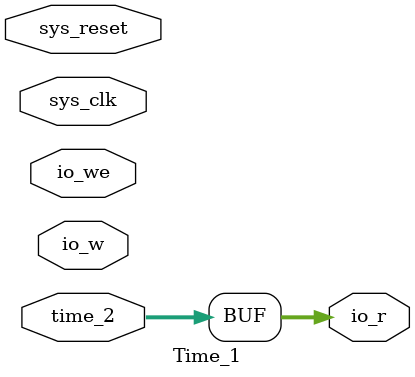
<source format=sv>

`timescale 1ns/1ps

module Top (
  input  wire          clk_11M0592,
  input  wire          push_btn,
  input  wire [3:0]    touch_btn,
  input  wire [31:0]   dip_sw,
  output wire [15:0]   leds,
  output wire [7:0]    dpy0,
  output wire [7:0]    dpy1,
  output wire [19:0]   base_ram_addr,
  output wire [3:0]    base_ram_be_n,
  output wire          base_ram_ce_n,
  output wire          base_ram_oe_n,
  output wire          base_ram_we_n,
  output wire [19:0]   ext_ram_addr,
  output wire [3:0]    ext_ram_be_n,
  output wire          ext_ram_ce_n,
  output wire          ext_ram_oe_n,
  output wire          ext_ram_we_n,
  output wire          txd,
  input  wire          rxd,
  input  wire          clk_50M,
  input  wire          reset_btn,
  inout  wire [31:0]   base_ram_data,
  inout  wire [31:0]   ext_ram_data
);
  localparam AluOp_OP1 = 5'd0;
  localparam AluOp_ADD = 5'd1;
  localparam AluOp_SUB = 5'd2;
  localparam AluOp_AND_1 = 5'd3;
  localparam AluOp_OR_1 = 5'd4;
  localparam AluOp_XOR_1 = 5'd5;
  localparam AluOp_NOT_1 = 5'd6;
  localparam AluOp_SLL_1 = 5'd7;
  localparam AluOp_SRL_1 = 5'd8;
  localparam AluOp_SRA_1 = 5'd9;
  localparam AluOp_ROL_1 = 5'd10;
  localparam AluOp_SLT = 5'd11;
  localparam AluOp_SLTU = 5'd12;
  localparam AluOp_OP2 = 5'd13;
  localparam AluOp_ANDN = 5'd14;
  localparam AluOp_CLZ = 5'd15;
  localparam AluOp_PACK = 5'd16;
  localparam PrivilegeMode_U = 2'd0;
  localparam PrivilegeMode_S = 2'd1;
  localparam PrivilegeMode_M = 2'd3;
  localparam MemAccessType_Store = 2'd0;
  localparam MemAccessType_Load = 2'd1;
  localparam MemAccessType_Fetch = 2'd2;
  localparam CsrOp_N = 2'd0;
  localparam CsrOp_W = 2'd1;
  localparam CsrOp_S = 2'd2;
  localparam CsrOp_C = 2'd3;
  localparam BrType_F = 3'd0;
  localparam BrType_T = 3'd1;
  localparam BrType_EQ = 3'd2;
  localparam BrType_NE = 3'd3;
  localparam BrType_LT = 3'd4;
  localparam BrType_GE = 3'd5;
  localparam BrType_LTU = 3'd6;
  localparam BrType_GEU = 3'd7;
  localparam RegSel_ALU = 2'd0;
  localparam RegSel_MEM = 2'd1;
  localparam RegSel_PC = 2'd2;

  wire                bufferCC_1_io_dataIn;
  wire       [31:0]   csr_io_time_w;
  wire                csr_io_time_we;
  wire       [31:0]   csr_io_timeh_w;
  wire                csr_io_timeh_we;
  wire       [31:0]   csr_io_satp_w;
  wire                csr_io_satp_we;
  wire       [31:0]   csr_io_mie_w;
  wire                csr_io_mie_we;
  wire       [31:0]   csr_io_mscratch_w;
  wire                csr_io_mscratch_we;
  wire       [31:0]   csr_io_mip_w;
  wire                csr_io_mip_we;
  wire                IF_page_table_io_mstatus_SUM;
  wire                IF_page_table_io_mstatus_MXR;
  wire                MEM_page_table_io_mstatus_SUM;
  wire                MEM_page_table_io_mstatus_MXR;
  wire                If_2_io_br_br;
  wire       [31:0]   If_2_io_br_pc;
  wire                If_2_io_stall;
  wire                If_2_io_bubble;
  wire                If_2_io_satp_mode;
  wire                Id_1_io_stall;
  wire                Id_1_io_bubble;
  wire                Mem_1_io_satp_mode;
  wire       [3:0]    seg_l_iDIG;
  wire       [3:0]    seg_h_iDIG;
  wire                clkCtrl_pll_clk_out1;
  wire                clkCtrl_pll_clk_out2;
  wire                clkCtrl_pll_locked;
  wire                bufferCC_1_io_dataOut;
  wire       [31:0]   reg_file_io_r_data_a;
  wire       [31:0]   reg_file_io_r_data_b;
  wire       [31:0]   alu_1_io_y;
  wire       [31:0]   csr_io_csr_r;
  wire       [31:0]   csr_io_time_r;
  wire       [31:0]   csr_io_timeh_r;
  wire       [31:0]   csr_io_satp_r;
  wire       [31:0]   csr_io_mstatus_r;
  wire       [31:0]   csr_io_mie_r;
  wire       [31:0]   csr_io_mtvec_r;
  wire       [31:0]   csr_io_mscratch_r;
  wire       [31:0]   csr_io_mepc_r;
  wire       [31:0]   csr_io_mcause_r;
  wire       [31:0]   csr_io_mip_r;
  wire                trap_1_io_flush_req_0;
  wire                trap_1_io_flush_req_1;
  wire                trap_1_io_flush_req_2;
  wire                trap_1_io_br_br;
  wire       [31:0]   trap_1_io_br_pc;
  wire       [31:0]   trap_1_io_mstatus_w;
  wire                trap_1_io_mstatus_we;
  wire       [31:0]   trap_1_io_mtvec_w;
  wire                trap_1_io_mtvec_we;
  wire       [31:0]   trap_1_io_mepc_w;
  wire                trap_1_io_mepc_we;
  wire       [31:0]   trap_1_io_mcause_w;
  wire                trap_1_io_mcause_we;
  wire       [1:0]    trap_1_io_prv;
  wire       [31:0]   timer_1_io_timer_mtime_r;
  wire       [31:0]   timer_1_io_timer_mtimeh_r;
  wire       [31:0]   timer_1_io_timer_mtimecmp_r;
  wire       [31:0]   timer_1_io_timer_mtimecmph_r;
  wire       [63:0]   timer_1_io_time;
  wire                timer_1_io_timeout;
  wire       [31:0]   IF_page_table_trans_io_physical_addr;
  wire                IF_page_table_trans_io_look_up_ack;
  wire                IF_page_table_trans_io_look_up_valid;
  wire       [31:0]   IF_page_table_trans_io_exception_code;
  wire                IF_page_table_wb_cyc;
  wire                IF_page_table_wb_stb;
  wire                IF_page_table_wb_we;
  wire       [31:0]   IF_page_table_wb_adr;
  wire       [31:0]   IF_page_table_wb_dat_w;
  wire       [3:0]    IF_page_table_wb_sel;
  wire       [31:0]   MEM_page_table_trans_io_physical_addr;
  wire                MEM_page_table_trans_io_look_up_ack;
  wire                MEM_page_table_trans_io_look_up_valid;
  wire       [31:0]   MEM_page_table_trans_io_exception_code;
  wire                MEM_page_table_wb_cyc;
  wire                MEM_page_table_wb_stb;
  wire                MEM_page_table_wb_we;
  wire       [31:0]   MEM_page_table_wb_adr;
  wire       [31:0]   MEM_page_table_wb_dat_w;
  wire       [3:0]    MEM_page_table_wb_sel;
  wire                If_2_io_o_real;
  wire       [31:0]   If_2_io_o_pc;
  wire       [31:0]   If_2_io_o_instr;
  wire                If_2_io_o_trap_trap;
  wire       [31:0]   If_2_io_o_trap_epc;
  wire       [31:0]   If_2_io_o_trap_cause;
  wire                If_2_io_trap;
  wire                If_2_io_wb_cyc;
  wire                If_2_io_wb_stb;
  wire                If_2_io_wb_we;
  wire       [31:0]   If_2_io_wb_adr;
  wire       [31:0]   If_2_io_wb_dat_w;
  wire       [3:0]    If_2_io_wb_sel;
  wire       [31:0]   If_2_io_pt_look_up_addr;
  wire                If_2_io_pt_look_up_req;
  wire       [1:0]    If_2_io_pt_access_type;
  wire                Id_1_io_o_real;
  wire       [31:0]   Id_1_io_o_pc;
  wire       [31:0]   Id_1_io_o_reg_data_a;
  wire       [31:0]   Id_1_io_o_reg_data_b;
  wire       [4:0]    Id_1_io_o_reg_addr_a;
  wire       [4:0]    Id_1_io_o_reg_addr_b;
  wire       [4:0]    Id_1_io_o_reg_addr_d;
  wire       [4:0]    Id_1_io_o_alu_op;
  wire       [1:0]    Id_1_io_o_csr_op;
  wire       [2:0]    Id_1_io_o_br_type;
  wire       [31:0]   Id_1_io_o_imm;
  wire                Id_1_io_o_use_pc;
  wire                Id_1_io_o_use_uimm;
  wire                Id_1_io_o_use_rs2;
  wire                Id_1_io_o_mem_en;
  wire                Id_1_io_o_mem_we;
  wire       [3:0]    Id_1_io_o_mem_sel;
  wire                Id_1_io_o_mem_unsigned;
  wire                Id_1_io_o_reg_we;
  wire       [1:0]    Id_1_io_o_reg_sel;
  wire                Id_1_io_o_trap_trap;
  wire       [31:0]   Id_1_io_o_trap_epc;
  wire       [31:0]   Id_1_io_o_trap_cause;
  wire                Id_1_io_trap;
  wire       [4:0]    Id_1_io_reg_addr_a;
  wire       [4:0]    Id_1_io_reg_addr_b;
  wire                Exe_1_io_o_real;
  wire       [31:0]   Exe_1_io_o_pc;
  wire       [31:0]   Exe_1_io_o_reg_data_b;
  wire       [4:0]    Exe_1_io_o_reg_addr_d;
  wire       [1:0]    Exe_1_io_o_csr_op;
  wire       [31:0]   Exe_1_io_o_imm;
  wire                Exe_1_io_o_mem_en;
  wire                Exe_1_io_o_mem_we;
  wire       [3:0]    Exe_1_io_o_mem_sel;
  wire                Exe_1_io_o_mem_unsigned;
  wire                Exe_1_io_o_reg_we;
  wire       [1:0]    Exe_1_io_o_reg_sel;
  wire       [31:0]   Exe_1_io_o_alu_y;
  wire                Exe_1_io_o_trap_trap;
  wire       [31:0]   Exe_1_io_o_trap_epc;
  wire       [31:0]   Exe_1_io_o_trap_cause;
  wire                Exe_1_io_br_br;
  wire       [31:0]   Exe_1_io_br_pc;
  wire                Exe_1_io_flush_req;
  wire                Exe_1_io_trap;
  wire       [31:0]   Exe_1_io_alu_a;
  wire       [31:0]   Exe_1_io_alu_b;
  wire       [4:0]    Exe_1_io_alu_op;
  wire                Mem_1_io_o_real;
  wire       [31:0]   Mem_1_io_o_pc;
  wire                Mem_1_io_o_reg_we;
  wire       [4:0]    Mem_1_io_o_reg_addr_d;
  wire       [31:0]   Mem_1_io_o_reg_data_d;
  wire                Mem_1_io_o_trap_trap;
  wire       [31:0]   Mem_1_io_o_trap_epc;
  wire       [31:0]   Mem_1_io_o_trap_cause;
  wire                Mem_1_io_forward_we;
  wire       [4:0]    Mem_1_io_forward_addr;
  wire       [31:0]   Mem_1_io_forward_data;
  wire                Mem_1_io_stall_req;
  wire                Mem_1_io_trap;
  wire       [11:0]   Mem_1_io_csr_addr;
  wire       [31:0]   Mem_1_io_csr_w;
  wire                Mem_1_io_csr_we;
  wire       [31:0]   Mem_1_io_timer_mtime_w;
  wire                Mem_1_io_timer_mtime_we;
  wire       [31:0]   Mem_1_io_timer_mtimeh_w;
  wire                Mem_1_io_timer_mtimeh_we;
  wire       [31:0]   Mem_1_io_timer_mtimecmp_w;
  wire                Mem_1_io_timer_mtimecmp_we;
  wire       [31:0]   Mem_1_io_timer_mtimecmph_w;
  wire                Mem_1_io_timer_mtimecmph_we;
  wire                Mem_1_io_wb_cyc;
  wire                Mem_1_io_wb_stb;
  wire                Mem_1_io_wb_we;
  wire       [31:0]   Mem_1_io_wb_adr;
  wire       [31:0]   Mem_1_io_wb_dat_w;
  wire       [3:0]    Mem_1_io_wb_sel;
  wire       [31:0]   Mem_1_io_pt_look_up_addr;
  wire                Mem_1_io_pt_look_up_req;
  wire       [1:0]    Mem_1_io_pt_access_type;
  wire                Wb_1_io_forward_we;
  wire       [4:0]    Wb_1_io_forward_addr;
  wire       [31:0]   Wb_1_io_forward_data;
  wire                Wb_1_io_trap_commit_trap;
  wire       [31:0]   Wb_1_io_trap_commit_epc;
  wire       [31:0]   Wb_1_io_trap_commit_cause;
  wire       [4:0]    Wb_1_io_reg_addr;
  wire       [31:0]   Wb_1_io_reg_data;
  wire                Wb_1_io_reg_we;
  wire       [7:0]    seg_l_oSEG1;
  wire       [7:0]    seg_h_oSEG1;
  wire                muxes_0_io_wb_ack;
  wire       [31:0]   muxes_0_io_wb_dat_r;
  wire                muxes_0_io_slaves_0_cyc;
  wire                muxes_0_io_slaves_0_stb;
  wire                muxes_0_io_slaves_0_we;
  wire       [31:0]   muxes_0_io_slaves_0_adr;
  wire       [31:0]   muxes_0_io_slaves_0_dat_w;
  wire       [3:0]    muxes_0_io_slaves_0_sel;
  wire                muxes_0_io_slaves_1_cyc;
  wire                muxes_0_io_slaves_1_stb;
  wire                muxes_0_io_slaves_1_we;
  wire       [31:0]   muxes_0_io_slaves_1_adr;
  wire       [31:0]   muxes_0_io_slaves_1_dat_w;
  wire       [3:0]    muxes_0_io_slaves_1_sel;
  wire                muxes_0_io_slaves_2_cyc;
  wire                muxes_0_io_slaves_2_stb;
  wire                muxes_0_io_slaves_2_we;
  wire       [31:0]   muxes_0_io_slaves_2_adr;
  wire       [31:0]   muxes_0_io_slaves_2_dat_w;
  wire       [3:0]    muxes_0_io_slaves_2_sel;
  wire                muxes_1_io_wb_ack;
  wire       [31:0]   muxes_1_io_wb_dat_r;
  wire                muxes_1_io_slaves_0_cyc;
  wire                muxes_1_io_slaves_0_stb;
  wire                muxes_1_io_slaves_0_we;
  wire       [31:0]   muxes_1_io_slaves_0_adr;
  wire       [31:0]   muxes_1_io_slaves_0_dat_w;
  wire       [3:0]    muxes_1_io_slaves_0_sel;
  wire                muxes_1_io_slaves_1_cyc;
  wire                muxes_1_io_slaves_1_stb;
  wire                muxes_1_io_slaves_1_we;
  wire       [31:0]   muxes_1_io_slaves_1_adr;
  wire       [31:0]   muxes_1_io_slaves_1_dat_w;
  wire       [3:0]    muxes_1_io_slaves_1_sel;
  wire                muxes_1_io_slaves_2_cyc;
  wire                muxes_1_io_slaves_2_stb;
  wire                muxes_1_io_slaves_2_we;
  wire       [31:0]   muxes_1_io_slaves_2_adr;
  wire       [31:0]   muxes_1_io_slaves_2_dat_w;
  wire       [3:0]    muxes_1_io_slaves_2_sel;
  wire                muxes_2_io_wb_ack;
  wire       [31:0]   muxes_2_io_wb_dat_r;
  wire                muxes_2_io_slaves_0_cyc;
  wire                muxes_2_io_slaves_0_stb;
  wire                muxes_2_io_slaves_0_we;
  wire       [31:0]   muxes_2_io_slaves_0_adr;
  wire       [31:0]   muxes_2_io_slaves_0_dat_w;
  wire       [3:0]    muxes_2_io_slaves_0_sel;
  wire                muxes_2_io_slaves_1_cyc;
  wire                muxes_2_io_slaves_1_stb;
  wire                muxes_2_io_slaves_1_we;
  wire       [31:0]   muxes_2_io_slaves_1_adr;
  wire       [31:0]   muxes_2_io_slaves_1_dat_w;
  wire       [3:0]    muxes_2_io_slaves_1_sel;
  wire                muxes_2_io_slaves_2_cyc;
  wire                muxes_2_io_slaves_2_stb;
  wire                muxes_2_io_slaves_2_we;
  wire       [31:0]   muxes_2_io_slaves_2_adr;
  wire       [31:0]   muxes_2_io_slaves_2_dat_w;
  wire       [3:0]    muxes_2_io_slaves_2_sel;
  wire                muxes_3_io_wb_ack;
  wire       [31:0]   muxes_3_io_wb_dat_r;
  wire                muxes_3_io_slaves_0_cyc;
  wire                muxes_3_io_slaves_0_stb;
  wire                muxes_3_io_slaves_0_we;
  wire       [31:0]   muxes_3_io_slaves_0_adr;
  wire       [31:0]   muxes_3_io_slaves_0_dat_w;
  wire       [3:0]    muxes_3_io_slaves_0_sel;
  wire                muxes_3_io_slaves_1_cyc;
  wire                muxes_3_io_slaves_1_stb;
  wire                muxes_3_io_slaves_1_we;
  wire       [31:0]   muxes_3_io_slaves_1_adr;
  wire       [31:0]   muxes_3_io_slaves_1_dat_w;
  wire       [3:0]    muxes_3_io_slaves_1_sel;
  wire                muxes_3_io_slaves_2_cyc;
  wire                muxes_3_io_slaves_2_stb;
  wire                muxes_3_io_slaves_2_we;
  wire       [31:0]   muxes_3_io_slaves_2_adr;
  wire       [31:0]   muxes_3_io_slaves_2_dat_w;
  wire       [3:0]    muxes_3_io_slaves_2_sel;
  wire                arbiters_0_io_masters_0_ack;
  wire       [31:0]   arbiters_0_io_masters_0_dat_r;
  wire                arbiters_0_io_masters_1_ack;
  wire       [31:0]   arbiters_0_io_masters_1_dat_r;
  wire                arbiters_0_io_masters_2_ack;
  wire       [31:0]   arbiters_0_io_masters_2_dat_r;
  wire                arbiters_0_io_masters_3_ack;
  wire       [31:0]   arbiters_0_io_masters_3_dat_r;
  wire                arbiters_0_io_wb_cyc;
  wire                arbiters_0_io_wb_stb;
  wire                arbiters_0_io_wb_we;
  wire       [31:0]   arbiters_0_io_wb_adr;
  wire       [31:0]   arbiters_0_io_wb_dat_w;
  wire       [3:0]    arbiters_0_io_wb_sel;
  wire                arbiters_1_io_masters_0_ack;
  wire       [31:0]   arbiters_1_io_masters_0_dat_r;
  wire                arbiters_1_io_masters_1_ack;
  wire       [31:0]   arbiters_1_io_masters_1_dat_r;
  wire                arbiters_1_io_masters_2_ack;
  wire       [31:0]   arbiters_1_io_masters_2_dat_r;
  wire                arbiters_1_io_masters_3_ack;
  wire       [31:0]   arbiters_1_io_masters_3_dat_r;
  wire                arbiters_1_io_wb_cyc;
  wire                arbiters_1_io_wb_stb;
  wire                arbiters_1_io_wb_we;
  wire       [31:0]   arbiters_1_io_wb_adr;
  wire       [31:0]   arbiters_1_io_wb_dat_w;
  wire       [3:0]    arbiters_1_io_wb_sel;
  wire                arbiters_2_io_masters_0_ack;
  wire       [31:0]   arbiters_2_io_masters_0_dat_r;
  wire                arbiters_2_io_masters_1_ack;
  wire       [31:0]   arbiters_2_io_masters_1_dat_r;
  wire                arbiters_2_io_masters_2_ack;
  wire       [31:0]   arbiters_2_io_masters_2_dat_r;
  wire                arbiters_2_io_masters_3_ack;
  wire       [31:0]   arbiters_2_io_masters_3_dat_r;
  wire                arbiters_2_io_wb_cyc;
  wire                arbiters_2_io_wb_stb;
  wire                arbiters_2_io_wb_we;
  wire       [31:0]   arbiters_2_io_wb_adr;
  wire       [31:0]   arbiters_2_io_wb_dat_w;
  wire       [3:0]    arbiters_2_io_wb_sel;
  wire                base_ram_io_wb_ack;
  wire       [31:0]   base_ram_io_wb_dat_r;
  wire       [19:0]   base_ram_io_sram_addr;
  wire       [3:0]    base_ram_io_sram_be_n;
  wire                base_ram_io_sram_ce_n;
  wire                base_ram_io_sram_oe_n;
  wire                base_ram_io_sram_we_n;
  wire       [31:0]   base_ram_io_sram_data_write;
  wire                base_ram_io_sram_data_writeEnable;
  wire                ext_ram_io_wb_ack;
  wire       [31:0]   ext_ram_io_wb_dat_r;
  wire       [19:0]   ext_ram_io_sram_addr;
  wire       [3:0]    ext_ram_io_sram_be_n;
  wire                ext_ram_io_sram_ce_n;
  wire                ext_ram_io_sram_oe_n;
  wire                ext_ram_io_sram_we_n;
  wire       [31:0]   ext_ram_io_sram_data_write;
  wire                ext_ram_io_sram_data_writeEnable;
  wire                uart_wb_ack_o;
  wire       [31:0]   uart_wb_dat_o;
  wire                uart_uart_txd_o;
  reg                 _zz_ext_ram_data;
  reg                 _zz_ext_ram_data_1;
  reg                 _zz_ext_ram_data_2;
  reg                 _zz_ext_ram_data_3;
  reg                 _zz_ext_ram_data_4;
  reg                 _zz_ext_ram_data_5;
  reg                 _zz_ext_ram_data_6;
  reg                 _zz_ext_ram_data_7;
  reg                 _zz_ext_ram_data_8;
  reg                 _zz_ext_ram_data_9;
  reg                 _zz_ext_ram_data_10;
  reg                 _zz_ext_ram_data_11;
  reg                 _zz_ext_ram_data_12;
  reg                 _zz_ext_ram_data_13;
  reg                 _zz_ext_ram_data_14;
  reg                 _zz_ext_ram_data_15;
  reg                 _zz_ext_ram_data_16;
  reg                 _zz_ext_ram_data_17;
  reg                 _zz_ext_ram_data_18;
  reg                 _zz_ext_ram_data_19;
  reg                 _zz_ext_ram_data_20;
  reg                 _zz_ext_ram_data_21;
  reg                 _zz_ext_ram_data_22;
  reg                 _zz_ext_ram_data_23;
  reg                 _zz_ext_ram_data_24;
  reg                 _zz_ext_ram_data_25;
  reg                 _zz_ext_ram_data_26;
  reg                 _zz_ext_ram_data_27;
  reg                 _zz_ext_ram_data_28;
  reg                 _zz_ext_ram_data_29;
  reg                 _zz_ext_ram_data_30;
  reg                 _zz_ext_ram_data_31;
  reg                 _zz_base_ram_data;
  reg                 _zz_base_ram_data_1;
  reg                 _zz_base_ram_data_2;
  reg                 _zz_base_ram_data_3;
  reg                 _zz_base_ram_data_4;
  reg                 _zz_base_ram_data_5;
  reg                 _zz_base_ram_data_6;
  reg                 _zz_base_ram_data_7;
  reg                 _zz_base_ram_data_8;
  reg                 _zz_base_ram_data_9;
  reg                 _zz_base_ram_data_10;
  reg                 _zz_base_ram_data_11;
  reg                 _zz_base_ram_data_12;
  reg                 _zz_base_ram_data_13;
  reg                 _zz_base_ram_data_14;
  reg                 _zz_base_ram_data_15;
  reg                 _zz_base_ram_data_16;
  reg                 _zz_base_ram_data_17;
  reg                 _zz_base_ram_data_18;
  reg                 _zz_base_ram_data_19;
  reg                 _zz_base_ram_data_20;
  reg                 _zz_base_ram_data_21;
  reg                 _zz_base_ram_data_22;
  reg                 _zz_base_ram_data_23;
  reg                 _zz_base_ram_data_24;
  reg                 _zz_base_ram_data_25;
  reg                 _zz_base_ram_data_26;
  reg                 _zz_base_ram_data_27;
  reg                 _zz_base_ram_data_28;
  reg                 _zz_base_ram_data_29;
  reg                 _zz_base_ram_data_30;
  reg                 _zz_base_ram_data_31;
  wire       [31:0]   _zz_io_sram_data_read;
  wire       [31:0]   _zz_base_ram_data_32;
  wire                _zz_when_InOutWrapper_l13;
  wire       [31:0]   _zz_io_sram_data_read_1;
  wire       [31:0]   _zz_ext_ram_data_32;
  wire                _zz_when_InOutWrapper_l13_1;
  wire                sys_clk;
  wire                sys_reset;
  wire       [31:0]   _zz_when_InOutWrapper_l13_2;
  wire       [31:0]   _zz_base_ram_data_33;
  reg        [31:0]   _zz_io_sram_data_read_2;
  wire                when_InOutWrapper_l13;
  wire                when_InOutWrapper_l13_1;
  wire                when_InOutWrapper_l13_2;
  wire                when_InOutWrapper_l13_3;
  wire                when_InOutWrapper_l13_4;
  wire                when_InOutWrapper_l13_5;
  wire                when_InOutWrapper_l13_6;
  wire                when_InOutWrapper_l13_7;
  wire                when_InOutWrapper_l13_8;
  wire                when_InOutWrapper_l13_9;
  wire                when_InOutWrapper_l13_10;
  wire                when_InOutWrapper_l13_11;
  wire                when_InOutWrapper_l13_12;
  wire                when_InOutWrapper_l13_13;
  wire                when_InOutWrapper_l13_14;
  wire                when_InOutWrapper_l13_15;
  wire                when_InOutWrapper_l13_16;
  wire                when_InOutWrapper_l13_17;
  wire                when_InOutWrapper_l13_18;
  wire                when_InOutWrapper_l13_19;
  wire                when_InOutWrapper_l13_20;
  wire                when_InOutWrapper_l13_21;
  wire                when_InOutWrapper_l13_22;
  wire                when_InOutWrapper_l13_23;
  wire                when_InOutWrapper_l13_24;
  wire                when_InOutWrapper_l13_25;
  wire                when_InOutWrapper_l13_26;
  wire                when_InOutWrapper_l13_27;
  wire                when_InOutWrapper_l13_28;
  wire                when_InOutWrapper_l13_29;
  wire                when_InOutWrapper_l13_30;
  wire                when_InOutWrapper_l13_31;
  wire       [31:0]   _zz_when_InOutWrapper_l13_3;
  wire       [31:0]   _zz_ext_ram_data_33;
  reg        [31:0]   _zz_io_sram_data_read_3;
  wire                when_InOutWrapper_l13_32;
  wire                when_InOutWrapper_l13_33;
  wire                when_InOutWrapper_l13_34;
  wire                when_InOutWrapper_l13_35;
  wire                when_InOutWrapper_l13_36;
  wire                when_InOutWrapper_l13_37;
  wire                when_InOutWrapper_l13_38;
  wire                when_InOutWrapper_l13_39;
  wire                when_InOutWrapper_l13_40;
  wire                when_InOutWrapper_l13_41;
  wire                when_InOutWrapper_l13_42;
  wire                when_InOutWrapper_l13_43;
  wire                when_InOutWrapper_l13_44;
  wire                when_InOutWrapper_l13_45;
  wire                when_InOutWrapper_l13_46;
  wire                when_InOutWrapper_l13_47;
  wire                when_InOutWrapper_l13_48;
  wire                when_InOutWrapper_l13_49;
  wire                when_InOutWrapper_l13_50;
  wire                when_InOutWrapper_l13_51;
  wire                when_InOutWrapper_l13_52;
  wire                when_InOutWrapper_l13_53;
  wire                when_InOutWrapper_l13_54;
  wire                when_InOutWrapper_l13_55;
  wire                when_InOutWrapper_l13_56;
  wire                when_InOutWrapper_l13_57;
  wire                when_InOutWrapper_l13_58;
  wire                when_InOutWrapper_l13_59;
  wire                when_InOutWrapper_l13_60;
  wire                when_InOutWrapper_l13_61;
  wire                when_InOutWrapper_l13_62;
  wire                when_InOutWrapper_l13_63;

  pll_example clkCtrl_pll (
    .clk_in1  (clk_50M             ), //i
    .reset    (reset_btn           ), //i
    .clk_out1 (clkCtrl_pll_clk_out1), //o
    .clk_out2 (clkCtrl_pll_clk_out2), //o
    .locked   (clkCtrl_pll_locked  )  //o
  );
  BufferCC bufferCC_1 (
    .io_dataIn  (bufferCC_1_io_dataIn ), //i
    .io_dataOut (bufferCC_1_io_dataOut), //o
    .sys_clk    (sys_clk              ), //i
    .locked     (clkCtrl_pll_locked   )  //i
  );
  RegFile reg_file (
    .io_r_addr_a (Id_1_io_reg_addr_a[4:0]   ), //i
    .io_r_data_a (reg_file_io_r_data_a[31:0]), //o
    .io_r_addr_b (Id_1_io_reg_addr_b[4:0]   ), //i
    .io_r_data_b (reg_file_io_r_data_b[31:0]), //o
    .io_w_addr   (Wb_1_io_reg_addr[4:0]     ), //i
    .io_w_data   (Wb_1_io_reg_data[31:0]    ), //i
    .io_w_we     (Wb_1_io_reg_we            ), //i
    .sys_clk     (sys_clk                   ), //i
    .sys_reset   (sys_reset                 )  //i
  );
  Alu alu_1 (
    .io_a  (Exe_1_io_alu_a[31:0]), //i
    .io_b  (Exe_1_io_alu_b[31:0]), //i
    .io_op (Exe_1_io_alu_op[4:0]), //i
    .io_y  (alu_1_io_y[31:0]    )  //o
  );
  CsrFile csr (
    .io_csr_addr    (Mem_1_io_csr_addr[11:0]  ), //i
    .io_csr_r       (csr_io_csr_r[31:0]       ), //o
    .io_csr_w       (Mem_1_io_csr_w[31:0]     ), //i
    .io_csr_we      (Mem_1_io_csr_we          ), //i
    .io_time_r      (csr_io_time_r[31:0]      ), //o
    .io_time_w      (csr_io_time_w[31:0]      ), //i
    .io_time_we     (csr_io_time_we           ), //i
    .io_timeh_r     (csr_io_timeh_r[31:0]     ), //o
    .io_timeh_w     (csr_io_timeh_w[31:0]     ), //i
    .io_timeh_we    (csr_io_timeh_we          ), //i
    .io_satp_r      (csr_io_satp_r[31:0]      ), //o
    .io_satp_w      (csr_io_satp_w[31:0]      ), //i
    .io_satp_we     (csr_io_satp_we           ), //i
    .io_mstatus_r   (csr_io_mstatus_r[31:0]   ), //o
    .io_mstatus_w   (trap_1_io_mstatus_w[31:0]), //i
    .io_mstatus_we  (trap_1_io_mstatus_we     ), //i
    .io_mie_r       (csr_io_mie_r[31:0]       ), //o
    .io_mie_w       (csr_io_mie_w[31:0]       ), //i
    .io_mie_we      (csr_io_mie_we            ), //i
    .io_mtvec_r     (csr_io_mtvec_r[31:0]     ), //o
    .io_mtvec_w     (trap_1_io_mtvec_w[31:0]  ), //i
    .io_mtvec_we    (trap_1_io_mtvec_we       ), //i
    .io_mscratch_r  (csr_io_mscratch_r[31:0]  ), //o
    .io_mscratch_w  (csr_io_mscratch_w[31:0]  ), //i
    .io_mscratch_we (csr_io_mscratch_we       ), //i
    .io_mepc_r      (csr_io_mepc_r[31:0]      ), //o
    .io_mepc_w      (trap_1_io_mepc_w[31:0]   ), //i
    .io_mepc_we     (trap_1_io_mepc_we        ), //i
    .io_mcause_r    (csr_io_mcause_r[31:0]    ), //o
    .io_mcause_w    (trap_1_io_mcause_w[31:0] ), //i
    .io_mcause_we   (trap_1_io_mcause_we      ), //i
    .io_mip_r       (csr_io_mip_r[31:0]       ), //o
    .io_mip_w       (csr_io_mip_w[31:0]       ), //i
    .io_mip_we      (csr_io_mip_we            ), //i
    .io_timer       (timer_1_io_time[63:0]    ), //i
    .io_timeout     (timer_1_io_timeout       ), //i
    .sys_clk        (sys_clk                  ), //i
    .sys_reset      (sys_reset                )  //i
  );
  Trap trap_1 (
    .io_trap_0       (Id_1_io_trap                   ), //i
    .io_trap_1       (Exe_1_io_trap                  ), //i
    .io_trap_2       (Mem_1_io_trap                  ), //i
    .io_flush_req_0  (trap_1_io_flush_req_0          ), //o
    .io_flush_req_1  (trap_1_io_flush_req_1          ), //o
    .io_flush_req_2  (trap_1_io_flush_req_2          ), //o
    .io_commit_trap  (Wb_1_io_trap_commit_trap       ), //i
    .io_commit_epc   (Wb_1_io_trap_commit_epc[31:0]  ), //i
    .io_commit_cause (Wb_1_io_trap_commit_cause[31:0]), //i
    .io_br_br        (trap_1_io_br_br                ), //o
    .io_br_pc        (trap_1_io_br_pc[31:0]          ), //o
    .io_mstatus_r    (csr_io_mstatus_r[31:0]         ), //i
    .io_mstatus_w    (trap_1_io_mstatus_w[31:0]      ), //o
    .io_mstatus_we   (trap_1_io_mstatus_we           ), //o
    .io_mtvec_r      (csr_io_mtvec_r[31:0]           ), //i
    .io_mtvec_w      (trap_1_io_mtvec_w[31:0]        ), //o
    .io_mtvec_we     (trap_1_io_mtvec_we             ), //o
    .io_mepc_r       (csr_io_mepc_r[31:0]            ), //i
    .io_mepc_w       (trap_1_io_mepc_w[31:0]         ), //o
    .io_mepc_we      (trap_1_io_mepc_we              ), //o
    .io_mcause_r     (csr_io_mcause_r[31:0]          ), //i
    .io_mcause_w     (trap_1_io_mcause_w[31:0]       ), //o
    .io_mcause_we    (trap_1_io_mcause_we            ), //o
    .io_prv          (trap_1_io_prv[1:0]             ), //o
    .sys_clk         (sys_clk                        ), //i
    .sys_reset       (sys_reset                      )  //i
  );
  Timer timer_1 (
    .io_timer_mtime_r      (timer_1_io_timer_mtime_r[31:0]    ), //o
    .io_timer_mtime_w      (Mem_1_io_timer_mtime_w[31:0]      ), //i
    .io_timer_mtime_we     (Mem_1_io_timer_mtime_we           ), //i
    .io_timer_mtimeh_r     (timer_1_io_timer_mtimeh_r[31:0]   ), //o
    .io_timer_mtimeh_w     (Mem_1_io_timer_mtimeh_w[31:0]     ), //i
    .io_timer_mtimeh_we    (Mem_1_io_timer_mtimeh_we          ), //i
    .io_timer_mtimecmp_r   (timer_1_io_timer_mtimecmp_r[31:0] ), //o
    .io_timer_mtimecmp_w   (Mem_1_io_timer_mtimecmp_w[31:0]   ), //i
    .io_timer_mtimecmp_we  (Mem_1_io_timer_mtimecmp_we        ), //i
    .io_timer_mtimecmph_r  (timer_1_io_timer_mtimecmph_r[31:0]), //o
    .io_timer_mtimecmph_w  (Mem_1_io_timer_mtimecmph_w[31:0]  ), //i
    .io_timer_mtimecmph_we (Mem_1_io_timer_mtimecmph_we       ), //i
    .io_time               (timer_1_io_time[63:0]             ), //o
    .io_timeout            (timer_1_io_timeout                ), //o
    .sys_clk               (sys_clk                           ), //i
    .sys_reset             (sys_reset                         )  //i
  );
  PageTable IF_page_table (
    .io_satp                 (csr_io_satp_r[31:0]                        ), //i
    .io_privilege_mode       (trap_1_io_prv[1:0]                         ), //i
    .io_mstatus_SUM          (IF_page_table_io_mstatus_SUM               ), //i
    .io_mstatus_MXR          (IF_page_table_io_mstatus_MXR               ), //i
    .trans_io_look_up_addr   (If_2_io_pt_look_up_addr[31:0]              ), //i
    .trans_io_look_up_req    (If_2_io_pt_look_up_req                     ), //i
    .trans_io_access_type    (If_2_io_pt_access_type[1:0]                ), //i
    .trans_io_physical_addr  (IF_page_table_trans_io_physical_addr[31:0] ), //o
    .trans_io_look_up_ack    (IF_page_table_trans_io_look_up_ack         ), //o
    .trans_io_look_up_valid  (IF_page_table_trans_io_look_up_valid       ), //o
    .trans_io_exception_code (IF_page_table_trans_io_exception_code[31:0]), //o
    .wb_cyc                  (IF_page_table_wb_cyc                       ), //o
    .wb_stb                  (IF_page_table_wb_stb                       ), //o
    .wb_ack                  (muxes_2_io_wb_ack                          ), //i
    .wb_we                   (IF_page_table_wb_we                        ), //o
    .wb_adr                  (IF_page_table_wb_adr[31:0]                 ), //o
    .wb_dat_r                (muxes_2_io_wb_dat_r[31:0]                  ), //i
    .wb_dat_w                (IF_page_table_wb_dat_w[31:0]               ), //o
    .wb_sel                  (IF_page_table_wb_sel[3:0]                  ), //o
    .sys_clk                 (sys_clk                                    ), //i
    .sys_reset               (sys_reset                                  )  //i
  );
  PageTable MEM_page_table (
    .io_satp                 (csr_io_satp_r[31:0]                         ), //i
    .io_privilege_mode       (trap_1_io_prv[1:0]                          ), //i
    .io_mstatus_SUM          (MEM_page_table_io_mstatus_SUM               ), //i
    .io_mstatus_MXR          (MEM_page_table_io_mstatus_MXR               ), //i
    .trans_io_look_up_addr   (Mem_1_io_pt_look_up_addr[31:0]              ), //i
    .trans_io_look_up_req    (Mem_1_io_pt_look_up_req                     ), //i
    .trans_io_access_type    (Mem_1_io_pt_access_type[1:0]                ), //i
    .trans_io_physical_addr  (MEM_page_table_trans_io_physical_addr[31:0] ), //o
    .trans_io_look_up_ack    (MEM_page_table_trans_io_look_up_ack         ), //o
    .trans_io_look_up_valid  (MEM_page_table_trans_io_look_up_valid       ), //o
    .trans_io_exception_code (MEM_page_table_trans_io_exception_code[31:0]), //o
    .wb_cyc                  (MEM_page_table_wb_cyc                       ), //o
    .wb_stb                  (MEM_page_table_wb_stb                       ), //o
    .wb_ack                  (muxes_0_io_wb_ack                           ), //i
    .wb_we                   (MEM_page_table_wb_we                        ), //o
    .wb_adr                  (MEM_page_table_wb_adr[31:0]                 ), //o
    .wb_dat_r                (muxes_0_io_wb_dat_r[31:0]                   ), //i
    .wb_dat_w                (MEM_page_table_wb_dat_w[31:0]               ), //o
    .wb_sel                  (MEM_page_table_wb_sel[3:0]                  ), //o
    .sys_clk                 (sys_clk                                     ), //i
    .sys_reset               (sys_reset                                   )  //i
  );
  IF_1 If_2 (
    .io_o_real            (If_2_io_o_real                             ), //o
    .io_o_pc              (If_2_io_o_pc[31:0]                         ), //o
    .io_o_instr           (If_2_io_o_instr[31:0]                      ), //o
    .io_o_trap_trap       (If_2_io_o_trap_trap                        ), //o
    .io_o_trap_epc        (If_2_io_o_trap_epc[31:0]                   ), //o
    .io_o_trap_cause      (If_2_io_o_trap_cause[31:0]                 ), //o
    .io_br_br             (If_2_io_br_br                              ), //i
    .io_br_pc             (If_2_io_br_pc[31:0]                        ), //i
    .io_stall             (If_2_io_stall                              ), //i
    .io_bubble            (If_2_io_bubble                             ), //i
    .io_trap              (If_2_io_trap                               ), //o
    .io_mie               (csr_io_mie_r[31:0]                         ), //i
    .io_mip               (csr_io_mip_r[31:0]                         ), //i
    .io_prv               (trap_1_io_prv[1:0]                         ), //i
    .io_satp_mode         (If_2_io_satp_mode                          ), //i
    .io_wb_cyc            (If_2_io_wb_cyc                             ), //o
    .io_wb_stb            (If_2_io_wb_stb                             ), //o
    .io_wb_ack            (muxes_3_io_wb_ack                          ), //i
    .io_wb_we             (If_2_io_wb_we                              ), //o
    .io_wb_adr            (If_2_io_wb_adr[31:0]                       ), //o
    .io_wb_dat_r          (muxes_3_io_wb_dat_r[31:0]                  ), //i
    .io_wb_dat_w          (If_2_io_wb_dat_w[31:0]                     ), //o
    .io_wb_sel            (If_2_io_wb_sel[3:0]                        ), //o
    .io_pt_look_up_addr   (If_2_io_pt_look_up_addr[31:0]              ), //o
    .io_pt_look_up_req    (If_2_io_pt_look_up_req                     ), //o
    .io_pt_access_type    (If_2_io_pt_access_type[1:0]                ), //o
    .io_pt_physical_addr  (IF_page_table_trans_io_physical_addr[31:0] ), //i
    .io_pt_look_up_ack    (IF_page_table_trans_io_look_up_ack         ), //i
    .io_pt_look_up_valid  (IF_page_table_trans_io_look_up_valid       ), //i
    .io_pt_exception_code (IF_page_table_trans_io_exception_code[31:0]), //i
    .sys_clk              (sys_clk                                    ), //i
    .sys_reset            (sys_reset                                  )  //i
  );
  ID Id_1 (
    .io_i_real         (If_2_io_o_real            ), //i
    .io_i_pc           (If_2_io_o_pc[31:0]        ), //i
    .io_i_instr        (If_2_io_o_instr[31:0]     ), //i
    .io_i_trap_trap    (If_2_io_o_trap_trap       ), //i
    .io_i_trap_epc     (If_2_io_o_trap_epc[31:0]  ), //i
    .io_i_trap_cause   (If_2_io_o_trap_cause[31:0]), //i
    .io_o_real         (Id_1_io_o_real            ), //o
    .io_o_pc           (Id_1_io_o_pc[31:0]        ), //o
    .io_o_reg_data_a   (Id_1_io_o_reg_data_a[31:0]), //o
    .io_o_reg_data_b   (Id_1_io_o_reg_data_b[31:0]), //o
    .io_o_reg_addr_a   (Id_1_io_o_reg_addr_a[4:0] ), //o
    .io_o_reg_addr_b   (Id_1_io_o_reg_addr_b[4:0] ), //o
    .io_o_reg_addr_d   (Id_1_io_o_reg_addr_d[4:0] ), //o
    .io_o_alu_op       (Id_1_io_o_alu_op[4:0]     ), //o
    .io_o_csr_op       (Id_1_io_o_csr_op[1:0]     ), //o
    .io_o_br_type      (Id_1_io_o_br_type[2:0]    ), //o
    .io_o_imm          (Id_1_io_o_imm[31:0]       ), //o
    .io_o_use_pc       (Id_1_io_o_use_pc          ), //o
    .io_o_use_uimm     (Id_1_io_o_use_uimm        ), //o
    .io_o_use_rs2      (Id_1_io_o_use_rs2         ), //o
    .io_o_mem_en       (Id_1_io_o_mem_en          ), //o
    .io_o_mem_we       (Id_1_io_o_mem_we          ), //o
    .io_o_mem_sel      (Id_1_io_o_mem_sel[3:0]    ), //o
    .io_o_mem_unsigned (Id_1_io_o_mem_unsigned    ), //o
    .io_o_reg_we       (Id_1_io_o_reg_we          ), //o
    .io_o_reg_sel      (Id_1_io_o_reg_sel[1:0]    ), //o
    .io_o_trap_trap    (Id_1_io_o_trap_trap       ), //o
    .io_o_trap_epc     (Id_1_io_o_trap_epc[31:0]  ), //o
    .io_o_trap_cause   (Id_1_io_o_trap_cause[31:0]), //o
    .io_stall          (Id_1_io_stall             ), //i
    .io_bubble         (Id_1_io_bubble            ), //i
    .io_trap           (Id_1_io_trap              ), //o
    .io_reg_addr_a     (Id_1_io_reg_addr_a[4:0]   ), //o
    .io_reg_data_a     (reg_file_io_r_data_a[31:0]), //i
    .io_reg_addr_b     (Id_1_io_reg_addr_b[4:0]   ), //o
    .io_reg_data_b     (reg_file_io_r_data_b[31:0]), //i
    .sys_clk           (sys_clk                   ), //i
    .sys_reset         (sys_reset                 )  //i
  );
  EXE Exe_1 (
    .io_i_real         (Id_1_io_o_real             ), //i
    .io_i_pc           (Id_1_io_o_pc[31:0]         ), //i
    .io_i_reg_data_a   (Id_1_io_o_reg_data_a[31:0] ), //i
    .io_i_reg_data_b   (Id_1_io_o_reg_data_b[31:0] ), //i
    .io_i_reg_addr_a   (Id_1_io_o_reg_addr_a[4:0]  ), //i
    .io_i_reg_addr_b   (Id_1_io_o_reg_addr_b[4:0]  ), //i
    .io_i_reg_addr_d   (Id_1_io_o_reg_addr_d[4:0]  ), //i
    .io_i_alu_op       (Id_1_io_o_alu_op[4:0]      ), //i
    .io_i_csr_op       (Id_1_io_o_csr_op[1:0]      ), //i
    .io_i_br_type      (Id_1_io_o_br_type[2:0]     ), //i
    .io_i_imm          (Id_1_io_o_imm[31:0]        ), //i
    .io_i_use_pc       (Id_1_io_o_use_pc           ), //i
    .io_i_use_uimm     (Id_1_io_o_use_uimm         ), //i
    .io_i_use_rs2      (Id_1_io_o_use_rs2          ), //i
    .io_i_mem_en       (Id_1_io_o_mem_en           ), //i
    .io_i_mem_we       (Id_1_io_o_mem_we           ), //i
    .io_i_mem_sel      (Id_1_io_o_mem_sel[3:0]     ), //i
    .io_i_mem_unsigned (Id_1_io_o_mem_unsigned     ), //i
    .io_i_reg_we       (Id_1_io_o_reg_we           ), //i
    .io_i_reg_sel      (Id_1_io_o_reg_sel[1:0]     ), //i
    .io_i_trap_trap    (Id_1_io_o_trap_trap        ), //i
    .io_i_trap_epc     (Id_1_io_o_trap_epc[31:0]   ), //i
    .io_i_trap_cause   (Id_1_io_o_trap_cause[31:0] ), //i
    .io_o_real         (Exe_1_io_o_real            ), //o
    .io_o_pc           (Exe_1_io_o_pc[31:0]        ), //o
    .io_o_reg_data_b   (Exe_1_io_o_reg_data_b[31:0]), //o
    .io_o_reg_addr_d   (Exe_1_io_o_reg_addr_d[4:0] ), //o
    .io_o_csr_op       (Exe_1_io_o_csr_op[1:0]     ), //o
    .io_o_imm          (Exe_1_io_o_imm[31:0]       ), //o
    .io_o_mem_en       (Exe_1_io_o_mem_en          ), //o
    .io_o_mem_we       (Exe_1_io_o_mem_we          ), //o
    .io_o_mem_sel      (Exe_1_io_o_mem_sel[3:0]    ), //o
    .io_o_mem_unsigned (Exe_1_io_o_mem_unsigned    ), //o
    .io_o_reg_we       (Exe_1_io_o_reg_we          ), //o
    .io_o_reg_sel      (Exe_1_io_o_reg_sel[1:0]    ), //o
    .io_o_alu_y        (Exe_1_io_o_alu_y[31:0]     ), //o
    .io_o_trap_trap    (Exe_1_io_o_trap_trap       ), //o
    .io_o_trap_epc     (Exe_1_io_o_trap_epc[31:0]  ), //o
    .io_o_trap_cause   (Exe_1_io_o_trap_cause[31:0]), //o
    .io_br_br          (Exe_1_io_br_br             ), //o
    .io_br_pc          (Exe_1_io_br_pc[31:0]       ), //o
    .io_forward_0_we   (Mem_1_io_forward_we        ), //i
    .io_forward_0_addr (Mem_1_io_forward_addr[4:0] ), //i
    .io_forward_0_data (Mem_1_io_forward_data[31:0]), //i
    .io_forward_1_we   (Wb_1_io_forward_we         ), //i
    .io_forward_1_addr (Wb_1_io_forward_addr[4:0]  ), //i
    .io_forward_1_data (Wb_1_io_forward_data[31:0] ), //i
    .io_stall          (Mem_1_io_stall_req         ), //i
    .io_bubble         (trap_1_io_flush_req_2      ), //i
    .io_flush_req      (Exe_1_io_flush_req         ), //o
    .io_trap           (Exe_1_io_trap              ), //o
    .io_alu_a          (Exe_1_io_alu_a[31:0]       ), //o
    .io_alu_b          (Exe_1_io_alu_b[31:0]       ), //o
    .io_alu_op         (Exe_1_io_alu_op[4:0]       ), //o
    .io_alu_y          (alu_1_io_y[31:0]           ), //i
    .sys_clk           (sys_clk                    ), //i
    .sys_reset         (sys_reset                  )  //i
  );
  MEM Mem_1 (
    .io_i_real             (Exe_1_io_o_real                             ), //i
    .io_i_pc               (Exe_1_io_o_pc[31:0]                         ), //i
    .io_i_reg_data_b       (Exe_1_io_o_reg_data_b[31:0]                 ), //i
    .io_i_reg_addr_d       (Exe_1_io_o_reg_addr_d[4:0]                  ), //i
    .io_i_csr_op           (Exe_1_io_o_csr_op[1:0]                      ), //i
    .io_i_imm              (Exe_1_io_o_imm[31:0]                        ), //i
    .io_i_mem_en           (Exe_1_io_o_mem_en                           ), //i
    .io_i_mem_we           (Exe_1_io_o_mem_we                           ), //i
    .io_i_mem_sel          (Exe_1_io_o_mem_sel[3:0]                     ), //i
    .io_i_mem_unsigned     (Exe_1_io_o_mem_unsigned                     ), //i
    .io_i_reg_we           (Exe_1_io_o_reg_we                           ), //i
    .io_i_reg_sel          (Exe_1_io_o_reg_sel[1:0]                     ), //i
    .io_i_alu_y            (Exe_1_io_o_alu_y[31:0]                      ), //i
    .io_i_trap_trap        (Exe_1_io_o_trap_trap                        ), //i
    .io_i_trap_epc         (Exe_1_io_o_trap_epc[31:0]                   ), //i
    .io_i_trap_cause       (Exe_1_io_o_trap_cause[31:0]                 ), //i
    .io_o_real             (Mem_1_io_o_real                             ), //o
    .io_o_pc               (Mem_1_io_o_pc[31:0]                         ), //o
    .io_o_reg_we           (Mem_1_io_o_reg_we                           ), //o
    .io_o_reg_addr_d       (Mem_1_io_o_reg_addr_d[4:0]                  ), //o
    .io_o_reg_data_d       (Mem_1_io_o_reg_data_d[31:0]                 ), //o
    .io_o_trap_trap        (Mem_1_io_o_trap_trap                        ), //o
    .io_o_trap_epc         (Mem_1_io_o_trap_epc[31:0]                   ), //o
    .io_o_trap_cause       (Mem_1_io_o_trap_cause[31:0]                 ), //o
    .io_forward_we         (Mem_1_io_forward_we                         ), //o
    .io_forward_addr       (Mem_1_io_forward_addr[4:0]                  ), //o
    .io_forward_data       (Mem_1_io_forward_data[31:0]                 ), //o
    .io_stall_req          (Mem_1_io_stall_req                          ), //o
    .io_trap               (Mem_1_io_trap                               ), //o
    .io_prv                (trap_1_io_prv[1:0]                          ), //i
    .io_satp_mode          (Mem_1_io_satp_mode                          ), //i
    .io_csr_addr           (Mem_1_io_csr_addr[11:0]                     ), //o
    .io_csr_r              (csr_io_csr_r[31:0]                          ), //i
    .io_csr_w              (Mem_1_io_csr_w[31:0]                        ), //o
    .io_csr_we             (Mem_1_io_csr_we                             ), //o
    .io_timer_mtime_r      (timer_1_io_timer_mtime_r[31:0]              ), //i
    .io_timer_mtime_w      (Mem_1_io_timer_mtime_w[31:0]                ), //o
    .io_timer_mtime_we     (Mem_1_io_timer_mtime_we                     ), //o
    .io_timer_mtimeh_r     (timer_1_io_timer_mtimeh_r[31:0]             ), //i
    .io_timer_mtimeh_w     (Mem_1_io_timer_mtimeh_w[31:0]               ), //o
    .io_timer_mtimeh_we    (Mem_1_io_timer_mtimeh_we                    ), //o
    .io_timer_mtimecmp_r   (timer_1_io_timer_mtimecmp_r[31:0]           ), //i
    .io_timer_mtimecmp_w   (Mem_1_io_timer_mtimecmp_w[31:0]             ), //o
    .io_timer_mtimecmp_we  (Mem_1_io_timer_mtimecmp_we                  ), //o
    .io_timer_mtimecmph_r  (timer_1_io_timer_mtimecmph_r[31:0]          ), //i
    .io_timer_mtimecmph_w  (Mem_1_io_timer_mtimecmph_w[31:0]            ), //o
    .io_timer_mtimecmph_we (Mem_1_io_timer_mtimecmph_we                 ), //o
    .io_wb_cyc             (Mem_1_io_wb_cyc                             ), //o
    .io_wb_stb             (Mem_1_io_wb_stb                             ), //o
    .io_wb_ack             (muxes_1_io_wb_ack                           ), //i
    .io_wb_we              (Mem_1_io_wb_we                              ), //o
    .io_wb_adr             (Mem_1_io_wb_adr[31:0]                       ), //o
    .io_wb_dat_r           (muxes_1_io_wb_dat_r[31:0]                   ), //i
    .io_wb_dat_w           (Mem_1_io_wb_dat_w[31:0]                     ), //o
    .io_wb_sel             (Mem_1_io_wb_sel[3:0]                        ), //o
    .io_pt_look_up_addr    (Mem_1_io_pt_look_up_addr[31:0]              ), //o
    .io_pt_look_up_req     (Mem_1_io_pt_look_up_req                     ), //o
    .io_pt_access_type     (Mem_1_io_pt_access_type[1:0]                ), //o
    .io_pt_physical_addr   (MEM_page_table_trans_io_physical_addr[31:0] ), //i
    .io_pt_look_up_ack     (MEM_page_table_trans_io_look_up_ack         ), //i
    .io_pt_look_up_valid   (MEM_page_table_trans_io_look_up_valid       ), //i
    .io_pt_exception_code  (MEM_page_table_trans_io_exception_code[31:0]), //i
    .sys_clk               (sys_clk                                     ), //i
    .sys_reset             (sys_reset                                   )  //i
  );
  WB Wb_1 (
    .io_i_real            (Mem_1_io_o_real                ), //i
    .io_i_pc              (Mem_1_io_o_pc[31:0]            ), //i
    .io_i_reg_we          (Mem_1_io_o_reg_we              ), //i
    .io_i_reg_addr_d      (Mem_1_io_o_reg_addr_d[4:0]     ), //i
    .io_i_reg_data_d      (Mem_1_io_o_reg_data_d[31:0]    ), //i
    .io_i_trap_trap       (Mem_1_io_o_trap_trap           ), //i
    .io_i_trap_epc        (Mem_1_io_o_trap_epc[31:0]      ), //i
    .io_i_trap_cause      (Mem_1_io_o_trap_cause[31:0]    ), //i
    .io_forward_we        (Wb_1_io_forward_we             ), //o
    .io_forward_addr      (Wb_1_io_forward_addr[4:0]      ), //o
    .io_forward_data      (Wb_1_io_forward_data[31:0]     ), //o
    .io_trap_commit_trap  (Wb_1_io_trap_commit_trap       ), //o
    .io_trap_commit_epc   (Wb_1_io_trap_commit_epc[31:0]  ), //o
    .io_trap_commit_cause (Wb_1_io_trap_commit_cause[31:0]), //o
    .io_reg_addr          (Wb_1_io_reg_addr[4:0]          ), //o
    .io_reg_data          (Wb_1_io_reg_data[31:0]         ), //o
    .io_reg_we            (Wb_1_io_reg_we                 )  //o
  );
  SEG7_LUT seg_l (
    .iDIG  (seg_l_iDIG[3:0] ), //i
    .oSEG1 (seg_l_oSEG1[7:0])  //o
  );
  SEG7_LUT seg_h (
    .iDIG  (seg_h_iDIG[3:0] ), //i
    .oSEG1 (seg_h_oSEG1[7:0])  //o
  );
  WbMux muxes_0 (
    .io_wb_cyc         (MEM_page_table_wb_cyc              ), //i
    .io_wb_stb         (MEM_page_table_wb_stb              ), //i
    .io_wb_ack         (muxes_0_io_wb_ack                  ), //o
    .io_wb_we          (MEM_page_table_wb_we               ), //i
    .io_wb_adr         (MEM_page_table_wb_adr[31:0]        ), //i
    .io_wb_dat_r       (muxes_0_io_wb_dat_r[31:0]          ), //o
    .io_wb_dat_w       (MEM_page_table_wb_dat_w[31:0]      ), //i
    .io_wb_sel         (MEM_page_table_wb_sel[3:0]         ), //i
    .io_slaves_0_cyc   (muxes_0_io_slaves_0_cyc            ), //o
    .io_slaves_0_stb   (muxes_0_io_slaves_0_stb            ), //o
    .io_slaves_0_ack   (arbiters_0_io_masters_0_ack        ), //i
    .io_slaves_0_we    (muxes_0_io_slaves_0_we             ), //o
    .io_slaves_0_adr   (muxes_0_io_slaves_0_adr[31:0]      ), //o
    .io_slaves_0_dat_r (arbiters_0_io_masters_0_dat_r[31:0]), //i
    .io_slaves_0_dat_w (muxes_0_io_slaves_0_dat_w[31:0]    ), //o
    .io_slaves_0_sel   (muxes_0_io_slaves_0_sel[3:0]       ), //o
    .io_slaves_1_cyc   (muxes_0_io_slaves_1_cyc            ), //o
    .io_slaves_1_stb   (muxes_0_io_slaves_1_stb            ), //o
    .io_slaves_1_ack   (arbiters_1_io_masters_0_ack        ), //i
    .io_slaves_1_we    (muxes_0_io_slaves_1_we             ), //o
    .io_slaves_1_adr   (muxes_0_io_slaves_1_adr[31:0]      ), //o
    .io_slaves_1_dat_r (arbiters_1_io_masters_0_dat_r[31:0]), //i
    .io_slaves_1_dat_w (muxes_0_io_slaves_1_dat_w[31:0]    ), //o
    .io_slaves_1_sel   (muxes_0_io_slaves_1_sel[3:0]       ), //o
    .io_slaves_2_cyc   (muxes_0_io_slaves_2_cyc            ), //o
    .io_slaves_2_stb   (muxes_0_io_slaves_2_stb            ), //o
    .io_slaves_2_ack   (arbiters_2_io_masters_0_ack        ), //i
    .io_slaves_2_we    (muxes_0_io_slaves_2_we             ), //o
    .io_slaves_2_adr   (muxes_0_io_slaves_2_adr[31:0]      ), //o
    .io_slaves_2_dat_r (arbiters_2_io_masters_0_dat_r[31:0]), //i
    .io_slaves_2_dat_w (muxes_0_io_slaves_2_dat_w[31:0]    ), //o
    .io_slaves_2_sel   (muxes_0_io_slaves_2_sel[3:0]       )  //o
  );
  WbMux muxes_1 (
    .io_wb_cyc         (Mem_1_io_wb_cyc                    ), //i
    .io_wb_stb         (Mem_1_io_wb_stb                    ), //i
    .io_wb_ack         (muxes_1_io_wb_ack                  ), //o
    .io_wb_we          (Mem_1_io_wb_we                     ), //i
    .io_wb_adr         (Mem_1_io_wb_adr[31:0]              ), //i
    .io_wb_dat_r       (muxes_1_io_wb_dat_r[31:0]          ), //o
    .io_wb_dat_w       (Mem_1_io_wb_dat_w[31:0]            ), //i
    .io_wb_sel         (Mem_1_io_wb_sel[3:0]               ), //i
    .io_slaves_0_cyc   (muxes_1_io_slaves_0_cyc            ), //o
    .io_slaves_0_stb   (muxes_1_io_slaves_0_stb            ), //o
    .io_slaves_0_ack   (arbiters_0_io_masters_1_ack        ), //i
    .io_slaves_0_we    (muxes_1_io_slaves_0_we             ), //o
    .io_slaves_0_adr   (muxes_1_io_slaves_0_adr[31:0]      ), //o
    .io_slaves_0_dat_r (arbiters_0_io_masters_1_dat_r[31:0]), //i
    .io_slaves_0_dat_w (muxes_1_io_slaves_0_dat_w[31:0]    ), //o
    .io_slaves_0_sel   (muxes_1_io_slaves_0_sel[3:0]       ), //o
    .io_slaves_1_cyc   (muxes_1_io_slaves_1_cyc            ), //o
    .io_slaves_1_stb   (muxes_1_io_slaves_1_stb            ), //o
    .io_slaves_1_ack   (arbiters_1_io_masters_1_ack        ), //i
    .io_slaves_1_we    (muxes_1_io_slaves_1_we             ), //o
    .io_slaves_1_adr   (muxes_1_io_slaves_1_adr[31:0]      ), //o
    .io_slaves_1_dat_r (arbiters_1_io_masters_1_dat_r[31:0]), //i
    .io_slaves_1_dat_w (muxes_1_io_slaves_1_dat_w[31:0]    ), //o
    .io_slaves_1_sel   (muxes_1_io_slaves_1_sel[3:0]       ), //o
    .io_slaves_2_cyc   (muxes_1_io_slaves_2_cyc            ), //o
    .io_slaves_2_stb   (muxes_1_io_slaves_2_stb            ), //o
    .io_slaves_2_ack   (arbiters_2_io_masters_1_ack        ), //i
    .io_slaves_2_we    (muxes_1_io_slaves_2_we             ), //o
    .io_slaves_2_adr   (muxes_1_io_slaves_2_adr[31:0]      ), //o
    .io_slaves_2_dat_r (arbiters_2_io_masters_1_dat_r[31:0]), //i
    .io_slaves_2_dat_w (muxes_1_io_slaves_2_dat_w[31:0]    ), //o
    .io_slaves_2_sel   (muxes_1_io_slaves_2_sel[3:0]       )  //o
  );
  WbMux muxes_2 (
    .io_wb_cyc         (IF_page_table_wb_cyc               ), //i
    .io_wb_stb         (IF_page_table_wb_stb               ), //i
    .io_wb_ack         (muxes_2_io_wb_ack                  ), //o
    .io_wb_we          (IF_page_table_wb_we                ), //i
    .io_wb_adr         (IF_page_table_wb_adr[31:0]         ), //i
    .io_wb_dat_r       (muxes_2_io_wb_dat_r[31:0]          ), //o
    .io_wb_dat_w       (IF_page_table_wb_dat_w[31:0]       ), //i
    .io_wb_sel         (IF_page_table_wb_sel[3:0]          ), //i
    .io_slaves_0_cyc   (muxes_2_io_slaves_0_cyc            ), //o
    .io_slaves_0_stb   (muxes_2_io_slaves_0_stb            ), //o
    .io_slaves_0_ack   (arbiters_0_io_masters_2_ack        ), //i
    .io_slaves_0_we    (muxes_2_io_slaves_0_we             ), //o
    .io_slaves_0_adr   (muxes_2_io_slaves_0_adr[31:0]      ), //o
    .io_slaves_0_dat_r (arbiters_0_io_masters_2_dat_r[31:0]), //i
    .io_slaves_0_dat_w (muxes_2_io_slaves_0_dat_w[31:0]    ), //o
    .io_slaves_0_sel   (muxes_2_io_slaves_0_sel[3:0]       ), //o
    .io_slaves_1_cyc   (muxes_2_io_slaves_1_cyc            ), //o
    .io_slaves_1_stb   (muxes_2_io_slaves_1_stb            ), //o
    .io_slaves_1_ack   (arbiters_1_io_masters_2_ack        ), //i
    .io_slaves_1_we    (muxes_2_io_slaves_1_we             ), //o
    .io_slaves_1_adr   (muxes_2_io_slaves_1_adr[31:0]      ), //o
    .io_slaves_1_dat_r (arbiters_1_io_masters_2_dat_r[31:0]), //i
    .io_slaves_1_dat_w (muxes_2_io_slaves_1_dat_w[31:0]    ), //o
    .io_slaves_1_sel   (muxes_2_io_slaves_1_sel[3:0]       ), //o
    .io_slaves_2_cyc   (muxes_2_io_slaves_2_cyc            ), //o
    .io_slaves_2_stb   (muxes_2_io_slaves_2_stb            ), //o
    .io_slaves_2_ack   (arbiters_2_io_masters_2_ack        ), //i
    .io_slaves_2_we    (muxes_2_io_slaves_2_we             ), //o
    .io_slaves_2_adr   (muxes_2_io_slaves_2_adr[31:0]      ), //o
    .io_slaves_2_dat_r (arbiters_2_io_masters_2_dat_r[31:0]), //i
    .io_slaves_2_dat_w (muxes_2_io_slaves_2_dat_w[31:0]    ), //o
    .io_slaves_2_sel   (muxes_2_io_slaves_2_sel[3:0]       )  //o
  );
  WbMux muxes_3 (
    .io_wb_cyc         (If_2_io_wb_cyc                     ), //i
    .io_wb_stb         (If_2_io_wb_stb                     ), //i
    .io_wb_ack         (muxes_3_io_wb_ack                  ), //o
    .io_wb_we          (If_2_io_wb_we                      ), //i
    .io_wb_adr         (If_2_io_wb_adr[31:0]               ), //i
    .io_wb_dat_r       (muxes_3_io_wb_dat_r[31:0]          ), //o
    .io_wb_dat_w       (If_2_io_wb_dat_w[31:0]             ), //i
    .io_wb_sel         (If_2_io_wb_sel[3:0]                ), //i
    .io_slaves_0_cyc   (muxes_3_io_slaves_0_cyc            ), //o
    .io_slaves_0_stb   (muxes_3_io_slaves_0_stb            ), //o
    .io_slaves_0_ack   (arbiters_0_io_masters_3_ack        ), //i
    .io_slaves_0_we    (muxes_3_io_slaves_0_we             ), //o
    .io_slaves_0_adr   (muxes_3_io_slaves_0_adr[31:0]      ), //o
    .io_slaves_0_dat_r (arbiters_0_io_masters_3_dat_r[31:0]), //i
    .io_slaves_0_dat_w (muxes_3_io_slaves_0_dat_w[31:0]    ), //o
    .io_slaves_0_sel   (muxes_3_io_slaves_0_sel[3:0]       ), //o
    .io_slaves_1_cyc   (muxes_3_io_slaves_1_cyc            ), //o
    .io_slaves_1_stb   (muxes_3_io_slaves_1_stb            ), //o
    .io_slaves_1_ack   (arbiters_1_io_masters_3_ack        ), //i
    .io_slaves_1_we    (muxes_3_io_slaves_1_we             ), //o
    .io_slaves_1_adr   (muxes_3_io_slaves_1_adr[31:0]      ), //o
    .io_slaves_1_dat_r (arbiters_1_io_masters_3_dat_r[31:0]), //i
    .io_slaves_1_dat_w (muxes_3_io_slaves_1_dat_w[31:0]    ), //o
    .io_slaves_1_sel   (muxes_3_io_slaves_1_sel[3:0]       ), //o
    .io_slaves_2_cyc   (muxes_3_io_slaves_2_cyc            ), //o
    .io_slaves_2_stb   (muxes_3_io_slaves_2_stb            ), //o
    .io_slaves_2_ack   (arbiters_2_io_masters_3_ack        ), //i
    .io_slaves_2_we    (muxes_3_io_slaves_2_we             ), //o
    .io_slaves_2_adr   (muxes_3_io_slaves_2_adr[31:0]      ), //o
    .io_slaves_2_dat_r (arbiters_2_io_masters_3_dat_r[31:0]), //i
    .io_slaves_2_dat_w (muxes_3_io_slaves_2_dat_w[31:0]    ), //o
    .io_slaves_2_sel   (muxes_3_io_slaves_2_sel[3:0]       )  //o
  );
  WbArbiter arbiters_0 (
    .io_masters_0_cyc   (muxes_0_io_slaves_0_cyc            ), //i
    .io_masters_0_stb   (muxes_0_io_slaves_0_stb            ), //i
    .io_masters_0_ack   (arbiters_0_io_masters_0_ack        ), //o
    .io_masters_0_we    (muxes_0_io_slaves_0_we             ), //i
    .io_masters_0_adr   (muxes_0_io_slaves_0_adr[31:0]      ), //i
    .io_masters_0_dat_r (arbiters_0_io_masters_0_dat_r[31:0]), //o
    .io_masters_0_dat_w (muxes_0_io_slaves_0_dat_w[31:0]    ), //i
    .io_masters_0_sel   (muxes_0_io_slaves_0_sel[3:0]       ), //i
    .io_masters_1_cyc   (muxes_1_io_slaves_0_cyc            ), //i
    .io_masters_1_stb   (muxes_1_io_slaves_0_stb            ), //i
    .io_masters_1_ack   (arbiters_0_io_masters_1_ack        ), //o
    .io_masters_1_we    (muxes_1_io_slaves_0_we             ), //i
    .io_masters_1_adr   (muxes_1_io_slaves_0_adr[31:0]      ), //i
    .io_masters_1_dat_r (arbiters_0_io_masters_1_dat_r[31:0]), //o
    .io_masters_1_dat_w (muxes_1_io_slaves_0_dat_w[31:0]    ), //i
    .io_masters_1_sel   (muxes_1_io_slaves_0_sel[3:0]       ), //i
    .io_masters_2_cyc   (muxes_2_io_slaves_0_cyc            ), //i
    .io_masters_2_stb   (muxes_2_io_slaves_0_stb            ), //i
    .io_masters_2_ack   (arbiters_0_io_masters_2_ack        ), //o
    .io_masters_2_we    (muxes_2_io_slaves_0_we             ), //i
    .io_masters_2_adr   (muxes_2_io_slaves_0_adr[31:0]      ), //i
    .io_masters_2_dat_r (arbiters_0_io_masters_2_dat_r[31:0]), //o
    .io_masters_2_dat_w (muxes_2_io_slaves_0_dat_w[31:0]    ), //i
    .io_masters_2_sel   (muxes_2_io_slaves_0_sel[3:0]       ), //i
    .io_masters_3_cyc   (muxes_3_io_slaves_0_cyc            ), //i
    .io_masters_3_stb   (muxes_3_io_slaves_0_stb            ), //i
    .io_masters_3_ack   (arbiters_0_io_masters_3_ack        ), //o
    .io_masters_3_we    (muxes_3_io_slaves_0_we             ), //i
    .io_masters_3_adr   (muxes_3_io_slaves_0_adr[31:0]      ), //i
    .io_masters_3_dat_r (arbiters_0_io_masters_3_dat_r[31:0]), //o
    .io_masters_3_dat_w (muxes_3_io_slaves_0_dat_w[31:0]    ), //i
    .io_masters_3_sel   (muxes_3_io_slaves_0_sel[3:0]       ), //i
    .io_wb_cyc          (arbiters_0_io_wb_cyc               ), //o
    .io_wb_stb          (arbiters_0_io_wb_stb               ), //o
    .io_wb_ack          (base_ram_io_wb_ack                 ), //i
    .io_wb_we           (arbiters_0_io_wb_we                ), //o
    .io_wb_adr          (arbiters_0_io_wb_adr[31:0]         ), //o
    .io_wb_dat_r        (base_ram_io_wb_dat_r[31:0]         ), //i
    .io_wb_dat_w        (arbiters_0_io_wb_dat_w[31:0]       ), //o
    .io_wb_sel          (arbiters_0_io_wb_sel[3:0]          ), //o
    .sys_reset          (sys_reset                          ), //i
    .sys_clk            (sys_clk                            )  //i
  );
  WbArbiter arbiters_1 (
    .io_masters_0_cyc   (muxes_0_io_slaves_1_cyc            ), //i
    .io_masters_0_stb   (muxes_0_io_slaves_1_stb            ), //i
    .io_masters_0_ack   (arbiters_1_io_masters_0_ack        ), //o
    .io_masters_0_we    (muxes_0_io_slaves_1_we             ), //i
    .io_masters_0_adr   (muxes_0_io_slaves_1_adr[31:0]      ), //i
    .io_masters_0_dat_r (arbiters_1_io_masters_0_dat_r[31:0]), //o
    .io_masters_0_dat_w (muxes_0_io_slaves_1_dat_w[31:0]    ), //i
    .io_masters_0_sel   (muxes_0_io_slaves_1_sel[3:0]       ), //i
    .io_masters_1_cyc   (muxes_1_io_slaves_1_cyc            ), //i
    .io_masters_1_stb   (muxes_1_io_slaves_1_stb            ), //i
    .io_masters_1_ack   (arbiters_1_io_masters_1_ack        ), //o
    .io_masters_1_we    (muxes_1_io_slaves_1_we             ), //i
    .io_masters_1_adr   (muxes_1_io_slaves_1_adr[31:0]      ), //i
    .io_masters_1_dat_r (arbiters_1_io_masters_1_dat_r[31:0]), //o
    .io_masters_1_dat_w (muxes_1_io_slaves_1_dat_w[31:0]    ), //i
    .io_masters_1_sel   (muxes_1_io_slaves_1_sel[3:0]       ), //i
    .io_masters_2_cyc   (muxes_2_io_slaves_1_cyc            ), //i
    .io_masters_2_stb   (muxes_2_io_slaves_1_stb            ), //i
    .io_masters_2_ack   (arbiters_1_io_masters_2_ack        ), //o
    .io_masters_2_we    (muxes_2_io_slaves_1_we             ), //i
    .io_masters_2_adr   (muxes_2_io_slaves_1_adr[31:0]      ), //i
    .io_masters_2_dat_r (arbiters_1_io_masters_2_dat_r[31:0]), //o
    .io_masters_2_dat_w (muxes_2_io_slaves_1_dat_w[31:0]    ), //i
    .io_masters_2_sel   (muxes_2_io_slaves_1_sel[3:0]       ), //i
    .io_masters_3_cyc   (muxes_3_io_slaves_1_cyc            ), //i
    .io_masters_3_stb   (muxes_3_io_slaves_1_stb            ), //i
    .io_masters_3_ack   (arbiters_1_io_masters_3_ack        ), //o
    .io_masters_3_we    (muxes_3_io_slaves_1_we             ), //i
    .io_masters_3_adr   (muxes_3_io_slaves_1_adr[31:0]      ), //i
    .io_masters_3_dat_r (arbiters_1_io_masters_3_dat_r[31:0]), //o
    .io_masters_3_dat_w (muxes_3_io_slaves_1_dat_w[31:0]    ), //i
    .io_masters_3_sel   (muxes_3_io_slaves_1_sel[3:0]       ), //i
    .io_wb_cyc          (arbiters_1_io_wb_cyc               ), //o
    .io_wb_stb          (arbiters_1_io_wb_stb               ), //o
    .io_wb_ack          (ext_ram_io_wb_ack                  ), //i
    .io_wb_we           (arbiters_1_io_wb_we                ), //o
    .io_wb_adr          (arbiters_1_io_wb_adr[31:0]         ), //o
    .io_wb_dat_r        (ext_ram_io_wb_dat_r[31:0]          ), //i
    .io_wb_dat_w        (arbiters_1_io_wb_dat_w[31:0]       ), //o
    .io_wb_sel          (arbiters_1_io_wb_sel[3:0]          ), //o
    .sys_reset          (sys_reset                          ), //i
    .sys_clk            (sys_clk                            )  //i
  );
  WbArbiter arbiters_2 (
    .io_masters_0_cyc   (muxes_0_io_slaves_2_cyc            ), //i
    .io_masters_0_stb   (muxes_0_io_slaves_2_stb            ), //i
    .io_masters_0_ack   (arbiters_2_io_masters_0_ack        ), //o
    .io_masters_0_we    (muxes_0_io_slaves_2_we             ), //i
    .io_masters_0_adr   (muxes_0_io_slaves_2_adr[31:0]      ), //i
    .io_masters_0_dat_r (arbiters_2_io_masters_0_dat_r[31:0]), //o
    .io_masters_0_dat_w (muxes_0_io_slaves_2_dat_w[31:0]    ), //i
    .io_masters_0_sel   (muxes_0_io_slaves_2_sel[3:0]       ), //i
    .io_masters_1_cyc   (muxes_1_io_slaves_2_cyc            ), //i
    .io_masters_1_stb   (muxes_1_io_slaves_2_stb            ), //i
    .io_masters_1_ack   (arbiters_2_io_masters_1_ack        ), //o
    .io_masters_1_we    (muxes_1_io_slaves_2_we             ), //i
    .io_masters_1_adr   (muxes_1_io_slaves_2_adr[31:0]      ), //i
    .io_masters_1_dat_r (arbiters_2_io_masters_1_dat_r[31:0]), //o
    .io_masters_1_dat_w (muxes_1_io_slaves_2_dat_w[31:0]    ), //i
    .io_masters_1_sel   (muxes_1_io_slaves_2_sel[3:0]       ), //i
    .io_masters_2_cyc   (muxes_2_io_slaves_2_cyc            ), //i
    .io_masters_2_stb   (muxes_2_io_slaves_2_stb            ), //i
    .io_masters_2_ack   (arbiters_2_io_masters_2_ack        ), //o
    .io_masters_2_we    (muxes_2_io_slaves_2_we             ), //i
    .io_masters_2_adr   (muxes_2_io_slaves_2_adr[31:0]      ), //i
    .io_masters_2_dat_r (arbiters_2_io_masters_2_dat_r[31:0]), //o
    .io_masters_2_dat_w (muxes_2_io_slaves_2_dat_w[31:0]    ), //i
    .io_masters_2_sel   (muxes_2_io_slaves_2_sel[3:0]       ), //i
    .io_masters_3_cyc   (muxes_3_io_slaves_2_cyc            ), //i
    .io_masters_3_stb   (muxes_3_io_slaves_2_stb            ), //i
    .io_masters_3_ack   (arbiters_2_io_masters_3_ack        ), //o
    .io_masters_3_we    (muxes_3_io_slaves_2_we             ), //i
    .io_masters_3_adr   (muxes_3_io_slaves_2_adr[31:0]      ), //i
    .io_masters_3_dat_r (arbiters_2_io_masters_3_dat_r[31:0]), //o
    .io_masters_3_dat_w (muxes_3_io_slaves_2_dat_w[31:0]    ), //i
    .io_masters_3_sel   (muxes_3_io_slaves_2_sel[3:0]       ), //i
    .io_wb_cyc          (arbiters_2_io_wb_cyc               ), //o
    .io_wb_stb          (arbiters_2_io_wb_stb               ), //o
    .io_wb_ack          (uart_wb_ack_o                      ), //i
    .io_wb_we           (arbiters_2_io_wb_we                ), //o
    .io_wb_adr          (arbiters_2_io_wb_adr[31:0]         ), //o
    .io_wb_dat_r        (uart_wb_dat_o[31:0]                ), //i
    .io_wb_dat_w        (arbiters_2_io_wb_dat_w[31:0]       ), //o
    .io_wb_sel          (arbiters_2_io_wb_sel[3:0]          ), //o
    .sys_reset          (sys_reset                          ), //i
    .sys_clk            (sys_clk                            )  //i
  );
  SramController base_ram (
    .io_wb_cyc                (arbiters_0_io_wb_cyc             ), //i
    .io_wb_stb                (arbiters_0_io_wb_stb             ), //i
    .io_wb_ack                (base_ram_io_wb_ack               ), //o
    .io_wb_we                 (arbiters_0_io_wb_we              ), //i
    .io_wb_adr                (arbiters_0_io_wb_adr[31:0]       ), //i
    .io_wb_dat_r              (base_ram_io_wb_dat_r[31:0]       ), //o
    .io_wb_dat_w              (arbiters_0_io_wb_dat_w[31:0]     ), //i
    .io_wb_sel                (arbiters_0_io_wb_sel[3:0]        ), //i
    .io_sram_data_read        (_zz_io_sram_data_read[31:0]      ), //i
    .io_sram_data_write       (base_ram_io_sram_data_write[31:0]), //o
    .io_sram_data_writeEnable (base_ram_io_sram_data_writeEnable), //o
    .io_sram_addr             (base_ram_io_sram_addr[19:0]      ), //o
    .io_sram_be_n             (base_ram_io_sram_be_n[3:0]       ), //o
    .io_sram_ce_n             (base_ram_io_sram_ce_n            ), //o
    .io_sram_oe_n             (base_ram_io_sram_oe_n            ), //o
    .io_sram_we_n             (base_ram_io_sram_we_n            ), //o
    .sys_clk                  (sys_clk                          ), //i
    .sys_reset                (sys_reset                        )  //i
  );
  SramController ext_ram (
    .io_wb_cyc                (arbiters_1_io_wb_cyc            ), //i
    .io_wb_stb                (arbiters_1_io_wb_stb            ), //i
    .io_wb_ack                (ext_ram_io_wb_ack               ), //o
    .io_wb_we                 (arbiters_1_io_wb_we             ), //i
    .io_wb_adr                (arbiters_1_io_wb_adr[31:0]      ), //i
    .io_wb_dat_r              (ext_ram_io_wb_dat_r[31:0]       ), //o
    .io_wb_dat_w              (arbiters_1_io_wb_dat_w[31:0]    ), //i
    .io_wb_sel                (arbiters_1_io_wb_sel[3:0]       ), //i
    .io_sram_data_read        (_zz_io_sram_data_read_1[31:0]   ), //i
    .io_sram_data_write       (ext_ram_io_sram_data_write[31:0]), //o
    .io_sram_data_writeEnable (ext_ram_io_sram_data_writeEnable), //o
    .io_sram_addr             (ext_ram_io_sram_addr[19:0]      ), //o
    .io_sram_be_n             (ext_ram_io_sram_be_n[3:0]       ), //o
    .io_sram_ce_n             (ext_ram_io_sram_ce_n            ), //o
    .io_sram_oe_n             (ext_ram_io_sram_oe_n            ), //o
    .io_sram_we_n             (ext_ram_io_sram_we_n            ), //o
    .sys_clk                  (sys_clk                         ), //i
    .sys_reset                (sys_reset                       )  //i
  );
  uart_controller #(
    .ADDR_WIDTH(32),
    .DATA_WIDTH(32),
    .CLK_FREQ(80000000),
    .BAUD(115200)
  ) uart (
    .clk_i      (sys_clk                     ), //i
    .rst_i      (sys_reset                   ), //i
    .wb_cyc_i   (arbiters_2_io_wb_cyc        ), //i
    .wb_stb_i   (arbiters_2_io_wb_stb        ), //i
    .wb_ack_o   (uart_wb_ack_o               ), //o
    .wb_we_i    (arbiters_2_io_wb_we         ), //i
    .wb_adr_i   (arbiters_2_io_wb_adr[31:0]  ), //i
    .wb_dat_o   (uart_wb_dat_o[31:0]         ), //o
    .wb_dat_i   (arbiters_2_io_wb_dat_w[31:0]), //i
    .wb_sel_i   (arbiters_2_io_wb_sel[3:0]   ), //i
    .uart_txd_o (uart_uart_txd_o             ), //o
    .uart_rxd_i (rxd                         )  //i
  );
  assign base_ram_data[0] = _zz_base_ram_data_31 ? _zz_base_ram_data_33[0] : 1'bz;
  assign base_ram_data[1] = _zz_base_ram_data_30 ? _zz_base_ram_data_33[1] : 1'bz;
  assign base_ram_data[2] = _zz_base_ram_data_29 ? _zz_base_ram_data_33[2] : 1'bz;
  assign base_ram_data[3] = _zz_base_ram_data_28 ? _zz_base_ram_data_33[3] : 1'bz;
  assign base_ram_data[4] = _zz_base_ram_data_27 ? _zz_base_ram_data_33[4] : 1'bz;
  assign base_ram_data[5] = _zz_base_ram_data_26 ? _zz_base_ram_data_33[5] : 1'bz;
  assign base_ram_data[6] = _zz_base_ram_data_25 ? _zz_base_ram_data_33[6] : 1'bz;
  assign base_ram_data[7] = _zz_base_ram_data_24 ? _zz_base_ram_data_33[7] : 1'bz;
  assign base_ram_data[8] = _zz_base_ram_data_23 ? _zz_base_ram_data_33[8] : 1'bz;
  assign base_ram_data[9] = _zz_base_ram_data_22 ? _zz_base_ram_data_33[9] : 1'bz;
  assign base_ram_data[10] = _zz_base_ram_data_21 ? _zz_base_ram_data_33[10] : 1'bz;
  assign base_ram_data[11] = _zz_base_ram_data_20 ? _zz_base_ram_data_33[11] : 1'bz;
  assign base_ram_data[12] = _zz_base_ram_data_19 ? _zz_base_ram_data_33[12] : 1'bz;
  assign base_ram_data[13] = _zz_base_ram_data_18 ? _zz_base_ram_data_33[13] : 1'bz;
  assign base_ram_data[14] = _zz_base_ram_data_17 ? _zz_base_ram_data_33[14] : 1'bz;
  assign base_ram_data[15] = _zz_base_ram_data_16 ? _zz_base_ram_data_33[15] : 1'bz;
  assign base_ram_data[16] = _zz_base_ram_data_15 ? _zz_base_ram_data_33[16] : 1'bz;
  assign base_ram_data[17] = _zz_base_ram_data_14 ? _zz_base_ram_data_33[17] : 1'bz;
  assign base_ram_data[18] = _zz_base_ram_data_13 ? _zz_base_ram_data_33[18] : 1'bz;
  assign base_ram_data[19] = _zz_base_ram_data_12 ? _zz_base_ram_data_33[19] : 1'bz;
  assign base_ram_data[20] = _zz_base_ram_data_11 ? _zz_base_ram_data_33[20] : 1'bz;
  assign base_ram_data[21] = _zz_base_ram_data_10 ? _zz_base_ram_data_33[21] : 1'bz;
  assign base_ram_data[22] = _zz_base_ram_data_9 ? _zz_base_ram_data_33[22] : 1'bz;
  assign base_ram_data[23] = _zz_base_ram_data_8 ? _zz_base_ram_data_33[23] : 1'bz;
  assign base_ram_data[24] = _zz_base_ram_data_7 ? _zz_base_ram_data_33[24] : 1'bz;
  assign base_ram_data[25] = _zz_base_ram_data_6 ? _zz_base_ram_data_33[25] : 1'bz;
  assign base_ram_data[26] = _zz_base_ram_data_5 ? _zz_base_ram_data_33[26] : 1'bz;
  assign base_ram_data[27] = _zz_base_ram_data_4 ? _zz_base_ram_data_33[27] : 1'bz;
  assign base_ram_data[28] = _zz_base_ram_data_3 ? _zz_base_ram_data_33[28] : 1'bz;
  assign base_ram_data[29] = _zz_base_ram_data_2 ? _zz_base_ram_data_33[29] : 1'bz;
  assign base_ram_data[30] = _zz_base_ram_data_1 ? _zz_base_ram_data_33[30] : 1'bz;
  assign base_ram_data[31] = _zz_base_ram_data ? _zz_base_ram_data_33[31] : 1'bz;
  assign ext_ram_data[0] = _zz_ext_ram_data_31 ? _zz_ext_ram_data_33[0] : 1'bz;
  assign ext_ram_data[1] = _zz_ext_ram_data_30 ? _zz_ext_ram_data_33[1] : 1'bz;
  assign ext_ram_data[2] = _zz_ext_ram_data_29 ? _zz_ext_ram_data_33[2] : 1'bz;
  assign ext_ram_data[3] = _zz_ext_ram_data_28 ? _zz_ext_ram_data_33[3] : 1'bz;
  assign ext_ram_data[4] = _zz_ext_ram_data_27 ? _zz_ext_ram_data_33[4] : 1'bz;
  assign ext_ram_data[5] = _zz_ext_ram_data_26 ? _zz_ext_ram_data_33[5] : 1'bz;
  assign ext_ram_data[6] = _zz_ext_ram_data_25 ? _zz_ext_ram_data_33[6] : 1'bz;
  assign ext_ram_data[7] = _zz_ext_ram_data_24 ? _zz_ext_ram_data_33[7] : 1'bz;
  assign ext_ram_data[8] = _zz_ext_ram_data_23 ? _zz_ext_ram_data_33[8] : 1'bz;
  assign ext_ram_data[9] = _zz_ext_ram_data_22 ? _zz_ext_ram_data_33[9] : 1'bz;
  assign ext_ram_data[10] = _zz_ext_ram_data_21 ? _zz_ext_ram_data_33[10] : 1'bz;
  assign ext_ram_data[11] = _zz_ext_ram_data_20 ? _zz_ext_ram_data_33[11] : 1'bz;
  assign ext_ram_data[12] = _zz_ext_ram_data_19 ? _zz_ext_ram_data_33[12] : 1'bz;
  assign ext_ram_data[13] = _zz_ext_ram_data_18 ? _zz_ext_ram_data_33[13] : 1'bz;
  assign ext_ram_data[14] = _zz_ext_ram_data_17 ? _zz_ext_ram_data_33[14] : 1'bz;
  assign ext_ram_data[15] = _zz_ext_ram_data_16 ? _zz_ext_ram_data_33[15] : 1'bz;
  assign ext_ram_data[16] = _zz_ext_ram_data_15 ? _zz_ext_ram_data_33[16] : 1'bz;
  assign ext_ram_data[17] = _zz_ext_ram_data_14 ? _zz_ext_ram_data_33[17] : 1'bz;
  assign ext_ram_data[18] = _zz_ext_ram_data_13 ? _zz_ext_ram_data_33[18] : 1'bz;
  assign ext_ram_data[19] = _zz_ext_ram_data_12 ? _zz_ext_ram_data_33[19] : 1'bz;
  assign ext_ram_data[20] = _zz_ext_ram_data_11 ? _zz_ext_ram_data_33[20] : 1'bz;
  assign ext_ram_data[21] = _zz_ext_ram_data_10 ? _zz_ext_ram_data_33[21] : 1'bz;
  assign ext_ram_data[22] = _zz_ext_ram_data_9 ? _zz_ext_ram_data_33[22] : 1'bz;
  assign ext_ram_data[23] = _zz_ext_ram_data_8 ? _zz_ext_ram_data_33[23] : 1'bz;
  assign ext_ram_data[24] = _zz_ext_ram_data_7 ? _zz_ext_ram_data_33[24] : 1'bz;
  assign ext_ram_data[25] = _zz_ext_ram_data_6 ? _zz_ext_ram_data_33[25] : 1'bz;
  assign ext_ram_data[26] = _zz_ext_ram_data_5 ? _zz_ext_ram_data_33[26] : 1'bz;
  assign ext_ram_data[27] = _zz_ext_ram_data_4 ? _zz_ext_ram_data_33[27] : 1'bz;
  assign ext_ram_data[28] = _zz_ext_ram_data_3 ? _zz_ext_ram_data_33[28] : 1'bz;
  assign ext_ram_data[29] = _zz_ext_ram_data_2 ? _zz_ext_ram_data_33[29] : 1'bz;
  assign ext_ram_data[30] = _zz_ext_ram_data_1 ? _zz_ext_ram_data_33[30] : 1'bz;
  assign ext_ram_data[31] = _zz_ext_ram_data ? _zz_ext_ram_data_33[31] : 1'bz;
  always @(*) begin
    _zz_ext_ram_data = 1'b0;
    if(when_InOutWrapper_l13_63) begin
      _zz_ext_ram_data = 1'b1;
    end
  end

  always @(*) begin
    _zz_ext_ram_data_1 = 1'b0;
    if(when_InOutWrapper_l13_62) begin
      _zz_ext_ram_data_1 = 1'b1;
    end
  end

  always @(*) begin
    _zz_ext_ram_data_2 = 1'b0;
    if(when_InOutWrapper_l13_61) begin
      _zz_ext_ram_data_2 = 1'b1;
    end
  end

  always @(*) begin
    _zz_ext_ram_data_3 = 1'b0;
    if(when_InOutWrapper_l13_60) begin
      _zz_ext_ram_data_3 = 1'b1;
    end
  end

  always @(*) begin
    _zz_ext_ram_data_4 = 1'b0;
    if(when_InOutWrapper_l13_59) begin
      _zz_ext_ram_data_4 = 1'b1;
    end
  end

  always @(*) begin
    _zz_ext_ram_data_5 = 1'b0;
    if(when_InOutWrapper_l13_58) begin
      _zz_ext_ram_data_5 = 1'b1;
    end
  end

  always @(*) begin
    _zz_ext_ram_data_6 = 1'b0;
    if(when_InOutWrapper_l13_57) begin
      _zz_ext_ram_data_6 = 1'b1;
    end
  end

  always @(*) begin
    _zz_ext_ram_data_7 = 1'b0;
    if(when_InOutWrapper_l13_56) begin
      _zz_ext_ram_data_7 = 1'b1;
    end
  end

  always @(*) begin
    _zz_ext_ram_data_8 = 1'b0;
    if(when_InOutWrapper_l13_55) begin
      _zz_ext_ram_data_8 = 1'b1;
    end
  end

  always @(*) begin
    _zz_ext_ram_data_9 = 1'b0;
    if(when_InOutWrapper_l13_54) begin
      _zz_ext_ram_data_9 = 1'b1;
    end
  end

  always @(*) begin
    _zz_ext_ram_data_10 = 1'b0;
    if(when_InOutWrapper_l13_53) begin
      _zz_ext_ram_data_10 = 1'b1;
    end
  end

  always @(*) begin
    _zz_ext_ram_data_11 = 1'b0;
    if(when_InOutWrapper_l13_52) begin
      _zz_ext_ram_data_11 = 1'b1;
    end
  end

  always @(*) begin
    _zz_ext_ram_data_12 = 1'b0;
    if(when_InOutWrapper_l13_51) begin
      _zz_ext_ram_data_12 = 1'b1;
    end
  end

  always @(*) begin
    _zz_ext_ram_data_13 = 1'b0;
    if(when_InOutWrapper_l13_50) begin
      _zz_ext_ram_data_13 = 1'b1;
    end
  end

  always @(*) begin
    _zz_ext_ram_data_14 = 1'b0;
    if(when_InOutWrapper_l13_49) begin
      _zz_ext_ram_data_14 = 1'b1;
    end
  end

  always @(*) begin
    _zz_ext_ram_data_15 = 1'b0;
    if(when_InOutWrapper_l13_48) begin
      _zz_ext_ram_data_15 = 1'b1;
    end
  end

  always @(*) begin
    _zz_ext_ram_data_16 = 1'b0;
    if(when_InOutWrapper_l13_47) begin
      _zz_ext_ram_data_16 = 1'b1;
    end
  end

  always @(*) begin
    _zz_ext_ram_data_17 = 1'b0;
    if(when_InOutWrapper_l13_46) begin
      _zz_ext_ram_data_17 = 1'b1;
    end
  end

  always @(*) begin
    _zz_ext_ram_data_18 = 1'b0;
    if(when_InOutWrapper_l13_45) begin
      _zz_ext_ram_data_18 = 1'b1;
    end
  end

  always @(*) begin
    _zz_ext_ram_data_19 = 1'b0;
    if(when_InOutWrapper_l13_44) begin
      _zz_ext_ram_data_19 = 1'b1;
    end
  end

  always @(*) begin
    _zz_ext_ram_data_20 = 1'b0;
    if(when_InOutWrapper_l13_43) begin
      _zz_ext_ram_data_20 = 1'b1;
    end
  end

  always @(*) begin
    _zz_ext_ram_data_21 = 1'b0;
    if(when_InOutWrapper_l13_42) begin
      _zz_ext_ram_data_21 = 1'b1;
    end
  end

  always @(*) begin
    _zz_ext_ram_data_22 = 1'b0;
    if(when_InOutWrapper_l13_41) begin
      _zz_ext_ram_data_22 = 1'b1;
    end
  end

  always @(*) begin
    _zz_ext_ram_data_23 = 1'b0;
    if(when_InOutWrapper_l13_40) begin
      _zz_ext_ram_data_23 = 1'b1;
    end
  end

  always @(*) begin
    _zz_ext_ram_data_24 = 1'b0;
    if(when_InOutWrapper_l13_39) begin
      _zz_ext_ram_data_24 = 1'b1;
    end
  end

  always @(*) begin
    _zz_ext_ram_data_25 = 1'b0;
    if(when_InOutWrapper_l13_38) begin
      _zz_ext_ram_data_25 = 1'b1;
    end
  end

  always @(*) begin
    _zz_ext_ram_data_26 = 1'b0;
    if(when_InOutWrapper_l13_37) begin
      _zz_ext_ram_data_26 = 1'b1;
    end
  end

  always @(*) begin
    _zz_ext_ram_data_27 = 1'b0;
    if(when_InOutWrapper_l13_36) begin
      _zz_ext_ram_data_27 = 1'b1;
    end
  end

  always @(*) begin
    _zz_ext_ram_data_28 = 1'b0;
    if(when_InOutWrapper_l13_35) begin
      _zz_ext_ram_data_28 = 1'b1;
    end
  end

  always @(*) begin
    _zz_ext_ram_data_29 = 1'b0;
    if(when_InOutWrapper_l13_34) begin
      _zz_ext_ram_data_29 = 1'b1;
    end
  end

  always @(*) begin
    _zz_ext_ram_data_30 = 1'b0;
    if(when_InOutWrapper_l13_33) begin
      _zz_ext_ram_data_30 = 1'b1;
    end
  end

  always @(*) begin
    _zz_ext_ram_data_31 = 1'b0;
    if(when_InOutWrapper_l13_32) begin
      _zz_ext_ram_data_31 = 1'b1;
    end
  end

  always @(*) begin
    _zz_base_ram_data = 1'b0;
    if(when_InOutWrapper_l13_31) begin
      _zz_base_ram_data = 1'b1;
    end
  end

  always @(*) begin
    _zz_base_ram_data_1 = 1'b0;
    if(when_InOutWrapper_l13_30) begin
      _zz_base_ram_data_1 = 1'b1;
    end
  end

  always @(*) begin
    _zz_base_ram_data_2 = 1'b0;
    if(when_InOutWrapper_l13_29) begin
      _zz_base_ram_data_2 = 1'b1;
    end
  end

  always @(*) begin
    _zz_base_ram_data_3 = 1'b0;
    if(when_InOutWrapper_l13_28) begin
      _zz_base_ram_data_3 = 1'b1;
    end
  end

  always @(*) begin
    _zz_base_ram_data_4 = 1'b0;
    if(when_InOutWrapper_l13_27) begin
      _zz_base_ram_data_4 = 1'b1;
    end
  end

  always @(*) begin
    _zz_base_ram_data_5 = 1'b0;
    if(when_InOutWrapper_l13_26) begin
      _zz_base_ram_data_5 = 1'b1;
    end
  end

  always @(*) begin
    _zz_base_ram_data_6 = 1'b0;
    if(when_InOutWrapper_l13_25) begin
      _zz_base_ram_data_6 = 1'b1;
    end
  end

  always @(*) begin
    _zz_base_ram_data_7 = 1'b0;
    if(when_InOutWrapper_l13_24) begin
      _zz_base_ram_data_7 = 1'b1;
    end
  end

  always @(*) begin
    _zz_base_ram_data_8 = 1'b0;
    if(when_InOutWrapper_l13_23) begin
      _zz_base_ram_data_8 = 1'b1;
    end
  end

  always @(*) begin
    _zz_base_ram_data_9 = 1'b0;
    if(when_InOutWrapper_l13_22) begin
      _zz_base_ram_data_9 = 1'b1;
    end
  end

  always @(*) begin
    _zz_base_ram_data_10 = 1'b0;
    if(when_InOutWrapper_l13_21) begin
      _zz_base_ram_data_10 = 1'b1;
    end
  end

  always @(*) begin
    _zz_base_ram_data_11 = 1'b0;
    if(when_InOutWrapper_l13_20) begin
      _zz_base_ram_data_11 = 1'b1;
    end
  end

  always @(*) begin
    _zz_base_ram_data_12 = 1'b0;
    if(when_InOutWrapper_l13_19) begin
      _zz_base_ram_data_12 = 1'b1;
    end
  end

  always @(*) begin
    _zz_base_ram_data_13 = 1'b0;
    if(when_InOutWrapper_l13_18) begin
      _zz_base_ram_data_13 = 1'b1;
    end
  end

  always @(*) begin
    _zz_base_ram_data_14 = 1'b0;
    if(when_InOutWrapper_l13_17) begin
      _zz_base_ram_data_14 = 1'b1;
    end
  end

  always @(*) begin
    _zz_base_ram_data_15 = 1'b0;
    if(when_InOutWrapper_l13_16) begin
      _zz_base_ram_data_15 = 1'b1;
    end
  end

  always @(*) begin
    _zz_base_ram_data_16 = 1'b0;
    if(when_InOutWrapper_l13_15) begin
      _zz_base_ram_data_16 = 1'b1;
    end
  end

  always @(*) begin
    _zz_base_ram_data_17 = 1'b0;
    if(when_InOutWrapper_l13_14) begin
      _zz_base_ram_data_17 = 1'b1;
    end
  end

  always @(*) begin
    _zz_base_ram_data_18 = 1'b0;
    if(when_InOutWrapper_l13_13) begin
      _zz_base_ram_data_18 = 1'b1;
    end
  end

  always @(*) begin
    _zz_base_ram_data_19 = 1'b0;
    if(when_InOutWrapper_l13_12) begin
      _zz_base_ram_data_19 = 1'b1;
    end
  end

  always @(*) begin
    _zz_base_ram_data_20 = 1'b0;
    if(when_InOutWrapper_l13_11) begin
      _zz_base_ram_data_20 = 1'b1;
    end
  end

  always @(*) begin
    _zz_base_ram_data_21 = 1'b0;
    if(when_InOutWrapper_l13_10) begin
      _zz_base_ram_data_21 = 1'b1;
    end
  end

  always @(*) begin
    _zz_base_ram_data_22 = 1'b0;
    if(when_InOutWrapper_l13_9) begin
      _zz_base_ram_data_22 = 1'b1;
    end
  end

  always @(*) begin
    _zz_base_ram_data_23 = 1'b0;
    if(when_InOutWrapper_l13_8) begin
      _zz_base_ram_data_23 = 1'b1;
    end
  end

  always @(*) begin
    _zz_base_ram_data_24 = 1'b0;
    if(when_InOutWrapper_l13_7) begin
      _zz_base_ram_data_24 = 1'b1;
    end
  end

  always @(*) begin
    _zz_base_ram_data_25 = 1'b0;
    if(when_InOutWrapper_l13_6) begin
      _zz_base_ram_data_25 = 1'b1;
    end
  end

  always @(*) begin
    _zz_base_ram_data_26 = 1'b0;
    if(when_InOutWrapper_l13_5) begin
      _zz_base_ram_data_26 = 1'b1;
    end
  end

  always @(*) begin
    _zz_base_ram_data_27 = 1'b0;
    if(when_InOutWrapper_l13_4) begin
      _zz_base_ram_data_27 = 1'b1;
    end
  end

  always @(*) begin
    _zz_base_ram_data_28 = 1'b0;
    if(when_InOutWrapper_l13_3) begin
      _zz_base_ram_data_28 = 1'b1;
    end
  end

  always @(*) begin
    _zz_base_ram_data_29 = 1'b0;
    if(when_InOutWrapper_l13_2) begin
      _zz_base_ram_data_29 = 1'b1;
    end
  end

  always @(*) begin
    _zz_base_ram_data_30 = 1'b0;
    if(when_InOutWrapper_l13_1) begin
      _zz_base_ram_data_30 = 1'b1;
    end
  end

  always @(*) begin
    _zz_base_ram_data_31 = 1'b0;
    if(when_InOutWrapper_l13) begin
      _zz_base_ram_data_31 = 1'b1;
    end
  end

  assign sys_clk = clkCtrl_pll_clk_out1;
  assign bufferCC_1_io_dataIn = (1'b0 ^ 1'b0);
  assign sys_reset = bufferCC_1_io_dataOut;
  assign seg_l_iDIG = If_2_io_o_pc[3 : 0];
  assign seg_h_iDIG = If_2_io_o_pc[7 : 4];
  assign dpy0 = seg_l_oSEG1;
  assign dpy1 = seg_h_oSEG1;
  assign leds = If_2_io_o_instr[15:0];
  assign If_2_io_br_br = (trap_1_io_br_br || Exe_1_io_br_br);
  assign If_2_io_br_pc = (trap_1_io_br_br ? trap_1_io_br_pc : Exe_1_io_br_pc);
  assign If_2_io_stall = (((! trap_1_io_flush_req_0) && (! Exe_1_io_flush_req)) && Mem_1_io_stall_req);
  assign If_2_io_bubble = (trap_1_io_flush_req_0 || Exe_1_io_flush_req);
  assign If_2_io_satp_mode = csr_io_satp_r[31];
  assign IF_page_table_io_mstatus_SUM = csr_io_mstatus_r[18];
  assign IF_page_table_io_mstatus_MXR = csr_io_mstatus_r[19];
  assign Id_1_io_stall = (((! trap_1_io_flush_req_1) && (! Exe_1_io_flush_req)) && Mem_1_io_stall_req);
  assign Id_1_io_bubble = (trap_1_io_flush_req_1 || Exe_1_io_flush_req);
  assign Mem_1_io_satp_mode = csr_io_satp_r[31];
  assign MEM_page_table_io_mstatus_SUM = csr_io_mstatus_r[18];
  assign MEM_page_table_io_mstatus_MXR = csr_io_mstatus_r[19];
  assign csr_io_time_we = 1'b0;
  assign csr_io_time_w = 32'h00000000;
  assign csr_io_timeh_we = 1'b0;
  assign csr_io_timeh_w = 32'h00000000;
  assign csr_io_mscratch_we = 1'b0;
  assign csr_io_mscratch_w = 32'h00000000;
  assign csr_io_mip_we = 1'b0;
  assign csr_io_mip_w = 32'h00000000;
  assign csr_io_mie_we = 1'b0;
  assign csr_io_mie_w = 32'h00000000;
  assign csr_io_satp_we = 1'b0;
  assign csr_io_satp_w = 32'h00000000;
  assign _zz_base_ram_data_32 = base_ram_io_sram_data_write;
  assign _zz_when_InOutWrapper_l13 = base_ram_io_sram_data_writeEnable;
  assign base_ram_addr = base_ram_io_sram_addr;
  assign base_ram_be_n = base_ram_io_sram_be_n;
  assign base_ram_ce_n = base_ram_io_sram_ce_n;
  assign base_ram_oe_n = base_ram_io_sram_oe_n;
  assign base_ram_we_n = base_ram_io_sram_we_n;
  assign _zz_ext_ram_data_32 = ext_ram_io_sram_data_write;
  assign _zz_when_InOutWrapper_l13_1 = ext_ram_io_sram_data_writeEnable;
  assign ext_ram_addr = ext_ram_io_sram_addr;
  assign ext_ram_be_n = ext_ram_io_sram_be_n;
  assign ext_ram_ce_n = ext_ram_io_sram_ce_n;
  assign ext_ram_oe_n = ext_ram_io_sram_oe_n;
  assign ext_ram_we_n = ext_ram_io_sram_we_n;
  assign txd = uart_uart_txd_o;
  assign when_InOutWrapper_l13 = _zz_when_InOutWrapper_l13_2[0];
  always @(*) begin
    _zz_io_sram_data_read_2[0] = base_ram_data[0];
    _zz_io_sram_data_read_2[1] = base_ram_data[1];
    _zz_io_sram_data_read_2[2] = base_ram_data[2];
    _zz_io_sram_data_read_2[3] = base_ram_data[3];
    _zz_io_sram_data_read_2[4] = base_ram_data[4];
    _zz_io_sram_data_read_2[5] = base_ram_data[5];
    _zz_io_sram_data_read_2[6] = base_ram_data[6];
    _zz_io_sram_data_read_2[7] = base_ram_data[7];
    _zz_io_sram_data_read_2[8] = base_ram_data[8];
    _zz_io_sram_data_read_2[9] = base_ram_data[9];
    _zz_io_sram_data_read_2[10] = base_ram_data[10];
    _zz_io_sram_data_read_2[11] = base_ram_data[11];
    _zz_io_sram_data_read_2[12] = base_ram_data[12];
    _zz_io_sram_data_read_2[13] = base_ram_data[13];
    _zz_io_sram_data_read_2[14] = base_ram_data[14];
    _zz_io_sram_data_read_2[15] = base_ram_data[15];
    _zz_io_sram_data_read_2[16] = base_ram_data[16];
    _zz_io_sram_data_read_2[17] = base_ram_data[17];
    _zz_io_sram_data_read_2[18] = base_ram_data[18];
    _zz_io_sram_data_read_2[19] = base_ram_data[19];
    _zz_io_sram_data_read_2[20] = base_ram_data[20];
    _zz_io_sram_data_read_2[21] = base_ram_data[21];
    _zz_io_sram_data_read_2[22] = base_ram_data[22];
    _zz_io_sram_data_read_2[23] = base_ram_data[23];
    _zz_io_sram_data_read_2[24] = base_ram_data[24];
    _zz_io_sram_data_read_2[25] = base_ram_data[25];
    _zz_io_sram_data_read_2[26] = base_ram_data[26];
    _zz_io_sram_data_read_2[27] = base_ram_data[27];
    _zz_io_sram_data_read_2[28] = base_ram_data[28];
    _zz_io_sram_data_read_2[29] = base_ram_data[29];
    _zz_io_sram_data_read_2[30] = base_ram_data[30];
    _zz_io_sram_data_read_2[31] = base_ram_data[31];
  end

  assign when_InOutWrapper_l13_1 = _zz_when_InOutWrapper_l13_2[1];
  assign when_InOutWrapper_l13_2 = _zz_when_InOutWrapper_l13_2[2];
  assign when_InOutWrapper_l13_3 = _zz_when_InOutWrapper_l13_2[3];
  assign when_InOutWrapper_l13_4 = _zz_when_InOutWrapper_l13_2[4];
  assign when_InOutWrapper_l13_5 = _zz_when_InOutWrapper_l13_2[5];
  assign when_InOutWrapper_l13_6 = _zz_when_InOutWrapper_l13_2[6];
  assign when_InOutWrapper_l13_7 = _zz_when_InOutWrapper_l13_2[7];
  assign when_InOutWrapper_l13_8 = _zz_when_InOutWrapper_l13_2[8];
  assign when_InOutWrapper_l13_9 = _zz_when_InOutWrapper_l13_2[9];
  assign when_InOutWrapper_l13_10 = _zz_when_InOutWrapper_l13_2[10];
  assign when_InOutWrapper_l13_11 = _zz_when_InOutWrapper_l13_2[11];
  assign when_InOutWrapper_l13_12 = _zz_when_InOutWrapper_l13_2[12];
  assign when_InOutWrapper_l13_13 = _zz_when_InOutWrapper_l13_2[13];
  assign when_InOutWrapper_l13_14 = _zz_when_InOutWrapper_l13_2[14];
  assign when_InOutWrapper_l13_15 = _zz_when_InOutWrapper_l13_2[15];
  assign when_InOutWrapper_l13_16 = _zz_when_InOutWrapper_l13_2[16];
  assign when_InOutWrapper_l13_17 = _zz_when_InOutWrapper_l13_2[17];
  assign when_InOutWrapper_l13_18 = _zz_when_InOutWrapper_l13_2[18];
  assign when_InOutWrapper_l13_19 = _zz_when_InOutWrapper_l13_2[19];
  assign when_InOutWrapper_l13_20 = _zz_when_InOutWrapper_l13_2[20];
  assign when_InOutWrapper_l13_21 = _zz_when_InOutWrapper_l13_2[21];
  assign when_InOutWrapper_l13_22 = _zz_when_InOutWrapper_l13_2[22];
  assign when_InOutWrapper_l13_23 = _zz_when_InOutWrapper_l13_2[23];
  assign when_InOutWrapper_l13_24 = _zz_when_InOutWrapper_l13_2[24];
  assign when_InOutWrapper_l13_25 = _zz_when_InOutWrapper_l13_2[25];
  assign when_InOutWrapper_l13_26 = _zz_when_InOutWrapper_l13_2[26];
  assign when_InOutWrapper_l13_27 = _zz_when_InOutWrapper_l13_2[27];
  assign when_InOutWrapper_l13_28 = _zz_when_InOutWrapper_l13_2[28];
  assign when_InOutWrapper_l13_29 = _zz_when_InOutWrapper_l13_2[29];
  assign when_InOutWrapper_l13_30 = _zz_when_InOutWrapper_l13_2[30];
  assign when_InOutWrapper_l13_31 = _zz_when_InOutWrapper_l13_2[31];
  assign _zz_when_InOutWrapper_l13_2 = (_zz_when_InOutWrapper_l13 ? 32'hffffffff : 32'h00000000);
  assign _zz_base_ram_data_33 = _zz_base_ram_data_32;
  assign _zz_io_sram_data_read = _zz_io_sram_data_read_2;
  assign when_InOutWrapper_l13_32 = _zz_when_InOutWrapper_l13_3[0];
  always @(*) begin
    _zz_io_sram_data_read_3[0] = ext_ram_data[0];
    _zz_io_sram_data_read_3[1] = ext_ram_data[1];
    _zz_io_sram_data_read_3[2] = ext_ram_data[2];
    _zz_io_sram_data_read_3[3] = ext_ram_data[3];
    _zz_io_sram_data_read_3[4] = ext_ram_data[4];
    _zz_io_sram_data_read_3[5] = ext_ram_data[5];
    _zz_io_sram_data_read_3[6] = ext_ram_data[6];
    _zz_io_sram_data_read_3[7] = ext_ram_data[7];
    _zz_io_sram_data_read_3[8] = ext_ram_data[8];
    _zz_io_sram_data_read_3[9] = ext_ram_data[9];
    _zz_io_sram_data_read_3[10] = ext_ram_data[10];
    _zz_io_sram_data_read_3[11] = ext_ram_data[11];
    _zz_io_sram_data_read_3[12] = ext_ram_data[12];
    _zz_io_sram_data_read_3[13] = ext_ram_data[13];
    _zz_io_sram_data_read_3[14] = ext_ram_data[14];
    _zz_io_sram_data_read_3[15] = ext_ram_data[15];
    _zz_io_sram_data_read_3[16] = ext_ram_data[16];
    _zz_io_sram_data_read_3[17] = ext_ram_data[17];
    _zz_io_sram_data_read_3[18] = ext_ram_data[18];
    _zz_io_sram_data_read_3[19] = ext_ram_data[19];
    _zz_io_sram_data_read_3[20] = ext_ram_data[20];
    _zz_io_sram_data_read_3[21] = ext_ram_data[21];
    _zz_io_sram_data_read_3[22] = ext_ram_data[22];
    _zz_io_sram_data_read_3[23] = ext_ram_data[23];
    _zz_io_sram_data_read_3[24] = ext_ram_data[24];
    _zz_io_sram_data_read_3[25] = ext_ram_data[25];
    _zz_io_sram_data_read_3[26] = ext_ram_data[26];
    _zz_io_sram_data_read_3[27] = ext_ram_data[27];
    _zz_io_sram_data_read_3[28] = ext_ram_data[28];
    _zz_io_sram_data_read_3[29] = ext_ram_data[29];
    _zz_io_sram_data_read_3[30] = ext_ram_data[30];
    _zz_io_sram_data_read_3[31] = ext_ram_data[31];
  end

  assign when_InOutWrapper_l13_33 = _zz_when_InOutWrapper_l13_3[1];
  assign when_InOutWrapper_l13_34 = _zz_when_InOutWrapper_l13_3[2];
  assign when_InOutWrapper_l13_35 = _zz_when_InOutWrapper_l13_3[3];
  assign when_InOutWrapper_l13_36 = _zz_when_InOutWrapper_l13_3[4];
  assign when_InOutWrapper_l13_37 = _zz_when_InOutWrapper_l13_3[5];
  assign when_InOutWrapper_l13_38 = _zz_when_InOutWrapper_l13_3[6];
  assign when_InOutWrapper_l13_39 = _zz_when_InOutWrapper_l13_3[7];
  assign when_InOutWrapper_l13_40 = _zz_when_InOutWrapper_l13_3[8];
  assign when_InOutWrapper_l13_41 = _zz_when_InOutWrapper_l13_3[9];
  assign when_InOutWrapper_l13_42 = _zz_when_InOutWrapper_l13_3[10];
  assign when_InOutWrapper_l13_43 = _zz_when_InOutWrapper_l13_3[11];
  assign when_InOutWrapper_l13_44 = _zz_when_InOutWrapper_l13_3[12];
  assign when_InOutWrapper_l13_45 = _zz_when_InOutWrapper_l13_3[13];
  assign when_InOutWrapper_l13_46 = _zz_when_InOutWrapper_l13_3[14];
  assign when_InOutWrapper_l13_47 = _zz_when_InOutWrapper_l13_3[15];
  assign when_InOutWrapper_l13_48 = _zz_when_InOutWrapper_l13_3[16];
  assign when_InOutWrapper_l13_49 = _zz_when_InOutWrapper_l13_3[17];
  assign when_InOutWrapper_l13_50 = _zz_when_InOutWrapper_l13_3[18];
  assign when_InOutWrapper_l13_51 = _zz_when_InOutWrapper_l13_3[19];
  assign when_InOutWrapper_l13_52 = _zz_when_InOutWrapper_l13_3[20];
  assign when_InOutWrapper_l13_53 = _zz_when_InOutWrapper_l13_3[21];
  assign when_InOutWrapper_l13_54 = _zz_when_InOutWrapper_l13_3[22];
  assign when_InOutWrapper_l13_55 = _zz_when_InOutWrapper_l13_3[23];
  assign when_InOutWrapper_l13_56 = _zz_when_InOutWrapper_l13_3[24];
  assign when_InOutWrapper_l13_57 = _zz_when_InOutWrapper_l13_3[25];
  assign when_InOutWrapper_l13_58 = _zz_when_InOutWrapper_l13_3[26];
  assign when_InOutWrapper_l13_59 = _zz_when_InOutWrapper_l13_3[27];
  assign when_InOutWrapper_l13_60 = _zz_when_InOutWrapper_l13_3[28];
  assign when_InOutWrapper_l13_61 = _zz_when_InOutWrapper_l13_3[29];
  assign when_InOutWrapper_l13_62 = _zz_when_InOutWrapper_l13_3[30];
  assign when_InOutWrapper_l13_63 = _zz_when_InOutWrapper_l13_3[31];
  assign _zz_when_InOutWrapper_l13_3 = (_zz_when_InOutWrapper_l13_1 ? 32'hffffffff : 32'h00000000);
  assign _zz_ext_ram_data_33 = _zz_ext_ram_data_32;
  assign _zz_io_sram_data_read_1 = _zz_io_sram_data_read_3;

endmodule

//SramController_1 replaced by SramController

module SramController (
  input  wire          io_wb_cyc,
  input  wire          io_wb_stb,
  output reg           io_wb_ack,
  input  wire          io_wb_we,
  input  wire [31:0]   io_wb_adr,
  output wire [31:0]   io_wb_dat_r,
  input  wire [31:0]   io_wb_dat_w,
  input  wire [3:0]    io_wb_sel,
  input  wire [31:0]   io_sram_data_read,
  output wire [31:0]   io_sram_data_write,
  output reg           io_sram_data_writeEnable,
  output wire [19:0]   io_sram_addr,
  output wire [3:0]    io_sram_be_n,
  output wire          io_sram_ce_n,
  output reg           io_sram_oe_n,
  output reg           io_sram_we_n,
  input  wire          sys_clk,
  input  wire          sys_reset
);
  localparam fsm_enumDef_2_BOOT = 3'd0;
  localparam fsm_enumDef_2_idle = 3'd1;
  localparam fsm_enumDef_2_read = 3'd2;
  localparam fsm_enumDef_2_write = 3'd3;
  localparam fsm_enumDef_2_write_2 = 3'd4;

  reg                 fsm_wantExit;
  reg                 fsm_wantStart;
  wire                fsm_wantKill;
  reg        [2:0]    fsm_stateReg;
  reg        [2:0]    fsm_stateNext;
  wire                when_SramController_l33;
  wire                when_StateMachine_l253;
  wire                when_StateMachine_l253_1;
  `ifndef SYNTHESIS
  reg [55:0] fsm_stateReg_string;
  reg [55:0] fsm_stateNext_string;
  `endif


  `ifndef SYNTHESIS
  always @(*) begin
    case(fsm_stateReg)
      fsm_enumDef_2_BOOT : fsm_stateReg_string = "BOOT   ";
      fsm_enumDef_2_idle : fsm_stateReg_string = "idle   ";
      fsm_enumDef_2_read : fsm_stateReg_string = "read   ";
      fsm_enumDef_2_write : fsm_stateReg_string = "write  ";
      fsm_enumDef_2_write_2 : fsm_stateReg_string = "write_2";
      default : fsm_stateReg_string = "???????";
    endcase
  end
  always @(*) begin
    case(fsm_stateNext)
      fsm_enumDef_2_BOOT : fsm_stateNext_string = "BOOT   ";
      fsm_enumDef_2_idle : fsm_stateNext_string = "idle   ";
      fsm_enumDef_2_read : fsm_stateNext_string = "read   ";
      fsm_enumDef_2_write : fsm_stateNext_string = "write  ";
      fsm_enumDef_2_write_2 : fsm_stateNext_string = "write_2";
      default : fsm_stateNext_string = "???????";
    endcase
  end
  `endif

  assign io_wb_dat_r = io_sram_data_read;
  assign io_sram_data_write = io_wb_dat_w;
  assign io_sram_addr = io_wb_adr[21 : 2];
  assign io_sram_ce_n = (! ((io_wb_cyc && io_wb_stb) && (! io_wb_ack)));
  assign io_sram_be_n = (~ io_wb_sel);
  always @(*) begin
    fsm_wantExit = 1'b0;
    case(fsm_stateReg)
      fsm_enumDef_2_idle : begin
      end
      fsm_enumDef_2_read : begin
        fsm_wantExit = 1'b1;
      end
      fsm_enumDef_2_write : begin
      end
      fsm_enumDef_2_write_2 : begin
        fsm_wantExit = 1'b1;
      end
      default : begin
      end
    endcase
  end

  always @(*) begin
    fsm_wantStart = 1'b0;
    case(fsm_stateReg)
      fsm_enumDef_2_idle : begin
      end
      fsm_enumDef_2_read : begin
      end
      fsm_enumDef_2_write : begin
      end
      fsm_enumDef_2_write_2 : begin
      end
      default : begin
        fsm_wantStart = 1'b1;
      end
    endcase
  end

  assign fsm_wantKill = 1'b0;
  always @(*) begin
    io_wb_ack = 1'b0;
    if(when_StateMachine_l253) begin
      io_wb_ack = 1'b1;
    end
  end

  always @(*) begin
    io_sram_oe_n = 1'b0;
    case(fsm_stateReg)
      fsm_enumDef_2_idle : begin
      end
      fsm_enumDef_2_read : begin
      end
      fsm_enumDef_2_write : begin
        io_sram_oe_n = 1'b1;
      end
      fsm_enumDef_2_write_2 : begin
        io_sram_oe_n = 1'b1;
      end
      default : begin
      end
    endcase
    if(when_StateMachine_l253_1) begin
      io_sram_oe_n = 1'b1;
    end
  end

  always @(*) begin
    io_sram_we_n = 1'b1;
    case(fsm_stateReg)
      fsm_enumDef_2_idle : begin
      end
      fsm_enumDef_2_read : begin
      end
      fsm_enumDef_2_write : begin
        io_sram_we_n = 1'b0;
      end
      fsm_enumDef_2_write_2 : begin
      end
      default : begin
      end
    endcase
  end

  always @(*) begin
    io_sram_data_writeEnable = 1'b0;
    case(fsm_stateReg)
      fsm_enumDef_2_idle : begin
      end
      fsm_enumDef_2_read : begin
      end
      fsm_enumDef_2_write : begin
        io_sram_data_writeEnable = 1'b1;
      end
      fsm_enumDef_2_write_2 : begin
        io_sram_data_writeEnable = 1'b1;
      end
      default : begin
      end
    endcase
    if(when_StateMachine_l253_1) begin
      io_sram_data_writeEnable = 1'b1;
    end
  end

  always @(*) begin
    fsm_stateNext = fsm_stateReg;
    case(fsm_stateReg)
      fsm_enumDef_2_idle : begin
        if(when_SramController_l33) begin
          if(io_wb_we) begin
            fsm_stateNext = fsm_enumDef_2_write;
          end else begin
            fsm_stateNext = fsm_enumDef_2_read;
          end
        end
      end
      fsm_enumDef_2_read : begin
        fsm_stateNext = fsm_enumDef_2_BOOT;
      end
      fsm_enumDef_2_write : begin
        fsm_stateNext = fsm_enumDef_2_write_2;
      end
      fsm_enumDef_2_write_2 : begin
        fsm_stateNext = fsm_enumDef_2_BOOT;
      end
      default : begin
      end
    endcase
    if(fsm_wantStart) begin
      fsm_stateNext = fsm_enumDef_2_idle;
    end
    if(fsm_wantKill) begin
      fsm_stateNext = fsm_enumDef_2_BOOT;
    end
  end

  assign when_SramController_l33 = (io_wb_cyc && io_wb_stb);
  assign when_StateMachine_l253 = ((! (fsm_stateReg == fsm_enumDef_2_idle)) && (fsm_stateNext == fsm_enumDef_2_idle));
  assign when_StateMachine_l253_1 = ((! (fsm_stateReg == fsm_enumDef_2_write)) && (fsm_stateNext == fsm_enumDef_2_write));
  always @(posedge sys_clk or posedge sys_reset) begin
    if(sys_reset) begin
      fsm_stateReg <= fsm_enumDef_2_BOOT;
    end else begin
      fsm_stateReg <= fsm_stateNext;
    end
  end


endmodule

//WbArbiter_2 replaced by WbArbiter

//WbArbiter_1 replaced by WbArbiter

module WbArbiter (
  input  wire          io_masters_0_cyc,
  input  wire          io_masters_0_stb,
  output wire          io_masters_0_ack,
  input  wire          io_masters_0_we,
  input  wire [31:0]   io_masters_0_adr,
  output wire [31:0]   io_masters_0_dat_r,
  input  wire [31:0]   io_masters_0_dat_w,
  input  wire [3:0]    io_masters_0_sel,
  input  wire          io_masters_1_cyc,
  input  wire          io_masters_1_stb,
  output wire          io_masters_1_ack,
  input  wire          io_masters_1_we,
  input  wire [31:0]   io_masters_1_adr,
  output wire [31:0]   io_masters_1_dat_r,
  input  wire [31:0]   io_masters_1_dat_w,
  input  wire [3:0]    io_masters_1_sel,
  input  wire          io_masters_2_cyc,
  input  wire          io_masters_2_stb,
  output wire          io_masters_2_ack,
  input  wire          io_masters_2_we,
  input  wire [31:0]   io_masters_2_adr,
  output wire [31:0]   io_masters_2_dat_r,
  input  wire [31:0]   io_masters_2_dat_w,
  input  wire [3:0]    io_masters_2_sel,
  input  wire          io_masters_3_cyc,
  input  wire          io_masters_3_stb,
  output wire          io_masters_3_ack,
  input  wire          io_masters_3_we,
  input  wire [31:0]   io_masters_3_adr,
  output wire [31:0]   io_masters_3_dat_r,
  input  wire [31:0]   io_masters_3_dat_w,
  input  wire [3:0]    io_masters_3_sel,
  output wire          io_wb_cyc,
  output wire          io_wb_stb,
  input  wire          io_wb_ack,
  output wire          io_wb_we,
  output wire [31:0]   io_wb_adr,
  input  wire [31:0]   io_wb_dat_r,
  output wire [31:0]   io_wb_dat_w,
  output wire [3:0]    io_wb_sel,
  input  wire          sys_reset,
  input  wire          sys_clk
);

  wire       [3:0]    arbiter_1_request;
  wire       [3:0]    arbiter_1_acknowledge;
  wire       [3:0]    arbiter_1_grant;
  wire                arbiter_1_grant_valid;
  wire       [1:0]    arbiter_1_grant_encoded;
  wire                wbm_sel_0;
  wire                wbm_sel_1;
  wire                wbm_sel_2;
  wire                wbm_sel_3;
  wire                _zz_enable;
  wire                enable;

  arbiter #(
    .PORTS(4),
    .ARB_TYPE_ROUND_ROBIN(1'b0),
    .ARB_BLOCK(1'b1),
    .ARB_BLOCK_ACK(1'b0),
    .ARB_LSB_HIGH_PRIORITY(1'b1)
  ) arbiter_1 (
    .clk           (sys_clk                     ), //i
    .rst           (sys_reset                   ), //i
    .request       (arbiter_1_request[3:0]      ), //i
    .acknowledge   (arbiter_1_acknowledge[3:0]  ), //i
    .grant         (arbiter_1_grant[3:0]        ), //o
    .grant_valid   (arbiter_1_grant_valid       ), //o
    .grant_encoded (arbiter_1_grant_encoded[1:0])  //o
  );
  assign arbiter_1_acknowledge = 4'b0000;
  assign arbiter_1_request = {io_masters_3_cyc,{io_masters_2_cyc,{io_masters_1_cyc,io_masters_0_cyc}}};
  assign wbm_sel_0 = (arbiter_1_grant[0] && arbiter_1_grant_valid);
  assign wbm_sel_1 = (arbiter_1_grant[1] && arbiter_1_grant_valid);
  assign wbm_sel_2 = (arbiter_1_grant[2] && arbiter_1_grant_valid);
  assign wbm_sel_3 = (arbiter_1_grant[3] && arbiter_1_grant_valid);
  assign _zz_enable = 1'b1;
  assign enable = ((((1'b0 || (wbm_sel_0 == _zz_enable)) || (wbm_sel_1 == _zz_enable)) || (wbm_sel_2 == _zz_enable)) || (wbm_sel_3 == _zz_enable));
  assign io_masters_0_dat_r = io_wb_dat_r;
  assign io_masters_0_ack = (io_wb_ack && wbm_sel_0);
  assign io_masters_1_dat_r = io_wb_dat_r;
  assign io_masters_1_ack = (io_wb_ack && wbm_sel_1);
  assign io_masters_2_dat_r = io_wb_dat_r;
  assign io_masters_2_ack = (io_wb_ack && wbm_sel_2);
  assign io_masters_3_dat_r = io_wb_dat_r;
  assign io_masters_3_ack = (io_wb_ack && wbm_sel_3);
  assign io_wb_adr = (enable ? (wbm_sel_0 ? io_masters_0_adr : (wbm_sel_1 ? io_masters_1_adr : (wbm_sel_2 ? io_masters_2_adr : io_masters_3_adr))) : 32'h00000000);
  assign io_wb_dat_w = (enable ? (wbm_sel_0 ? io_masters_0_dat_w : (wbm_sel_1 ? io_masters_1_dat_w : (wbm_sel_2 ? io_masters_2_dat_w : io_masters_3_dat_w))) : 32'h00000000);
  assign io_wb_we = (enable ? (wbm_sel_0 ? io_masters_0_we : (wbm_sel_1 ? io_masters_1_we : (wbm_sel_2 ? io_masters_2_we : io_masters_3_we))) : 1'b0);
  assign io_wb_sel = (enable ? (wbm_sel_0 ? io_masters_0_sel : (wbm_sel_1 ? io_masters_1_sel : (wbm_sel_2 ? io_masters_2_sel : io_masters_3_sel))) : 4'b0000);
  assign io_wb_stb = (enable ? (wbm_sel_0 ? io_masters_0_stb : (wbm_sel_1 ? io_masters_1_stb : (wbm_sel_2 ? io_masters_2_stb : io_masters_3_stb))) : 1'b0);
  assign io_wb_cyc = (enable ? (wbm_sel_0 ? 1'b1 : (wbm_sel_1 ? 1'b1 : (wbm_sel_2 ? 1'b1 : 1'b1))) : 1'b0);

endmodule

//WbMux_3 replaced by WbMux

//WbMux_2 replaced by WbMux

//WbMux_1 replaced by WbMux

module WbMux (
  input  wire          io_wb_cyc,
  input  wire          io_wb_stb,
  output wire          io_wb_ack,
  input  wire          io_wb_we,
  input  wire [31:0]   io_wb_adr,
  output wire [31:0]   io_wb_dat_r,
  input  wire [31:0]   io_wb_dat_w,
  input  wire [3:0]    io_wb_sel,
  output wire          io_slaves_0_cyc,
  output wire          io_slaves_0_stb,
  input  wire          io_slaves_0_ack,
  output wire          io_slaves_0_we,
  output wire [31:0]   io_slaves_0_adr,
  input  wire [31:0]   io_slaves_0_dat_r,
  output wire [31:0]   io_slaves_0_dat_w,
  output wire [3:0]    io_slaves_0_sel,
  output wire          io_slaves_1_cyc,
  output wire          io_slaves_1_stb,
  input  wire          io_slaves_1_ack,
  output wire          io_slaves_1_we,
  output wire [31:0]   io_slaves_1_adr,
  input  wire [31:0]   io_slaves_1_dat_r,
  output wire [31:0]   io_slaves_1_dat_w,
  output wire [3:0]    io_slaves_1_sel,
  output wire          io_slaves_2_cyc,
  output wire          io_slaves_2_stb,
  input  wire          io_slaves_2_ack,
  output wire          io_slaves_2_we,
  output wire [31:0]   io_slaves_2_adr,
  input  wire [31:0]   io_slaves_2_dat_r,
  output wire [31:0]   io_slaves_2_dat_w,
  output wire [3:0]    io_slaves_2_sel
);

  wire                slave_match_0;
  wire                slave_match_1;
  wire                slave_match_2;
  wire                slave_sel_0;
  wire                slave_sel_1;
  wire                slave_sel_2;

  assign slave_match_0 = (((io_wb_adr ^ 32'h80000000) & 32'hffc00000) == 32'h00000000);
  assign slave_match_1 = (((io_wb_adr ^ 32'h80400000) & 32'hffc00000) == 32'h00000000);
  assign slave_match_2 = (((io_wb_adr ^ 32'h10000000) & 32'hffff0000) == 32'h00000000);
  assign slave_sel_0 = (slave_match_0 && (1'b0 == 1'b0));
  assign slave_sel_1 = (slave_match_1 && ((1'b0 || slave_match_0) == 1'b0));
  assign slave_sel_2 = (slave_match_2 && (((1'b0 || slave_match_0) || slave_match_1) == 1'b0));
  assign io_wb_dat_r = (slave_sel_0 ? io_slaves_0_dat_r : (slave_sel_1 ? io_slaves_1_dat_r : io_slaves_2_dat_r));
  assign io_wb_ack = ((io_slaves_0_ack || io_slaves_1_ack) || io_slaves_2_ack);
  assign io_slaves_0_cyc = (io_wb_cyc && slave_sel_0);
  assign io_slaves_0_stb = (io_wb_stb && slave_sel_0);
  assign io_slaves_0_we = (io_wb_we && slave_sel_0);
  assign io_slaves_0_adr = io_wb_adr;
  assign io_slaves_0_dat_w = io_wb_dat_w;
  assign io_slaves_0_sel = io_wb_sel;
  assign io_slaves_1_cyc = (io_wb_cyc && slave_sel_1);
  assign io_slaves_1_stb = (io_wb_stb && slave_sel_1);
  assign io_slaves_1_we = (io_wb_we && slave_sel_1);
  assign io_slaves_1_adr = io_wb_adr;
  assign io_slaves_1_dat_w = io_wb_dat_w;
  assign io_slaves_1_sel = io_wb_sel;
  assign io_slaves_2_cyc = (io_wb_cyc && slave_sel_2);
  assign io_slaves_2_stb = (io_wb_stb && slave_sel_2);
  assign io_slaves_2_we = (io_wb_we && slave_sel_2);
  assign io_slaves_2_adr = io_wb_adr;
  assign io_slaves_2_dat_w = io_wb_dat_w;
  assign io_slaves_2_sel = io_wb_sel;

endmodule

module WB (
  input  wire          io_i_real,
  input  wire [31:0]   io_i_pc,
  input  wire          io_i_reg_we,
  input  wire [4:0]    io_i_reg_addr_d,
  input  wire [31:0]   io_i_reg_data_d,
  input  wire          io_i_trap_trap,
  input  wire [31:0]   io_i_trap_epc,
  input  wire [31:0]   io_i_trap_cause,
  output wire          io_forward_we,
  output wire [4:0]    io_forward_addr,
  output wire [31:0]   io_forward_data,
  output reg           io_trap_commit_trap,
  output reg  [31:0]   io_trap_commit_epc,
  output reg  [31:0]   io_trap_commit_cause,
  output wire [4:0]    io_reg_addr,
  output wire [31:0]   io_reg_data,
  output reg           io_reg_we
);


  assign io_forward_we = io_i_reg_we;
  assign io_forward_addr = io_i_reg_addr_d;
  assign io_forward_data = io_i_reg_data_d;
  always @(*) begin
    io_reg_we = io_i_reg_we;
    if(io_i_trap_trap) begin
      io_reg_we = 1'b0;
    end
  end

  assign io_reg_addr = io_i_reg_addr_d;
  assign io_reg_data = io_i_reg_data_d;
  always @(*) begin
    if(io_i_trap_trap) begin
      io_trap_commit_trap = 1'b1;
    end else begin
      io_trap_commit_trap = 1'b0;
    end
  end

  always @(*) begin
    if(io_i_trap_trap) begin
      io_trap_commit_epc = io_i_trap_epc;
    end else begin
      io_trap_commit_epc = 32'h00000000;
    end
  end

  always @(*) begin
    if(io_i_trap_trap) begin
      io_trap_commit_cause = io_i_trap_cause;
    end else begin
      io_trap_commit_cause = 32'h00000000;
    end
  end


endmodule

module MEM (
  input  wire          io_i_real,
  input  wire [31:0]   io_i_pc,
  input  wire [31:0]   io_i_reg_data_b,
  input  wire [4:0]    io_i_reg_addr_d,
  input  wire [1:0]    io_i_csr_op,
  input  wire [31:0]   io_i_imm,
  input  wire          io_i_mem_en,
  input  wire          io_i_mem_we,
  input  wire [3:0]    io_i_mem_sel,
  input  wire          io_i_mem_unsigned,
  input  wire          io_i_reg_we,
  input  wire [1:0]    io_i_reg_sel,
  input  wire [31:0]   io_i_alu_y,
  input  wire          io_i_trap_trap,
  input  wire [31:0]   io_i_trap_epc,
  input  wire [31:0]   io_i_trap_cause,
  output reg           io_o_real,
  output reg  [31:0]   io_o_pc,
  output reg           io_o_reg_we,
  output reg  [4:0]    io_o_reg_addr_d,
  output reg  [31:0]   io_o_reg_data_d,
  output reg           io_o_trap_trap,
  output reg  [31:0]   io_o_trap_epc,
  output reg  [31:0]   io_o_trap_cause,
  output wire          io_forward_we,
  output wire [4:0]    io_forward_addr,
  output wire [31:0]   io_forward_data,
  output wire          io_stall_req,
  output reg           io_trap,
  input  wire [1:0]    io_prv,
  input  wire          io_satp_mode,
  output reg  [11:0]   io_csr_addr,
  input  wire [31:0]   io_csr_r,
  output reg  [31:0]   io_csr_w,
  output reg           io_csr_we,
  input  wire [31:0]   io_timer_mtime_r,
  output reg  [31:0]   io_timer_mtime_w,
  output reg           io_timer_mtime_we,
  input  wire [31:0]   io_timer_mtimeh_r,
  output reg  [31:0]   io_timer_mtimeh_w,
  output reg           io_timer_mtimeh_we,
  input  wire [31:0]   io_timer_mtimecmp_r,
  output reg  [31:0]   io_timer_mtimecmp_w,
  output reg           io_timer_mtimecmp_we,
  input  wire [31:0]   io_timer_mtimecmph_r,
  output reg  [31:0]   io_timer_mtimecmph_w,
  output reg           io_timer_mtimecmph_we,
  output wire          io_wb_cyc,
  output reg           io_wb_stb,
  input  wire          io_wb_ack,
  output reg           io_wb_we,
  output reg  [31:0]   io_wb_adr,
  input  wire [31:0]   io_wb_dat_r,
  output reg  [31:0]   io_wb_dat_w,
  output reg  [3:0]    io_wb_sel,
  output reg  [31:0]   io_pt_look_up_addr,
  output reg           io_pt_look_up_req,
  output wire [1:0]    io_pt_access_type,
  input  wire [31:0]   io_pt_physical_addr,
  input  wire          io_pt_look_up_ack,
  input  wire          io_pt_look_up_valid,
  input  wire [31:0]   io_pt_exception_code,
  input  wire          sys_clk,
  input  wire          sys_reset
);
  localparam CsrOp_N = 2'd0;
  localparam CsrOp_W = 2'd1;
  localparam CsrOp_S = 2'd2;
  localparam CsrOp_C = 2'd3;
  localparam RegSel_ALU = 2'd0;
  localparam RegSel_MEM = 2'd1;
  localparam RegSel_PC = 2'd2;
  localparam PrivilegeMode_U = 2'd0;
  localparam PrivilegeMode_S = 2'd1;
  localparam PrivilegeMode_M = 2'd3;
  localparam MemAccessType_Store = 2'd0;
  localparam MemAccessType_Load = 2'd1;
  localparam MemAccessType_Fetch = 2'd2;
  localparam fsm_enumDef_1_BOOT = 2'd0;
  localparam fsm_enumDef_1_start = 2'd1;
  localparam fsm_enumDef_1_translate = 2'd2;
  localparam fsm_enumDef_1_fetch = 2'd3;

  wire       [5:0]    _zz_mem_data_read;
  wire       [5:0]    _zz_mem_data_write;
  wire       [7:0]    _zz__zz_reg_data;
  wire       [15:0]   _zz__zz_reg_data_1;
  wire       [31:0]   _zz__zz_reg_data_1_1;
  wire       [7:0]    _zz__zz_reg_data_1_2;
  wire       [31:0]   _zz__zz_reg_data_1_3;
  wire       [15:0]   _zz__zz_reg_data_1_4;
  wire       [31:0]   _zz__zz_reg_data_1_5;
  wire       [31:0]   _zz__zz_reg_data_1_6;
  wire       [31:0]   _zz_reg_data_2;
  wire       [5:0]    _zz_mem_data_read_1;
  wire       [5:0]    _zz_mem_data_read_2;
  wire       [5:0]    _zz_mem_data_read_3;
  wire       [5:0]    _zz_mem_data_read_4;
  wire       [31:0]   mem_adr;
  wire       [1:0]    offset;
  wire       [3:0]    mem_sel;
  reg        [31:0]   mem_data_read;
  wire       [31:0]   mem_data_write;
  wire                page_en;
  reg        [31:0]   reg_data;
  reg        [31:0]   _zz_reg_data;
  reg        [31:0]   _zz_reg_data_1;
  wire                when_MEM_l67;
  wire                timer_mtime_req;
  wire                timer_mtimeh_req;
  wire                timer_mtimecmp_req;
  wire                timer_mtimecmph_req;
  wire                timer_req;
  wire                when_MEM_l167;
  wire                when_MEM_l195;
  reg                 fsm_wantExit;
  reg                 fsm_wantStart;
  wire                fsm_wantKill;
  wire       [1:0]    _zz_io_pt_access_type;
  reg        [1:0]    fsm_stateReg;
  reg        [1:0]    fsm_stateNext;
  wire                _zz_when_StateMachine_l237;
  wire                _zz_when_StateMachine_l237_1;
  wire                when_StateMachine_l237;
  wire                when_StateMachine_l253;
  `ifndef SYNTHESIS
  reg [7:0] io_i_csr_op_string;
  reg [23:0] io_i_reg_sel_string;
  reg [7:0] io_prv_string;
  reg [39:0] io_pt_access_type_string;
  reg [39:0] _zz_io_pt_access_type_string;
  reg [71:0] fsm_stateReg_string;
  reg [71:0] fsm_stateNext_string;
  `endif


  assign _zz_mem_data_read = (offset * 4'b1000);
  assign _zz_mem_data_write = (offset * 4'b1000);
  assign _zz__zz_reg_data = mem_data_read[7 : 0];
  assign _zz__zz_reg_data_1 = mem_data_read[15 : 0];
  assign _zz__zz_reg_data_1_2 = mem_data_read[7 : 0];
  assign _zz__zz_reg_data_1_1 = {{24{_zz__zz_reg_data_1_2[7]}}, _zz__zz_reg_data_1_2};
  assign _zz__zz_reg_data_1_4 = mem_data_read[15 : 0];
  assign _zz__zz_reg_data_1_3 = {{16{_zz__zz_reg_data_1_4[15]}}, _zz__zz_reg_data_1_4};
  assign _zz__zz_reg_data_1_6 = mem_data_read[31 : 0];
  assign _zz__zz_reg_data_1_5 = _zz__zz_reg_data_1_6;
  assign _zz_reg_data_2 = (io_i_pc + 32'h00000004);
  assign _zz_mem_data_read_1 = (offset * 4'b1000);
  assign _zz_mem_data_read_2 = (offset * 4'b1000);
  assign _zz_mem_data_read_3 = (offset * 4'b1000);
  assign _zz_mem_data_read_4 = (offset * 4'b1000);
  `ifndef SYNTHESIS
  always @(*) begin
    case(io_i_csr_op)
      CsrOp_N : io_i_csr_op_string = "N";
      CsrOp_W : io_i_csr_op_string = "W";
      CsrOp_S : io_i_csr_op_string = "S";
      CsrOp_C : io_i_csr_op_string = "C";
      default : io_i_csr_op_string = "?";
    endcase
  end
  always @(*) begin
    case(io_i_reg_sel)
      RegSel_ALU : io_i_reg_sel_string = "ALU";
      RegSel_MEM : io_i_reg_sel_string = "MEM";
      RegSel_PC : io_i_reg_sel_string = "PC ";
      default : io_i_reg_sel_string = "???";
    endcase
  end
  always @(*) begin
    case(io_prv)
      PrivilegeMode_U : io_prv_string = "U";
      PrivilegeMode_S : io_prv_string = "S";
      PrivilegeMode_M : io_prv_string = "M";
      default : io_prv_string = "?";
    endcase
  end
  always @(*) begin
    case(io_pt_access_type)
      MemAccessType_Store : io_pt_access_type_string = "Store";
      MemAccessType_Load : io_pt_access_type_string = "Load ";
      MemAccessType_Fetch : io_pt_access_type_string = "Fetch";
      default : io_pt_access_type_string = "?????";
    endcase
  end
  always @(*) begin
    case(_zz_io_pt_access_type)
      MemAccessType_Store : _zz_io_pt_access_type_string = "Store";
      MemAccessType_Load : _zz_io_pt_access_type_string = "Load ";
      MemAccessType_Fetch : _zz_io_pt_access_type_string = "Fetch";
      default : _zz_io_pt_access_type_string = "?????";
    endcase
  end
  always @(*) begin
    case(fsm_stateReg)
      fsm_enumDef_1_BOOT : fsm_stateReg_string = "BOOT     ";
      fsm_enumDef_1_start : fsm_stateReg_string = "start    ";
      fsm_enumDef_1_translate : fsm_stateReg_string = "translate";
      fsm_enumDef_1_fetch : fsm_stateReg_string = "fetch    ";
      default : fsm_stateReg_string = "?????????";
    endcase
  end
  always @(*) begin
    case(fsm_stateNext)
      fsm_enumDef_1_BOOT : fsm_stateNext_string = "BOOT     ";
      fsm_enumDef_1_start : fsm_stateNext_string = "start    ";
      fsm_enumDef_1_translate : fsm_stateNext_string = "translate";
      fsm_enumDef_1_fetch : fsm_stateNext_string = "fetch    ";
      default : fsm_stateNext_string = "?????????";
    endcase
  end
  `endif

  assign mem_adr = io_i_alu_y;
  assign offset = mem_adr[1 : 0];
  assign mem_sel = (io_i_mem_sel <<< offset);
  always @(*) begin
    mem_data_read = (io_wb_dat_r >>> _zz_mem_data_read);
    if(timer_mtime_req) begin
      mem_data_read = (io_timer_mtime_r >>> _zz_mem_data_read_1);
    end
    if(timer_mtimeh_req) begin
      mem_data_read = (io_timer_mtimeh_r >>> _zz_mem_data_read_2);
    end
    if(timer_mtimecmp_req) begin
      mem_data_read = (io_timer_mtimecmp_r >>> _zz_mem_data_read_3);
    end
    if(timer_mtimecmph_req) begin
      mem_data_read = (io_timer_mtimecmph_r >>> _zz_mem_data_read_4);
    end
  end

  assign mem_data_write = (io_i_reg_data_b <<< _zz_mem_data_write);
  assign page_en = ((io_prv != PrivilegeMode_M) && io_satp_mode);
  always @(*) begin
    case(io_i_reg_sel)
      RegSel_ALU : begin
        reg_data = io_i_alu_y;
      end
      RegSel_MEM : begin
        if(io_i_mem_unsigned) begin
          reg_data = _zz_reg_data;
        end else begin
          reg_data = _zz_reg_data_1;
        end
      end
      default : begin
        reg_data = _zz_reg_data_2;
      end
    endcase
    if(when_MEM_l67) begin
      reg_data = io_csr_r;
    end
  end

  always @(*) begin
    _zz_reg_data = 32'h00000000;
    case(io_i_mem_sel)
      4'b0001 : begin
        _zz_reg_data = {24'd0, _zz__zz_reg_data};
      end
      4'b0011 : begin
        _zz_reg_data = {16'd0, _zz__zz_reg_data_1};
      end
      4'b1111 : begin
        _zz_reg_data = mem_data_read[31 : 0];
      end
      default : begin
      end
    endcase
  end

  always @(*) begin
    _zz_reg_data_1 = 32'h00000000;
    case(io_i_mem_sel)
      4'b0001 : begin
        _zz_reg_data_1 = _zz__zz_reg_data_1_1;
      end
      4'b0011 : begin
        _zz_reg_data_1 = _zz__zz_reg_data_1_3;
      end
      4'b1111 : begin
        _zz_reg_data_1 = _zz__zz_reg_data_1_5;
      end
      default : begin
      end
    endcase
  end

  assign when_MEM_l67 = (io_i_csr_op != CsrOp_N);
  always @(*) begin
    io_trap = io_o_trap_trap;
    case(fsm_stateReg)
      fsm_enumDef_1_start : begin
        if(io_i_trap_trap) begin
          io_trap = 1'b1;
        end else begin
          if(io_i_mem_en) begin
            io_trap = 1'b0;
            if(timer_req) begin
              io_trap = 1'b0;
            end
          end else begin
            io_trap = 1'b0;
          end
        end
      end
      fsm_enumDef_1_translate : begin
        if(io_pt_look_up_ack) begin
          if(!io_pt_look_up_valid) begin
            io_trap = 1'b1;
          end
        end
      end
      fsm_enumDef_1_fetch : begin
        io_trap = 1'b0;
        if(io_wb_ack) begin
          io_trap = 1'b0;
        end
      end
      default : begin
      end
    endcase
  end

  assign io_forward_we = io_i_reg_we;
  assign io_forward_addr = io_i_reg_addr_d;
  assign io_forward_data = reg_data;
  assign timer_mtime_req = (mem_adr == 32'h0200bff8);
  assign timer_mtimeh_req = (mem_adr == 32'h0200bffc);
  assign timer_mtimecmp_req = (mem_adr == 32'h02004000);
  assign timer_mtimecmph_req = (mem_adr == 32'h02004004);
  assign timer_req = (((timer_mtime_req || timer_mtimeh_req) || timer_mtimecmp_req) || timer_mtimecmph_req);
  always @(*) begin
    io_timer_mtime_we = 1'b0;
    if(when_MEM_l167) begin
      if(timer_mtime_req) begin
        io_timer_mtime_we = 1'b1;
      end
    end
  end

  always @(*) begin
    io_timer_mtimeh_we = 1'b0;
    if(when_MEM_l167) begin
      if(timer_mtimeh_req) begin
        io_timer_mtimeh_we = 1'b1;
      end
    end
  end

  always @(*) begin
    io_timer_mtimecmp_we = 1'b0;
    if(when_MEM_l167) begin
      if(timer_mtimecmp_req) begin
        io_timer_mtimecmp_we = 1'b1;
      end
    end
  end

  always @(*) begin
    io_timer_mtimecmph_we = 1'b0;
    if(when_MEM_l167) begin
      if(timer_mtimecmph_req) begin
        io_timer_mtimecmph_we = 1'b1;
      end
    end
  end

  always @(*) begin
    io_timer_mtime_w = 32'h00000000;
    if(when_MEM_l167) begin
      if(timer_mtime_req) begin
        io_timer_mtime_w = mem_data_write;
      end
    end
  end

  always @(*) begin
    io_timer_mtimeh_w = 32'h00000000;
    if(when_MEM_l167) begin
      if(timer_mtimeh_req) begin
        io_timer_mtimeh_w = mem_data_write;
      end
    end
  end

  always @(*) begin
    io_timer_mtimecmp_w = 32'h00000000;
    if(when_MEM_l167) begin
      if(timer_mtimecmp_req) begin
        io_timer_mtimecmp_w = mem_data_write;
      end
    end
  end

  always @(*) begin
    io_timer_mtimecmph_w = 32'h00000000;
    if(when_MEM_l167) begin
      if(timer_mtimecmph_req) begin
        io_timer_mtimecmph_w = mem_data_write;
      end
    end
  end

  assign when_MEM_l167 = (io_i_mem_en && io_i_mem_we);
  always @(*) begin
    io_csr_addr = 12'h000;
    if(when_MEM_l195) begin
      io_csr_addr = io_i_imm[11 : 0];
    end
  end

  always @(*) begin
    io_csr_w = 32'h00000000;
    case(io_i_csr_op)
      CsrOp_W : begin
        io_csr_w = io_i_alu_y;
      end
      CsrOp_S : begin
        io_csr_w = (io_csr_r | io_i_alu_y);
      end
      CsrOp_C : begin
        io_csr_w = (io_csr_r & (~ io_i_alu_y));
      end
      default : begin
      end
    endcase
  end

  always @(*) begin
    io_csr_we = 1'b0;
    if(when_MEM_l195) begin
      io_csr_we = 1'b1;
    end
  end

  assign when_MEM_l195 = (io_i_csr_op != CsrOp_N);
  assign io_stall_req = ((io_i_mem_en && (! timer_req)) && (! io_wb_ack));
  assign io_wb_cyc = io_wb_stb;
  always @(*) begin
    fsm_wantExit = 1'b0;
    case(fsm_stateReg)
      fsm_enumDef_1_start : begin
      end
      fsm_enumDef_1_translate : begin
        if(io_pt_look_up_ack) begin
          if(!io_pt_look_up_valid) begin
            fsm_wantExit = 1'b1;
          end
        end
      end
      fsm_enumDef_1_fetch : begin
      end
      default : begin
      end
    endcase
  end

  always @(*) begin
    fsm_wantStart = 1'b0;
    case(fsm_stateReg)
      fsm_enumDef_1_start : begin
      end
      fsm_enumDef_1_translate : begin
      end
      fsm_enumDef_1_fetch : begin
      end
      default : begin
        fsm_wantStart = 1'b1;
      end
    endcase
  end

  assign fsm_wantKill = 1'b0;
  assign _zz_io_pt_access_type = (io_i_mem_we ? MemAccessType_Store : MemAccessType_Load);
  assign io_pt_access_type = _zz_io_pt_access_type;
  assign _zz_when_StateMachine_l237 = (fsm_stateReg == fsm_enumDef_1_translate);
  assign _zz_when_StateMachine_l237_1 = (fsm_stateNext == fsm_enumDef_1_translate);
  always @(*) begin
    fsm_stateNext = fsm_stateReg;
    case(fsm_stateReg)
      fsm_enumDef_1_start : begin
        if(!io_i_trap_trap) begin
          if(io_i_mem_en) begin
            if(!timer_req) begin
              if(page_en) begin
                fsm_stateNext = fsm_enumDef_1_translate;
              end else begin
                fsm_stateNext = fsm_enumDef_1_fetch;
              end
            end
          end
        end
      end
      fsm_enumDef_1_translate : begin
        if(io_pt_look_up_ack) begin
          if(io_pt_look_up_valid) begin
            fsm_stateNext = fsm_enumDef_1_fetch;
          end else begin
            fsm_stateNext = fsm_enumDef_1_BOOT;
          end
        end
      end
      fsm_enumDef_1_fetch : begin
        if(io_wb_ack) begin
          fsm_stateNext = fsm_enumDef_1_start;
        end
      end
      default : begin
      end
    endcase
    if(fsm_wantStart) begin
      fsm_stateNext = fsm_enumDef_1_start;
    end
    if(fsm_wantKill) begin
      fsm_stateNext = fsm_enumDef_1_BOOT;
    end
  end

  assign when_StateMachine_l237 = (_zz_when_StateMachine_l237 && (! _zz_when_StateMachine_l237_1));
  assign when_StateMachine_l253 = ((! _zz_when_StateMachine_l237) && _zz_when_StateMachine_l237_1);
  always @(posedge sys_clk or posedge sys_reset) begin
    if(sys_reset) begin
      io_o_real <= 1'b0;
      io_o_pc <= 32'h00000000;
      io_o_reg_we <= 1'b0;
      io_o_reg_addr_d <= 5'h00;
      io_o_reg_data_d <= 32'h00000000;
      io_o_trap_trap <= 1'b0;
      io_o_trap_epc <= 32'h00000000;
      io_o_trap_cause <= 32'h00000000;
      io_wb_stb <= 1'b0;
      io_wb_we <= 1'b0;
      io_wb_adr <= 32'h00000000;
      io_wb_dat_w <= 32'h00000000;
      io_wb_sel <= 4'b0000;
      io_pt_look_up_addr <= 32'h00000000;
      io_pt_look_up_req <= 1'b0;
      fsm_stateReg <= fsm_enumDef_1_BOOT;
    end else begin
      io_o_trap_trap <= io_trap;
      fsm_stateReg <= fsm_stateNext;
      case(fsm_stateReg)
        fsm_enumDef_1_start : begin
          if(io_i_trap_trap) begin
            io_o_trap_epc <= io_i_trap_epc;
            io_o_trap_cause <= io_i_trap_cause;
          end else begin
            if(io_i_mem_en) begin
              io_o_real <= 1'b0;
              io_o_pc <= 32'h00000000;
              io_o_reg_we <= 1'b0;
              io_o_trap_epc <= 32'h00000000;
              io_o_trap_cause <= 32'h00000000;
              if(timer_req) begin
                io_o_real <= io_i_real;
                io_o_pc <= io_i_pc;
                io_o_reg_we <= io_i_reg_we;
                io_o_reg_addr_d <= io_i_reg_addr_d;
                io_o_reg_data_d <= reg_data;
                io_o_trap_epc <= 32'h00000000;
                io_o_trap_cause <= 32'h00000000;
              end else begin
                if(!page_en) begin
                  io_wb_stb <= 1'b1;
                  io_wb_we <= io_i_mem_we;
                  io_wb_adr <= (page_en ? io_pt_physical_addr : mem_adr);
                  io_wb_sel <= mem_sel;
                  io_wb_dat_w <= mem_data_write;
                end
              end
            end else begin
              io_o_real <= io_i_real;
              io_o_pc <= io_i_pc;
              io_o_reg_we <= io_i_reg_we;
              io_o_reg_addr_d <= io_i_reg_addr_d;
              io_o_reg_data_d <= reg_data;
              io_o_trap_epc <= 32'h00000000;
              io_o_trap_cause <= 32'h00000000;
            end
          end
        end
        fsm_enumDef_1_translate : begin
          if(io_pt_look_up_ack) begin
            if(io_pt_look_up_valid) begin
              io_wb_stb <= 1'b1;
              io_wb_we <= io_i_mem_we;
              io_wb_adr <= (page_en ? io_pt_physical_addr : mem_adr);
              io_wb_sel <= mem_sel;
              io_wb_dat_w <= mem_data_write;
            end else begin
              io_o_trap_epc <= io_i_pc;
              io_o_trap_cause <= io_pt_exception_code;
            end
          end
        end
        fsm_enumDef_1_fetch : begin
          io_o_real <= 1'b0;
          io_o_pc <= 32'h00000000;
          io_o_reg_we <= 1'b0;
          io_o_trap_epc <= 32'h00000000;
          io_o_trap_cause <= 32'h00000000;
          if(io_wb_ack) begin
            io_o_real <= io_i_real;
            io_o_pc <= io_i_pc;
            io_o_reg_we <= io_i_reg_we;
            io_o_reg_addr_d <= io_i_reg_addr_d;
            io_o_reg_data_d <= reg_data;
            io_o_trap_epc <= 32'h00000000;
            io_o_trap_cause <= 32'h00000000;
            io_wb_stb <= 1'b0;
            io_wb_we <= 1'b0;
            io_wb_adr <= 32'h00000000;
            io_wb_sel <= 4'b0000;
            io_wb_dat_w <= 32'h00000000;
          end
        end
        default : begin
        end
      endcase
      if(when_StateMachine_l237) begin
        io_pt_look_up_req <= 1'b0;
      end
      if(when_StateMachine_l253) begin
        io_pt_look_up_addr <= mem_adr;
        io_pt_look_up_req <= 1'b1;
      end
    end
  end


endmodule

module EXE (
  input  wire          io_i_real,
  input  wire [31:0]   io_i_pc,
  input  wire [31:0]   io_i_reg_data_a,
  input  wire [31:0]   io_i_reg_data_b,
  input  wire [4:0]    io_i_reg_addr_a,
  input  wire [4:0]    io_i_reg_addr_b,
  input  wire [4:0]    io_i_reg_addr_d,
  input  wire [4:0]    io_i_alu_op,
  input  wire [1:0]    io_i_csr_op,
  input  wire [2:0]    io_i_br_type,
  input  wire [31:0]   io_i_imm,
  input  wire          io_i_use_pc,
  input  wire          io_i_use_uimm,
  input  wire          io_i_use_rs2,
  input  wire          io_i_mem_en,
  input  wire          io_i_mem_we,
  input  wire [3:0]    io_i_mem_sel,
  input  wire          io_i_mem_unsigned,
  input  wire          io_i_reg_we,
  input  wire [1:0]    io_i_reg_sel,
  input  wire          io_i_trap_trap,
  input  wire [31:0]   io_i_trap_epc,
  input  wire [31:0]   io_i_trap_cause,
  output reg           io_o_real,
  output reg  [31:0]   io_o_pc,
  output reg  [31:0]   io_o_reg_data_b,
  output reg  [4:0]    io_o_reg_addr_d,
  output reg  [1:0]    io_o_csr_op,
  output reg  [31:0]   io_o_imm,
  output reg           io_o_mem_en,
  output reg           io_o_mem_we,
  output reg  [3:0]    io_o_mem_sel,
  output reg           io_o_mem_unsigned,
  output reg           io_o_reg_we,
  output reg  [1:0]    io_o_reg_sel,
  output reg  [31:0]   io_o_alu_y,
  output reg           io_o_trap_trap,
  output reg  [31:0]   io_o_trap_epc,
  output reg  [31:0]   io_o_trap_cause,
  output reg           io_br_br,
  output wire [31:0]   io_br_pc,
  input  wire          io_forward_0_we,
  input  wire [4:0]    io_forward_0_addr,
  input  wire [31:0]   io_forward_0_data,
  input  wire          io_forward_1_we,
  input  wire [4:0]    io_forward_1_addr,
  input  wire [31:0]   io_forward_1_data,
  input  wire          io_stall,
  input  wire          io_bubble,
  output wire          io_flush_req,
  output reg           io_trap,
  output wire [31:0]   io_alu_a,
  output wire [31:0]   io_alu_b,
  output wire [4:0]    io_alu_op,
  input  wire [31:0]   io_alu_y,
  input  wire          sys_clk,
  input  wire          sys_reset
);
  localparam AluOp_OP1 = 5'd0;
  localparam AluOp_ADD = 5'd1;
  localparam AluOp_SUB = 5'd2;
  localparam AluOp_AND_1 = 5'd3;
  localparam AluOp_OR_1 = 5'd4;
  localparam AluOp_XOR_1 = 5'd5;
  localparam AluOp_NOT_1 = 5'd6;
  localparam AluOp_SLL_1 = 5'd7;
  localparam AluOp_SRL_1 = 5'd8;
  localparam AluOp_SRA_1 = 5'd9;
  localparam AluOp_ROL_1 = 5'd10;
  localparam AluOp_SLT = 5'd11;
  localparam AluOp_SLTU = 5'd12;
  localparam AluOp_OP2 = 5'd13;
  localparam AluOp_ANDN = 5'd14;
  localparam AluOp_CLZ = 5'd15;
  localparam AluOp_PACK = 5'd16;
  localparam CsrOp_N = 2'd0;
  localparam CsrOp_W = 2'd1;
  localparam CsrOp_S = 2'd2;
  localparam CsrOp_C = 2'd3;
  localparam BrType_F = 3'd0;
  localparam BrType_T = 3'd1;
  localparam BrType_EQ = 3'd2;
  localparam BrType_NE = 3'd3;
  localparam BrType_LT = 3'd4;
  localparam BrType_GE = 3'd5;
  localparam BrType_LTU = 3'd6;
  localparam BrType_GEU = 3'd7;
  localparam RegSel_ALU = 2'd0;
  localparam RegSel_MEM = 2'd1;
  localparam RegSel_PC = 2'd2;

  wire       [31:0]   _zz_io_alu_a;
  wire       [4:0]    _zz_io_alu_a_1;
  wire       [31:0]   _zz_io_br_pc;
  wire       [0:0]    _zz_io_br_pc_1;
  wire       [31:0]   _zz_io_br_br;
  wire       [31:0]   _zz_io_br_br_1;
  wire       [31:0]   _zz_io_br_br_2;
  wire       [31:0]   _zz_io_br_br_3;
  reg        [31:0]   reg_a;
  reg        [31:0]   reg_b;
  wire                when_EXE_l66;
  wire                when_EXE_l67;
  wire                when_EXE_l70;
  wire                when_EXE_l66_1;
  wire                when_EXE_l67_1;
  wire                when_EXE_l70_1;
  `ifndef SYNTHESIS
  reg [39:0] io_i_alu_op_string;
  reg [7:0] io_i_csr_op_string;
  reg [23:0] io_i_br_type_string;
  reg [23:0] io_i_reg_sel_string;
  reg [7:0] io_o_csr_op_string;
  reg [23:0] io_o_reg_sel_string;
  reg [39:0] io_alu_op_string;
  `endif


  assign _zz_io_alu_a_1 = io_i_reg_addr_a;
  assign _zz_io_alu_a = {27'd0, _zz_io_alu_a_1};
  assign _zz_io_br_pc_1 = io_alu_y[0];
  assign _zz_io_br_pc = {31'd0, _zz_io_br_pc_1};
  assign _zz_io_br_br = reg_a;
  assign _zz_io_br_br_1 = reg_b;
  assign _zz_io_br_br_2 = reg_b;
  assign _zz_io_br_br_3 = reg_a;
  `ifndef SYNTHESIS
  always @(*) begin
    case(io_i_alu_op)
      AluOp_OP1 : io_i_alu_op_string = "OP1  ";
      AluOp_ADD : io_i_alu_op_string = "ADD  ";
      AluOp_SUB : io_i_alu_op_string = "SUB  ";
      AluOp_AND_1 : io_i_alu_op_string = "AND_1";
      AluOp_OR_1 : io_i_alu_op_string = "OR_1 ";
      AluOp_XOR_1 : io_i_alu_op_string = "XOR_1";
      AluOp_NOT_1 : io_i_alu_op_string = "NOT_1";
      AluOp_SLL_1 : io_i_alu_op_string = "SLL_1";
      AluOp_SRL_1 : io_i_alu_op_string = "SRL_1";
      AluOp_SRA_1 : io_i_alu_op_string = "SRA_1";
      AluOp_ROL_1 : io_i_alu_op_string = "ROL_1";
      AluOp_SLT : io_i_alu_op_string = "SLT  ";
      AluOp_SLTU : io_i_alu_op_string = "SLTU ";
      AluOp_OP2 : io_i_alu_op_string = "OP2  ";
      AluOp_ANDN : io_i_alu_op_string = "ANDN ";
      AluOp_CLZ : io_i_alu_op_string = "CLZ  ";
      AluOp_PACK : io_i_alu_op_string = "PACK ";
      default : io_i_alu_op_string = "?????";
    endcase
  end
  always @(*) begin
    case(io_i_csr_op)
      CsrOp_N : io_i_csr_op_string = "N";
      CsrOp_W : io_i_csr_op_string = "W";
      CsrOp_S : io_i_csr_op_string = "S";
      CsrOp_C : io_i_csr_op_string = "C";
      default : io_i_csr_op_string = "?";
    endcase
  end
  always @(*) begin
    case(io_i_br_type)
      BrType_F : io_i_br_type_string = "F  ";
      BrType_T : io_i_br_type_string = "T  ";
      BrType_EQ : io_i_br_type_string = "EQ ";
      BrType_NE : io_i_br_type_string = "NE ";
      BrType_LT : io_i_br_type_string = "LT ";
      BrType_GE : io_i_br_type_string = "GE ";
      BrType_LTU : io_i_br_type_string = "LTU";
      BrType_GEU : io_i_br_type_string = "GEU";
      default : io_i_br_type_string = "???";
    endcase
  end
  always @(*) begin
    case(io_i_reg_sel)
      RegSel_ALU : io_i_reg_sel_string = "ALU";
      RegSel_MEM : io_i_reg_sel_string = "MEM";
      RegSel_PC : io_i_reg_sel_string = "PC ";
      default : io_i_reg_sel_string = "???";
    endcase
  end
  always @(*) begin
    case(io_o_csr_op)
      CsrOp_N : io_o_csr_op_string = "N";
      CsrOp_W : io_o_csr_op_string = "W";
      CsrOp_S : io_o_csr_op_string = "S";
      CsrOp_C : io_o_csr_op_string = "C";
      default : io_o_csr_op_string = "?";
    endcase
  end
  always @(*) begin
    case(io_o_reg_sel)
      RegSel_ALU : io_o_reg_sel_string = "ALU";
      RegSel_MEM : io_o_reg_sel_string = "MEM";
      RegSel_PC : io_o_reg_sel_string = "PC ";
      default : io_o_reg_sel_string = "???";
    endcase
  end
  always @(*) begin
    case(io_alu_op)
      AluOp_OP1 : io_alu_op_string = "OP1  ";
      AluOp_ADD : io_alu_op_string = "ADD  ";
      AluOp_SUB : io_alu_op_string = "SUB  ";
      AluOp_AND_1 : io_alu_op_string = "AND_1";
      AluOp_OR_1 : io_alu_op_string = "OR_1 ";
      AluOp_XOR_1 : io_alu_op_string = "XOR_1";
      AluOp_NOT_1 : io_alu_op_string = "NOT_1";
      AluOp_SLL_1 : io_alu_op_string = "SLL_1";
      AluOp_SRL_1 : io_alu_op_string = "SRL_1";
      AluOp_SRA_1 : io_alu_op_string = "SRA_1";
      AluOp_ROL_1 : io_alu_op_string = "ROL_1";
      AluOp_SLT : io_alu_op_string = "SLT  ";
      AluOp_SLTU : io_alu_op_string = "SLTU ";
      AluOp_OP2 : io_alu_op_string = "OP2  ";
      AluOp_ANDN : io_alu_op_string = "ANDN ";
      AluOp_CLZ : io_alu_op_string = "CLZ  ";
      AluOp_PACK : io_alu_op_string = "PACK ";
      default : io_alu_op_string = "?????";
    endcase
  end
  `endif

  always @(*) begin
    io_trap = io_o_trap_trap;
    if(!io_stall) begin
      if(io_bubble) begin
        io_trap = 1'b0;
      end else begin
        if(io_i_trap_trap) begin
          io_trap = 1'b1;
        end
      end
    end
  end

  always @(*) begin
    reg_a = io_i_reg_data_a;
    if(when_EXE_l66) begin
      if(when_EXE_l67) begin
        reg_a = io_forward_1_data;
      end
    end
    if(when_EXE_l66_1) begin
      if(when_EXE_l67_1) begin
        reg_a = io_forward_0_data;
      end
    end
  end

  always @(*) begin
    reg_b = io_i_reg_data_b;
    if(when_EXE_l66) begin
      if(when_EXE_l70) begin
        reg_b = io_forward_1_data;
      end
    end
    if(when_EXE_l66_1) begin
      if(when_EXE_l70_1) begin
        reg_b = io_forward_0_data;
      end
    end
  end

  assign when_EXE_l66 = (io_forward_1_we && (io_forward_1_addr != 5'h00));
  assign when_EXE_l67 = (io_forward_1_addr == io_i_reg_addr_a);
  assign when_EXE_l70 = (io_forward_1_addr == io_i_reg_addr_b);
  assign when_EXE_l66_1 = (io_forward_0_we && (io_forward_0_addr != 5'h00));
  assign when_EXE_l67_1 = (io_forward_0_addr == io_i_reg_addr_a);
  assign when_EXE_l70_1 = (io_forward_0_addr == io_i_reg_addr_b);
  assign io_alu_a = (io_i_use_pc ? io_i_pc : (io_i_use_uimm ? _zz_io_alu_a : reg_a));
  assign io_alu_b = (io_i_use_rs2 ? reg_b : io_i_imm);
  assign io_alu_op = io_i_alu_op;
  assign io_br_pc = (io_alu_y ^ _zz_io_br_pc);
  always @(*) begin
    case(io_i_br_type)
      BrType_F : begin
        io_br_br = 1'b0;
      end
      BrType_T : begin
        io_br_br = 1'b1;
      end
      BrType_EQ : begin
        io_br_br = (reg_a == reg_b);
      end
      BrType_NE : begin
        io_br_br = (reg_a != reg_b);
      end
      BrType_LT : begin
        io_br_br = ($signed(_zz_io_br_br) < $signed(_zz_io_br_br_1));
      end
      BrType_GE : begin
        io_br_br = ($signed(_zz_io_br_br_2) <= $signed(_zz_io_br_br_3));
      end
      BrType_LTU : begin
        io_br_br = (reg_a < reg_b);
      end
      default : begin
        io_br_br = (reg_b <= reg_a);
      end
    endcase
    if(io_i_trap_trap) begin
      io_br_br = 1'b0;
    end
  end

  assign io_flush_req = io_br_br;
  always @(posedge sys_clk or posedge sys_reset) begin
    if(sys_reset) begin
      io_o_real <= 1'b0;
      io_o_pc <= 32'h00000000;
      io_o_reg_data_b <= 32'h00000000;
      io_o_reg_addr_d <= 5'h00;
      io_o_csr_op <= CsrOp_N;
      io_o_imm <= 32'h00000000;
      io_o_mem_en <= 1'b0;
      io_o_mem_we <= 1'b0;
      io_o_mem_sel <= 4'b0000;
      io_o_mem_unsigned <= 1'b0;
      io_o_reg_we <= 1'b0;
      io_o_reg_sel <= RegSel_ALU;
      io_o_alu_y <= 32'h00000000;
      io_o_trap_trap <= 1'b0;
      io_o_trap_epc <= 32'h00000000;
      io_o_trap_cause <= 32'h00000000;
    end else begin
      io_o_trap_trap <= io_trap;
      if(!io_stall) begin
        if(io_bubble) begin
          io_o_real <= 1'b0;
          io_o_pc <= 32'h00000000;
          io_o_csr_op <= CsrOp_N;
          io_o_mem_en <= 1'b0;
          io_o_reg_we <= 1'b0;
          io_o_trap_epc <= 32'h00000000;
          io_o_trap_cause <= 32'h00000000;
        end else begin
          if(io_i_trap_trap) begin
            io_o_trap_epc <= io_i_trap_epc;
            io_o_trap_cause <= io_i_trap_cause;
          end else begin
            io_o_alu_y <= io_alu_y;
            io_o_real <= io_i_real;
            io_o_pc <= io_i_pc;
            io_o_reg_data_b <= reg_b;
            io_o_reg_addr_d <= io_i_reg_addr_d;
            io_o_csr_op <= io_i_csr_op;
            io_o_imm <= io_i_imm;
            io_o_mem_en <= io_i_mem_en;
            io_o_mem_we <= io_i_mem_we;
            io_o_mem_sel <= io_i_mem_sel;
            io_o_mem_unsigned <= io_i_mem_unsigned;
            io_o_reg_we <= io_i_reg_we;
            io_o_reg_sel <= io_i_reg_sel;
          end
        end
      end
    end
  end


endmodule

module ID (
  input  wire          io_i_real,
  input  wire [31:0]   io_i_pc,
  input  wire [31:0]   io_i_instr,
  input  wire          io_i_trap_trap,
  input  wire [31:0]   io_i_trap_epc,
  input  wire [31:0]   io_i_trap_cause,
  output reg           io_o_real,
  output reg  [31:0]   io_o_pc,
  output reg  [31:0]   io_o_reg_data_a,
  output reg  [31:0]   io_o_reg_data_b,
  output reg  [4:0]    io_o_reg_addr_a,
  output reg  [4:0]    io_o_reg_addr_b,
  output reg  [4:0]    io_o_reg_addr_d,
  output reg  [4:0]    io_o_alu_op,
  output reg  [1:0]    io_o_csr_op,
  output reg  [2:0]    io_o_br_type,
  output reg  [31:0]   io_o_imm,
  output reg           io_o_use_pc,
  output reg           io_o_use_uimm,
  output reg           io_o_use_rs2,
  output reg           io_o_mem_en,
  output reg           io_o_mem_we,
  output reg  [3:0]    io_o_mem_sel,
  output reg           io_o_mem_unsigned,
  output reg           io_o_reg_we,
  output reg  [1:0]    io_o_reg_sel,
  output reg           io_o_trap_trap,
  output reg  [31:0]   io_o_trap_epc,
  output reg  [31:0]   io_o_trap_cause,
  input  wire          io_stall,
  input  wire          io_bubble,
  output reg           io_trap,
  output wire [4:0]    io_reg_addr_a,
  input  wire [31:0]   io_reg_data_a,
  output wire [4:0]    io_reg_addr_b,
  input  wire [31:0]   io_reg_data_b,
  input  wire          sys_clk,
  input  wire          sys_reset
);
  localparam AluOp_OP1 = 5'd0;
  localparam AluOp_ADD = 5'd1;
  localparam AluOp_SUB = 5'd2;
  localparam AluOp_AND_1 = 5'd3;
  localparam AluOp_OR_1 = 5'd4;
  localparam AluOp_XOR_1 = 5'd5;
  localparam AluOp_NOT_1 = 5'd6;
  localparam AluOp_SLL_1 = 5'd7;
  localparam AluOp_SRL_1 = 5'd8;
  localparam AluOp_SRA_1 = 5'd9;
  localparam AluOp_ROL_1 = 5'd10;
  localparam AluOp_SLT = 5'd11;
  localparam AluOp_SLTU = 5'd12;
  localparam AluOp_OP2 = 5'd13;
  localparam AluOp_ANDN = 5'd14;
  localparam AluOp_CLZ = 5'd15;
  localparam AluOp_PACK = 5'd16;
  localparam CsrOp_N = 2'd0;
  localparam CsrOp_W = 2'd1;
  localparam CsrOp_S = 2'd2;
  localparam CsrOp_C = 2'd3;
  localparam BrType_F = 3'd0;
  localparam BrType_T = 3'd1;
  localparam BrType_EQ = 3'd2;
  localparam BrType_NE = 3'd3;
  localparam BrType_LT = 3'd4;
  localparam BrType_GE = 3'd5;
  localparam BrType_LTU = 3'd6;
  localparam BrType_GEU = 3'd7;
  localparam RegSel_ALU = 2'd0;
  localparam RegSel_MEM = 2'd1;
  localparam RegSel_PC = 2'd2;
  localparam Instr_UNK = 6'd0;
  localparam Instr_LUI = 6'd1;
  localparam Instr_AUIPC = 6'd2;
  localparam Instr_JAL = 6'd3;
  localparam Instr_JALR = 6'd4;
  localparam Instr_BEQ = 6'd5;
  localparam Instr_BNE = 6'd6;
  localparam Instr_BLT = 6'd7;
  localparam Instr_BGE = 6'd8;
  localparam Instr_BLTU = 6'd9;
  localparam Instr_BGEU = 6'd10;
  localparam Instr_LB = 6'd11;
  localparam Instr_LH = 6'd12;
  localparam Instr_LW = 6'd13;
  localparam Instr_LBU = 6'd14;
  localparam Instr_LHU = 6'd15;
  localparam Instr_SB = 6'd16;
  localparam Instr_SH = 6'd17;
  localparam Instr_SW = 6'd18;
  localparam Instr_ADDI = 6'd19;
  localparam Instr_SLTI = 6'd20;
  localparam Instr_SLTIU = 6'd21;
  localparam Instr_XORI = 6'd22;
  localparam Instr_ORI = 6'd23;
  localparam Instr_ANDI = 6'd24;
  localparam Instr_SLLI = 6'd25;
  localparam Instr_SRLI = 6'd26;
  localparam Instr_SRAI = 6'd27;
  localparam Instr_ADD = 6'd28;
  localparam Instr_SUB = 6'd29;
  localparam Instr_SLL_1 = 6'd30;
  localparam Instr_SLT = 6'd31;
  localparam Instr_SLTU = 6'd32;
  localparam Instr_XOR_1 = 6'd33;
  localparam Instr_SRL_1 = 6'd34;
  localparam Instr_SRA_1 = 6'd35;
  localparam Instr_OR_1 = 6'd36;
  localparam Instr_AND_1 = 6'd37;
  localparam Instr_ECALL = 6'd38;
  localparam Instr_EBREAK = 6'd39;
  localparam Instr_FENCE_I = 6'd40;
  localparam Instr_CSRRW = 6'd41;
  localparam Instr_CSRRS = 6'd42;
  localparam Instr_CSRRC = 6'd43;
  localparam Instr_CSRRWI = 6'd44;
  localparam Instr_CSRRSI = 6'd45;
  localparam Instr_CSRRCI = 6'd46;
  localparam Instr_MRET = 6'd47;
  localparam Instr_SFENCE_VMA = 6'd48;
  localparam Instr_ANDN = 6'd49;
  localparam Instr_CLZ = 6'd50;
  localparam Instr_PACK = 6'd51;
  localparam InstrType_R = 3'd0;
  localparam InstrType_I = 3'd1;
  localparam InstrType_S = 3'd2;
  localparam InstrType_B = 3'd3;
  localparam InstrType_U = 3'd4;
  localparam InstrType_J = 3'd5;

  wire       [31:0]   _zz_imm;
  wire       [11:0]   _zz_imm_1;
  wire       [31:0]   _zz_imm_2;
  wire       [11:0]   _zz_imm_3;
  wire       [31:0]   _zz_imm_4;
  wire       [12:0]   _zz_imm_5;
  wire       [31:0]   _zz_imm_6;
  wire       [31:0]   _zz_imm_7;
  wire       [31:0]   _zz_imm_8;
  wire       [20:0]   _zz_imm_9;
  wire       [6:0]    opcode;
  wire       [2:0]    funct3;
  wire       [6:0]    funct7;
  wire       [4:0]    rs1;
  wire       [4:0]    rs2;
  wire       [4:0]    rd;
  reg        [5:0]    instr_kind;
  reg        [2:0]    instr_type;
  reg        [31:0]   imm;
  reg        [4:0]    alu_op;
  reg        [1:0]    csr_op;
  reg        [2:0]    br_type;
  reg                 use_pc;
  reg                 use_uimm;
  reg                 use_rs2;
  reg                 mem_en;
  reg                 mem_we;
  reg        [3:0]    mem_sel;
  reg                 mem_unsigned;
  reg                 reg_we;
  reg        [1:0]    reg_sel;
  wire                when_ID_l799;
  wire                when_ID_l803;
  wire                when_ID_l807;
  `ifndef SYNTHESIS
  reg [39:0] io_o_alu_op_string;
  reg [7:0] io_o_csr_op_string;
  reg [23:0] io_o_br_type_string;
  reg [23:0] io_o_reg_sel_string;
  reg [79:0] instr_kind_string;
  reg [7:0] instr_type_string;
  reg [39:0] alu_op_string;
  reg [7:0] csr_op_string;
  reg [23:0] br_type_string;
  reg [23:0] reg_sel_string;
  `endif


  assign _zz_imm_1 = io_i_instr[31 : 20];
  assign _zz_imm = {{20{_zz_imm_1[11]}}, _zz_imm_1};
  assign _zz_imm_3 = {io_i_instr[31 : 25],io_i_instr[11 : 7]};
  assign _zz_imm_2 = {{20{_zz_imm_3[11]}}, _zz_imm_3};
  assign _zz_imm_5 = {{{{io_i_instr[31],io_i_instr[7]},io_i_instr[30 : 25]},io_i_instr[11 : 8]},1'b0};
  assign _zz_imm_4 = {{19{_zz_imm_5[12]}}, _zz_imm_5};
  assign _zz_imm_7 = {io_i_instr[31 : 12],12'h000};
  assign _zz_imm_6 = _zz_imm_7;
  assign _zz_imm_9 = {{{{io_i_instr[31],io_i_instr[19 : 12]},io_i_instr[20]},io_i_instr[30 : 21]},1'b0};
  assign _zz_imm_8 = {{11{_zz_imm_9[20]}}, _zz_imm_9};
  `ifndef SYNTHESIS
  always @(*) begin
    case(io_o_alu_op)
      AluOp_OP1 : io_o_alu_op_string = "OP1  ";
      AluOp_ADD : io_o_alu_op_string = "ADD  ";
      AluOp_SUB : io_o_alu_op_string = "SUB  ";
      AluOp_AND_1 : io_o_alu_op_string = "AND_1";
      AluOp_OR_1 : io_o_alu_op_string = "OR_1 ";
      AluOp_XOR_1 : io_o_alu_op_string = "XOR_1";
      AluOp_NOT_1 : io_o_alu_op_string = "NOT_1";
      AluOp_SLL_1 : io_o_alu_op_string = "SLL_1";
      AluOp_SRL_1 : io_o_alu_op_string = "SRL_1";
      AluOp_SRA_1 : io_o_alu_op_string = "SRA_1";
      AluOp_ROL_1 : io_o_alu_op_string = "ROL_1";
      AluOp_SLT : io_o_alu_op_string = "SLT  ";
      AluOp_SLTU : io_o_alu_op_string = "SLTU ";
      AluOp_OP2 : io_o_alu_op_string = "OP2  ";
      AluOp_ANDN : io_o_alu_op_string = "ANDN ";
      AluOp_CLZ : io_o_alu_op_string = "CLZ  ";
      AluOp_PACK : io_o_alu_op_string = "PACK ";
      default : io_o_alu_op_string = "?????";
    endcase
  end
  always @(*) begin
    case(io_o_csr_op)
      CsrOp_N : io_o_csr_op_string = "N";
      CsrOp_W : io_o_csr_op_string = "W";
      CsrOp_S : io_o_csr_op_string = "S";
      CsrOp_C : io_o_csr_op_string = "C";
      default : io_o_csr_op_string = "?";
    endcase
  end
  always @(*) begin
    case(io_o_br_type)
      BrType_F : io_o_br_type_string = "F  ";
      BrType_T : io_o_br_type_string = "T  ";
      BrType_EQ : io_o_br_type_string = "EQ ";
      BrType_NE : io_o_br_type_string = "NE ";
      BrType_LT : io_o_br_type_string = "LT ";
      BrType_GE : io_o_br_type_string = "GE ";
      BrType_LTU : io_o_br_type_string = "LTU";
      BrType_GEU : io_o_br_type_string = "GEU";
      default : io_o_br_type_string = "???";
    endcase
  end
  always @(*) begin
    case(io_o_reg_sel)
      RegSel_ALU : io_o_reg_sel_string = "ALU";
      RegSel_MEM : io_o_reg_sel_string = "MEM";
      RegSel_PC : io_o_reg_sel_string = "PC ";
      default : io_o_reg_sel_string = "???";
    endcase
  end
  always @(*) begin
    case(instr_kind)
      Instr_UNK : instr_kind_string = "UNK       ";
      Instr_LUI : instr_kind_string = "LUI       ";
      Instr_AUIPC : instr_kind_string = "AUIPC     ";
      Instr_JAL : instr_kind_string = "JAL       ";
      Instr_JALR : instr_kind_string = "JALR      ";
      Instr_BEQ : instr_kind_string = "BEQ       ";
      Instr_BNE : instr_kind_string = "BNE       ";
      Instr_BLT : instr_kind_string = "BLT       ";
      Instr_BGE : instr_kind_string = "BGE       ";
      Instr_BLTU : instr_kind_string = "BLTU      ";
      Instr_BGEU : instr_kind_string = "BGEU      ";
      Instr_LB : instr_kind_string = "LB        ";
      Instr_LH : instr_kind_string = "LH        ";
      Instr_LW : instr_kind_string = "LW        ";
      Instr_LBU : instr_kind_string = "LBU       ";
      Instr_LHU : instr_kind_string = "LHU       ";
      Instr_SB : instr_kind_string = "SB        ";
      Instr_SH : instr_kind_string = "SH        ";
      Instr_SW : instr_kind_string = "SW        ";
      Instr_ADDI : instr_kind_string = "ADDI      ";
      Instr_SLTI : instr_kind_string = "SLTI      ";
      Instr_SLTIU : instr_kind_string = "SLTIU     ";
      Instr_XORI : instr_kind_string = "XORI      ";
      Instr_ORI : instr_kind_string = "ORI       ";
      Instr_ANDI : instr_kind_string = "ANDI      ";
      Instr_SLLI : instr_kind_string = "SLLI      ";
      Instr_SRLI : instr_kind_string = "SRLI      ";
      Instr_SRAI : instr_kind_string = "SRAI      ";
      Instr_ADD : instr_kind_string = "ADD       ";
      Instr_SUB : instr_kind_string = "SUB       ";
      Instr_SLL_1 : instr_kind_string = "SLL_1     ";
      Instr_SLT : instr_kind_string = "SLT       ";
      Instr_SLTU : instr_kind_string = "SLTU      ";
      Instr_XOR_1 : instr_kind_string = "XOR_1     ";
      Instr_SRL_1 : instr_kind_string = "SRL_1     ";
      Instr_SRA_1 : instr_kind_string = "SRA_1     ";
      Instr_OR_1 : instr_kind_string = "OR_1      ";
      Instr_AND_1 : instr_kind_string = "AND_1     ";
      Instr_ECALL : instr_kind_string = "ECALL     ";
      Instr_EBREAK : instr_kind_string = "EBREAK    ";
      Instr_FENCE_I : instr_kind_string = "FENCE_I   ";
      Instr_CSRRW : instr_kind_string = "CSRRW     ";
      Instr_CSRRS : instr_kind_string = "CSRRS     ";
      Instr_CSRRC : instr_kind_string = "CSRRC     ";
      Instr_CSRRWI : instr_kind_string = "CSRRWI    ";
      Instr_CSRRSI : instr_kind_string = "CSRRSI    ";
      Instr_CSRRCI : instr_kind_string = "CSRRCI    ";
      Instr_MRET : instr_kind_string = "MRET      ";
      Instr_SFENCE_VMA : instr_kind_string = "SFENCE_VMA";
      Instr_ANDN : instr_kind_string = "ANDN      ";
      Instr_CLZ : instr_kind_string = "CLZ       ";
      Instr_PACK : instr_kind_string = "PACK      ";
      default : instr_kind_string = "??????????";
    endcase
  end
  always @(*) begin
    case(instr_type)
      InstrType_R : instr_type_string = "R";
      InstrType_I : instr_type_string = "I";
      InstrType_S : instr_type_string = "S";
      InstrType_B : instr_type_string = "B";
      InstrType_U : instr_type_string = "U";
      InstrType_J : instr_type_string = "J";
      default : instr_type_string = "?";
    endcase
  end
  always @(*) begin
    case(alu_op)
      AluOp_OP1 : alu_op_string = "OP1  ";
      AluOp_ADD : alu_op_string = "ADD  ";
      AluOp_SUB : alu_op_string = "SUB  ";
      AluOp_AND_1 : alu_op_string = "AND_1";
      AluOp_OR_1 : alu_op_string = "OR_1 ";
      AluOp_XOR_1 : alu_op_string = "XOR_1";
      AluOp_NOT_1 : alu_op_string = "NOT_1";
      AluOp_SLL_1 : alu_op_string = "SLL_1";
      AluOp_SRL_1 : alu_op_string = "SRL_1";
      AluOp_SRA_1 : alu_op_string = "SRA_1";
      AluOp_ROL_1 : alu_op_string = "ROL_1";
      AluOp_SLT : alu_op_string = "SLT  ";
      AluOp_SLTU : alu_op_string = "SLTU ";
      AluOp_OP2 : alu_op_string = "OP2  ";
      AluOp_ANDN : alu_op_string = "ANDN ";
      AluOp_CLZ : alu_op_string = "CLZ  ";
      AluOp_PACK : alu_op_string = "PACK ";
      default : alu_op_string = "?????";
    endcase
  end
  always @(*) begin
    case(csr_op)
      CsrOp_N : csr_op_string = "N";
      CsrOp_W : csr_op_string = "W";
      CsrOp_S : csr_op_string = "S";
      CsrOp_C : csr_op_string = "C";
      default : csr_op_string = "?";
    endcase
  end
  always @(*) begin
    case(br_type)
      BrType_F : br_type_string = "F  ";
      BrType_T : br_type_string = "T  ";
      BrType_EQ : br_type_string = "EQ ";
      BrType_NE : br_type_string = "NE ";
      BrType_LT : br_type_string = "LT ";
      BrType_GE : br_type_string = "GE ";
      BrType_LTU : br_type_string = "LTU";
      BrType_GEU : br_type_string = "GEU";
      default : br_type_string = "???";
    endcase
  end
  always @(*) begin
    case(reg_sel)
      RegSel_ALU : reg_sel_string = "ALU";
      RegSel_MEM : reg_sel_string = "MEM";
      RegSel_PC : reg_sel_string = "PC ";
      default : reg_sel_string = "???";
    endcase
  end
  `endif

  assign opcode = io_i_instr[6 : 0];
  assign funct3 = io_i_instr[14 : 12];
  assign funct7 = io_i_instr[31 : 25];
  assign rs1 = io_i_instr[19 : 15];
  assign rs2 = io_i_instr[24 : 20];
  assign rd = io_i_instr[11 : 7];
  always @(*) begin
    instr_kind = Instr_UNK;
    case(opcode)
      7'h37 : begin
        instr_kind = Instr_LUI;
      end
      7'h17 : begin
        instr_kind = Instr_AUIPC;
      end
      7'h6f : begin
        instr_kind = Instr_JAL;
      end
      7'h67 : begin
        instr_kind = Instr_JALR;
      end
      7'h63 : begin
        case(funct3)
          3'b000 : begin
            instr_kind = Instr_BEQ;
          end
          3'b001 : begin
            instr_kind = Instr_BNE;
          end
          3'b100 : begin
            instr_kind = Instr_BLT;
          end
          3'b101 : begin
            instr_kind = Instr_BGE;
          end
          3'b110 : begin
            instr_kind = Instr_BLTU;
          end
          3'b111 : begin
            instr_kind = Instr_BGEU;
          end
          default : begin
          end
        endcase
      end
      7'h03 : begin
        case(funct3)
          3'b000 : begin
            instr_kind = Instr_LB;
          end
          3'b001 : begin
            instr_kind = Instr_LH;
          end
          3'b010 : begin
            instr_kind = Instr_LW;
          end
          3'b100 : begin
            instr_kind = Instr_LBU;
          end
          3'b101 : begin
            instr_kind = Instr_LHU;
          end
          default : begin
          end
        endcase
      end
      7'h23 : begin
        case(funct3)
          3'b000 : begin
            instr_kind = Instr_SB;
          end
          3'b001 : begin
            instr_kind = Instr_SH;
          end
          3'b010 : begin
            instr_kind = Instr_SW;
          end
          default : begin
          end
        endcase
      end
      7'h13 : begin
        case(funct3)
          3'b000 : begin
            instr_kind = Instr_ADDI;
          end
          3'b010 : begin
            instr_kind = Instr_SLTI;
          end
          3'b011 : begin
            instr_kind = Instr_SLTIU;
          end
          3'b100 : begin
            instr_kind = Instr_XORI;
          end
          3'b110 : begin
            instr_kind = Instr_ORI;
          end
          3'b111 : begin
            instr_kind = Instr_ANDI;
          end
          3'b001 : begin
            casez(funct7)
              7'b00000?? : begin
                instr_kind = Instr_SLLI;
              end
              7'h30 : begin
                instr_kind = Instr_CLZ;
              end
              default : begin
              end
            endcase
          end
          default : begin
            case(funct7)
              7'h00 : begin
                instr_kind = Instr_SRLI;
              end
              7'h20 : begin
                instr_kind = Instr_SRAI;
              end
              default : begin
              end
            endcase
          end
        endcase
      end
      7'h33 : begin
        case(funct3)
          3'b000 : begin
            case(funct7)
              7'h00 : begin
                instr_kind = Instr_ADD;
              end
              7'h20 : begin
                instr_kind = Instr_SUB;
              end
              default : begin
              end
            endcase
          end
          3'b001 : begin
            instr_kind = Instr_SLL_1;
          end
          3'b010 : begin
            instr_kind = Instr_SLT;
          end
          3'b011 : begin
            instr_kind = Instr_SLTU;
          end
          3'b100 : begin
            case(funct7)
              7'h00 : begin
                instr_kind = Instr_XOR_1;
              end
              7'h04 : begin
                instr_kind = Instr_PACK;
              end
              default : begin
              end
            endcase
          end
          3'b101 : begin
            case(funct7)
              7'h00 : begin
                instr_kind = Instr_SRL_1;
              end
              7'h20 : begin
                instr_kind = Instr_SRA_1;
              end
              default : begin
              end
            endcase
          end
          3'b110 : begin
            instr_kind = Instr_OR_1;
          end
          default : begin
            case(funct7)
              7'h00 : begin
                instr_kind = Instr_AND_1;
              end
              7'h20 : begin
                instr_kind = Instr_ANDN;
              end
              default : begin
              end
            endcase
          end
        endcase
      end
      7'h73 : begin
        case(funct3)
          3'b000 : begin
            case(funct7)
              7'h09 : begin
                instr_kind = Instr_SFENCE_VMA;
              end
              default : begin
                case(rs2)
                  5'h00 : begin
                    instr_kind = Instr_ECALL;
                  end
                  5'h01 : begin
                    instr_kind = Instr_EBREAK;
                  end
                  5'h02 : begin
                    instr_kind = Instr_MRET;
                  end
                  default : begin
                  end
                endcase
              end
            endcase
          end
          3'b001 : begin
            instr_kind = Instr_CSRRW;
          end
          3'b010 : begin
            instr_kind = Instr_CSRRS;
          end
          3'b011 : begin
            instr_kind = Instr_CSRRC;
          end
          3'b101 : begin
            instr_kind = Instr_CSRRWI;
          end
          3'b110 : begin
            instr_kind = Instr_CSRRSI;
          end
          3'b111 : begin
            instr_kind = Instr_CSRRCI;
          end
          default : begin
          end
        endcase
      end
      7'h0f : begin
        instr_kind = Instr_FENCE_I;
      end
      default : begin
      end
    endcase
  end

  always @(*) begin
    instr_type = InstrType_I;
    case(instr_kind)
      Instr_ADD, Instr_SUB, Instr_SLL_1, Instr_SLT, Instr_SLTU, Instr_XOR_1, Instr_SRL_1, Instr_SRA_1, Instr_OR_1, Instr_AND_1, Instr_ANDN, Instr_CLZ, Instr_PACK : begin
        instr_type = InstrType_R;
      end
      Instr_JALR, Instr_ADDI, Instr_SLTI, Instr_SLTIU, Instr_XORI, Instr_ORI, Instr_ANDI, Instr_SLLI, Instr_SRLI, Instr_SRAI, Instr_LB, Instr_LH, Instr_LW, Instr_LBU, Instr_LHU, Instr_ECALL, Instr_EBREAK, Instr_CSRRW, Instr_CSRRS, Instr_CSRRC, Instr_CSRRWI, Instr_CSRRSI, Instr_CSRRCI, Instr_MRET : begin
        instr_type = InstrType_I;
      end
      Instr_SB, Instr_SH, Instr_SW : begin
        instr_type = InstrType_S;
      end
      Instr_BEQ, Instr_BNE, Instr_BLT, Instr_BGE, Instr_BLTU, Instr_BGEU : begin
        instr_type = InstrType_B;
      end
      Instr_LUI, Instr_AUIPC : begin
        instr_type = InstrType_U;
      end
      Instr_JAL : begin
        instr_type = InstrType_J;
      end
      default : begin
      end
    endcase
  end

  always @(*) begin
    case(instr_type)
      InstrType_R : begin
        imm = 32'h00000000;
      end
      InstrType_I : begin
        imm = _zz_imm;
      end
      InstrType_S : begin
        imm = _zz_imm_2;
      end
      InstrType_B : begin
        imm = _zz_imm_4;
      end
      InstrType_U : begin
        imm = _zz_imm_6;
      end
      default : begin
        imm = _zz_imm_8;
      end
    endcase
  end

  always @(*) begin
    alu_op = AluOp_ADD;
    case(instr_kind)
      Instr_CSRRW, Instr_CSRRS, Instr_CSRRC, Instr_CSRRWI, Instr_CSRRSI, Instr_CSRRCI : begin
        alu_op = AluOp_OP1;
      end
      Instr_AUIPC, Instr_JAL, Instr_JALR, Instr_BEQ, Instr_BNE, Instr_LB, Instr_LH, Instr_LW, Instr_LBU, Instr_LHU, Instr_SB, Instr_SH, Instr_SW, Instr_ADDI, Instr_ADD : begin
        alu_op = AluOp_ADD;
      end
      Instr_SUB : begin
        alu_op = AluOp_SUB;
      end
      Instr_ANDI, Instr_AND_1 : begin
        alu_op = AluOp_AND_1;
      end
      Instr_ORI, Instr_OR_1 : begin
        alu_op = AluOp_OR_1;
      end
      Instr_XORI, Instr_XOR_1 : begin
        alu_op = AluOp_XOR_1;
      end
      Instr_SLLI, Instr_SLL_1 : begin
        alu_op = AluOp_SLL_1;
      end
      Instr_SRLI, Instr_SRL_1 : begin
        alu_op = AluOp_SRL_1;
      end
      Instr_SRAI, Instr_SRA_1 : begin
        alu_op = AluOp_SRA_1;
      end
      Instr_SLTI, Instr_SLT : begin
        alu_op = AluOp_SLT;
      end
      Instr_SLTIU, Instr_SLTU : begin
        alu_op = AluOp_SLTU;
      end
      Instr_LUI : begin
        alu_op = AluOp_OP2;
      end
      Instr_ANDN : begin
        alu_op = AluOp_ANDN;
      end
      Instr_CLZ : begin
        alu_op = AluOp_CLZ;
      end
      Instr_PACK : begin
        alu_op = AluOp_PACK;
      end
      default : begin
      end
    endcase
  end

  always @(*) begin
    csr_op = CsrOp_N;
    case(instr_kind)
      Instr_CSRRW, Instr_CSRRWI : begin
        csr_op = CsrOp_W;
      end
      Instr_CSRRS, Instr_CSRRSI : begin
        csr_op = CsrOp_S;
      end
      Instr_CSRRC, Instr_CSRRCI : begin
        csr_op = CsrOp_C;
      end
      default : begin
      end
    endcase
  end

  always @(*) begin
    br_type = BrType_F;
    case(instr_kind)
      Instr_JAL, Instr_JALR : begin
        br_type = BrType_T;
      end
      Instr_BEQ : begin
        br_type = BrType_EQ;
      end
      Instr_BNE : begin
        br_type = BrType_NE;
      end
      Instr_BLT : begin
        br_type = BrType_LT;
      end
      Instr_BGE : begin
        br_type = BrType_GE;
      end
      Instr_BLTU : begin
        br_type = BrType_LTU;
      end
      Instr_BGEU : begin
        br_type = BrType_GEU;
      end
      default : begin
      end
    endcase
  end

  always @(*) begin
    use_pc = 1'b0;
    case(instr_kind)
      Instr_AUIPC, Instr_JAL, Instr_BEQ, Instr_BNE, Instr_BLT, Instr_BGE, Instr_BLTU, Instr_BGEU : begin
        use_pc = 1'b1;
      end
      default : begin
      end
    endcase
  end

  always @(*) begin
    use_uimm = 1'b0;
    case(instr_kind)
      Instr_CSRRSI, Instr_CSRRWI, Instr_CSRRCI : begin
        use_uimm = 1'b1;
      end
      default : begin
      end
    endcase
  end

  always @(*) begin
    use_rs2 = 1'b0;
    case(instr_kind)
      Instr_ADD, Instr_SUB, Instr_SLL_1, Instr_SLT, Instr_SLTU, Instr_XOR_1, Instr_SRL_1, Instr_SRA_1, Instr_OR_1, Instr_AND_1, Instr_ANDN, Instr_PACK : begin
        use_rs2 = 1'b1;
      end
      default : begin
      end
    endcase
  end

  always @(*) begin
    mem_en = 1'b0;
    case(instr_kind)
      Instr_LB, Instr_LH, Instr_LW, Instr_LBU, Instr_LHU, Instr_SB, Instr_SH, Instr_SW : begin
        mem_en = 1'b1;
      end
      default : begin
      end
    endcase
  end

  always @(*) begin
    mem_we = 1'b0;
    case(instr_kind)
      Instr_SB, Instr_SH, Instr_SW : begin
        mem_we = 1'b1;
      end
      default : begin
      end
    endcase
  end

  always @(*) begin
    mem_sel = 4'b0000;
    case(instr_kind)
      Instr_LB, Instr_LBU, Instr_SB : begin
        mem_sel = 4'b0001;
      end
      Instr_LH, Instr_LHU, Instr_SH : begin
        mem_sel = 4'b0011;
      end
      Instr_LW, Instr_SW : begin
        mem_sel = 4'b1111;
      end
      default : begin
      end
    endcase
  end

  always @(*) begin
    mem_unsigned = 1'b0;
    case(instr_kind)
      Instr_LBU, Instr_LHU : begin
        mem_unsigned = 1'b1;
      end
      default : begin
      end
    endcase
  end

  always @(*) begin
    reg_we = 1'b0;
    case(instr_kind)
      Instr_LUI, Instr_AUIPC, Instr_JAL, Instr_JALR, Instr_LB, Instr_LH, Instr_LW, Instr_LBU, Instr_LHU, Instr_ADDI, Instr_SLTI, Instr_SLTIU, Instr_XORI, Instr_ORI, Instr_ANDI, Instr_SLLI, Instr_SRLI, Instr_SRAI, Instr_ADD, Instr_SUB, Instr_SLL_1, Instr_SLT, Instr_SLTU, Instr_XOR_1, Instr_SRL_1, Instr_SRA_1, Instr_OR_1, Instr_AND_1, Instr_CSRRW, Instr_CSRRS, Instr_CSRRC, Instr_CSRRWI, Instr_CSRRSI, Instr_CSRRCI, Instr_ANDN, Instr_CLZ, Instr_PACK : begin
        reg_we = 1'b1;
      end
      default : begin
      end
    endcase
  end

  always @(*) begin
    reg_sel = RegSel_ALU;
    case(instr_kind)
      Instr_LB, Instr_LH, Instr_LW, Instr_LBU, Instr_LHU : begin
        reg_sel = RegSel_MEM;
      end
      Instr_JAL, Instr_JALR : begin
        reg_sel = RegSel_PC;
      end
      default : begin
      end
    endcase
  end

  always @(*) begin
    io_trap = io_o_trap_trap;
    if(!io_stall) begin
      if(io_bubble) begin
        io_trap = 1'b0;
      end else begin
        if(io_i_trap_trap) begin
          io_trap = 1'b1;
        end else begin
          if(when_ID_l799) begin
            io_trap = 1'b1;
          end else begin
            if(when_ID_l803) begin
              io_trap = 1'b1;
            end else begin
              if(when_ID_l807) begin
                io_trap = 1'b1;
              end
            end
          end
        end
      end
    end
  end

  assign io_reg_addr_a = rs1;
  assign io_reg_addr_b = rs2;
  assign when_ID_l799 = (instr_kind == Instr_EBREAK);
  assign when_ID_l803 = (instr_kind == Instr_ECALL);
  assign when_ID_l807 = (instr_kind == Instr_MRET);
  always @(posedge sys_clk or posedge sys_reset) begin
    if(sys_reset) begin
      io_o_real <= 1'b0;
      io_o_pc <= 32'h00000000;
      io_o_reg_data_a <= 32'h00000000;
      io_o_reg_data_b <= 32'h00000000;
      io_o_reg_addr_a <= 5'h00;
      io_o_reg_addr_b <= 5'h00;
      io_o_reg_addr_d <= 5'h00;
      io_o_alu_op <= AluOp_ADD;
      io_o_csr_op <= CsrOp_N;
      io_o_br_type <= BrType_F;
      io_o_imm <= 32'h00000000;
      io_o_use_pc <= 1'b0;
      io_o_use_uimm <= 1'b0;
      io_o_use_rs2 <= 1'b0;
      io_o_mem_en <= 1'b0;
      io_o_mem_we <= 1'b0;
      io_o_mem_sel <= 4'b0000;
      io_o_mem_unsigned <= 1'b0;
      io_o_reg_we <= 1'b0;
      io_o_reg_sel <= RegSel_ALU;
      io_o_trap_trap <= 1'b0;
      io_o_trap_epc <= 32'h00000000;
      io_o_trap_cause <= 32'h00000000;
    end else begin
      io_o_trap_trap <= io_trap;
      if(!io_stall) begin
        if(io_bubble) begin
          io_o_real <= 1'b0;
          io_o_pc <= 32'h00000000;
          io_o_csr_op <= CsrOp_N;
          io_o_br_type <= BrType_F;
          io_o_mem_en <= 1'b0;
          io_o_reg_we <= 1'b0;
          io_o_trap_epc <= 32'h00000000;
          io_o_trap_cause <= 32'h00000000;
        end else begin
          if(io_i_trap_trap) begin
            io_o_trap_epc <= io_i_trap_epc;
            io_o_trap_cause <= io_i_trap_cause;
          end else begin
            if(when_ID_l799) begin
              io_o_trap_epc <= io_i_pc;
              io_o_trap_cause <= 32'h00000003;
            end else begin
              if(when_ID_l803) begin
                io_o_trap_epc <= io_i_pc;
                io_o_trap_cause <= 32'h00000008;
              end else begin
                if(when_ID_l807) begin
                  io_o_trap_epc <= io_i_pc;
                  io_o_trap_cause <= 32'h00000018;
                end else begin
                  io_o_real <= io_i_real;
                  io_o_pc <= io_i_pc;
                  io_o_reg_data_a <= io_reg_data_a;
                  io_o_reg_data_b <= io_reg_data_b;
                  io_o_reg_addr_a <= rs1;
                  io_o_reg_addr_b <= rs2;
                  io_o_reg_addr_d <= rd;
                  io_o_alu_op <= alu_op;
                  io_o_csr_op <= csr_op;
                  io_o_br_type <= br_type;
                  io_o_imm <= imm;
                  io_o_use_pc <= use_pc;
                  io_o_use_uimm <= use_uimm;
                  io_o_use_rs2 <= use_rs2;
                  io_o_mem_en <= mem_en;
                  io_o_mem_we <= mem_we;
                  io_o_mem_sel <= mem_sel;
                  io_o_mem_unsigned <= mem_unsigned;
                  io_o_reg_we <= reg_we;
                  io_o_reg_sel <= reg_sel;
                end
              end
            end
          end
        end
      end
    end
  end


endmodule

module IF_1 (
  output reg           io_o_real,
  output reg  [31:0]   io_o_pc,
  output reg  [31:0]   io_o_instr,
  output reg           io_o_trap_trap,
  output reg  [31:0]   io_o_trap_epc,
  output reg  [31:0]   io_o_trap_cause,
  input  wire          io_br_br,
  input  wire [31:0]   io_br_pc,
  input  wire          io_stall,
  input  wire          io_bubble,
  output reg           io_trap,
  input  wire [31:0]   io_mie,
  input  wire [31:0]   io_mip,
  input  wire [1:0]    io_prv,
  input  wire          io_satp_mode,
  output wire          io_wb_cyc,
  output reg           io_wb_stb,
  input  wire          io_wb_ack,
  output wire          io_wb_we,
  output reg  [31:0]   io_wb_adr,
  input  wire [31:0]   io_wb_dat_r,
  output wire [31:0]   io_wb_dat_w,
  output reg  [3:0]    io_wb_sel,
  output reg  [31:0]   io_pt_look_up_addr,
  output reg           io_pt_look_up_req,
  output wire [1:0]    io_pt_access_type,
  input  wire [31:0]   io_pt_physical_addr,
  input  wire          io_pt_look_up_ack,
  input  wire          io_pt_look_up_valid,
  input  wire [31:0]   io_pt_exception_code,
  input  wire          sys_clk,
  input  wire          sys_reset
);
  localparam PrivilegeMode_U = 2'd0;
  localparam PrivilegeMode_S = 2'd1;
  localparam PrivilegeMode_M = 2'd3;
  localparam MemAccessType_Store = 2'd0;
  localparam MemAccessType_Load = 2'd1;
  localparam MemAccessType_Fetch = 2'd2;
  localparam fsm_enumDef_1_BOOT = 2'd0;
  localparam fsm_enumDef_1_start = 2'd1;
  localparam fsm_enumDef_1_translate = 2'd2;
  localparam fsm_enumDef_1_fetch = 2'd3;

  reg        [31:0]   pc;
  reg                 delay_br;
  reg                 delay_ack;
  reg        [31:0]   delay_instr;
  wire       [31:0]   interrupt;
  wire                page_en;
  reg                 fsm_wantExit;
  reg                 fsm_wantStart;
  wire                fsm_wantKill;
  reg        [1:0]    fsm_stateReg;
  reg        [1:0]    fsm_stateNext;
  wire                _zz_when_StateMachine_l237;
  wire                _zz_when_StateMachine_l237_1;
  wire                _zz_when_StateMachine_l237_2;
  wire                _zz_when_StateMachine_l237_3;
  wire                when_IF_l133;
  wire                when_IF_l173;
  wire                when_IF_l93;
  wire                when_IF_l97;
  wire                when_IF_l184;
  wire                when_StateMachine_l237;
  wire                when_StateMachine_l237_1;
  wire                when_StateMachine_l253;
  wire                when_StateMachine_l253_1;
  `ifndef SYNTHESIS
  reg [7:0] io_prv_string;
  reg [39:0] io_pt_access_type_string;
  reg [71:0] fsm_stateReg_string;
  reg [71:0] fsm_stateNext_string;
  `endif


  `ifndef SYNTHESIS
  always @(*) begin
    case(io_prv)
      PrivilegeMode_U : io_prv_string = "U";
      PrivilegeMode_S : io_prv_string = "S";
      PrivilegeMode_M : io_prv_string = "M";
      default : io_prv_string = "?";
    endcase
  end
  always @(*) begin
    case(io_pt_access_type)
      MemAccessType_Store : io_pt_access_type_string = "Store";
      MemAccessType_Load : io_pt_access_type_string = "Load ";
      MemAccessType_Fetch : io_pt_access_type_string = "Fetch";
      default : io_pt_access_type_string = "?????";
    endcase
  end
  always @(*) begin
    case(fsm_stateReg)
      fsm_enumDef_1_BOOT : fsm_stateReg_string = "BOOT     ";
      fsm_enumDef_1_start : fsm_stateReg_string = "start    ";
      fsm_enumDef_1_translate : fsm_stateReg_string = "translate";
      fsm_enumDef_1_fetch : fsm_stateReg_string = "fetch    ";
      default : fsm_stateReg_string = "?????????";
    endcase
  end
  always @(*) begin
    case(fsm_stateNext)
      fsm_enumDef_1_BOOT : fsm_stateNext_string = "BOOT     ";
      fsm_enumDef_1_start : fsm_stateNext_string = "start    ";
      fsm_enumDef_1_translate : fsm_stateNext_string = "translate";
      fsm_enumDef_1_fetch : fsm_stateNext_string = "fetch    ";
      default : fsm_stateNext_string = "?????????";
    endcase
  end
  `endif

  assign interrupt = (io_mie & io_mip);
  assign page_en = ((io_prv != PrivilegeMode_M) && io_satp_mode);
  always @(*) begin
    io_trap = io_o_trap_trap;
    case(fsm_stateReg)
      fsm_enumDef_1_start : begin
        if(!io_stall) begin
          if(io_bubble) begin
            io_trap = 1'b0;
          end else begin
            io_trap = 1'b0;
          end
        end
      end
      fsm_enumDef_1_translate : begin
        if(io_pt_look_up_ack) begin
          if(!io_pt_look_up_valid) begin
            io_trap = 1'b1;
          end
        end
      end
      fsm_enumDef_1_fetch : begin
        io_trap = 1'b0;
        if(when_IF_l173) begin
          if(!io_stall) begin
            if(!when_IF_l184) begin
              if(when_IF_l93) begin
                io_trap = 1'b1;
              end else begin
                io_trap = 1'b0;
              end
            end
          end
        end
      end
      default : begin
      end
    endcase
  end

  assign io_wb_cyc = io_wb_stb;
  assign io_wb_we = 1'b0;
  assign io_wb_dat_w = 32'h00000000;
  assign io_pt_access_type = MemAccessType_Fetch;
  always @(*) begin
    fsm_wantExit = 1'b0;
    case(fsm_stateReg)
      fsm_enumDef_1_start : begin
      end
      fsm_enumDef_1_translate : begin
        if(io_pt_look_up_ack) begin
          if(!io_pt_look_up_valid) begin
            fsm_wantExit = 1'b1;
          end
        end
      end
      fsm_enumDef_1_fetch : begin
      end
      default : begin
      end
    endcase
  end

  always @(*) begin
    fsm_wantStart = 1'b0;
    case(fsm_stateReg)
      fsm_enumDef_1_start : begin
      end
      fsm_enumDef_1_translate : begin
      end
      fsm_enumDef_1_fetch : begin
      end
      default : begin
        fsm_wantStart = 1'b1;
      end
    endcase
  end

  assign fsm_wantKill = 1'b0;
  assign _zz_when_StateMachine_l237 = (fsm_stateReg == fsm_enumDef_1_translate);
  assign _zz_when_StateMachine_l237_1 = (fsm_stateReg == fsm_enumDef_1_fetch);
  assign _zz_when_StateMachine_l237_2 = (fsm_stateNext == fsm_enumDef_1_translate);
  assign _zz_when_StateMachine_l237_3 = (fsm_stateNext == fsm_enumDef_1_fetch);
  always @(*) begin
    fsm_stateNext = fsm_stateReg;
    case(fsm_stateReg)
      fsm_enumDef_1_start : begin
        if(!io_stall) begin
          if(!io_bubble) begin
            if(page_en) begin
              fsm_stateNext = fsm_enumDef_1_translate;
            end else begin
              fsm_stateNext = fsm_enumDef_1_fetch;
            end
          end
        end
      end
      fsm_enumDef_1_translate : begin
        if(io_pt_look_up_ack) begin
          if(io_pt_look_up_valid) begin
            fsm_stateNext = fsm_enumDef_1_fetch;
          end else begin
            fsm_stateNext = fsm_enumDef_1_BOOT;
          end
        end
      end
      fsm_enumDef_1_fetch : begin
        if(when_IF_l173) begin
          if(!io_stall) begin
            if(when_IF_l184) begin
              fsm_stateNext = fsm_enumDef_1_start;
            end else begin
              fsm_stateNext = fsm_enumDef_1_start;
            end
          end
        end
      end
      default : begin
      end
    endcase
    if(fsm_wantStart) begin
      fsm_stateNext = fsm_enumDef_1_start;
    end
    if(fsm_wantKill) begin
      fsm_stateNext = fsm_enumDef_1_BOOT;
    end
  end

  assign when_IF_l133 = (io_br_br || delay_br);
  assign when_IF_l173 = (io_wb_ack || delay_ack);
  assign when_IF_l93 = ((io_prv != PrivilegeMode_M) && (interrupt != 32'h00000000));
  assign when_IF_l97 = interrupt[7];
  assign when_IF_l184 = (io_br_br || delay_br);
  assign when_StateMachine_l237 = (_zz_when_StateMachine_l237 && (! _zz_when_StateMachine_l237_2));
  assign when_StateMachine_l237_1 = (_zz_when_StateMachine_l237_1 && (! _zz_when_StateMachine_l237_3));
  assign when_StateMachine_l253 = ((! _zz_when_StateMachine_l237) && _zz_when_StateMachine_l237_2);
  assign when_StateMachine_l253_1 = ((! _zz_when_StateMachine_l237_1) && _zz_when_StateMachine_l237_3);
  always @(posedge sys_clk or posedge sys_reset) begin
    if(sys_reset) begin
      pc <= 32'h80000000;
      delay_br <= 1'b0;
      delay_ack <= 1'b0;
      delay_instr <= 32'h00000013;
      io_o_real <= 1'b0;
      io_o_pc <= 32'h80000000;
      io_o_instr <= 32'h00000013;
      io_o_trap_trap <= 1'b0;
      io_o_trap_epc <= 32'h00000000;
      io_o_trap_cause <= 32'h00000000;
      io_wb_stb <= 1'b0;
      io_wb_adr <= 32'h00000000;
      io_wb_sel <= 4'b0000;
      io_pt_look_up_req <= 1'b0;
      io_pt_look_up_addr <= 32'h00000000;
      fsm_stateReg <= fsm_enumDef_1_BOOT;
    end else begin
      io_o_trap_trap <= io_trap;
      if(io_br_br) begin
        delay_br <= 1'b1;
        pc <= io_br_pc;
      end
      fsm_stateReg <= fsm_stateNext;
      case(fsm_stateReg)
        fsm_enumDef_1_start : begin
          if(!io_stall) begin
            if(io_bubble) begin
              io_o_real <= 1'b0;
              io_o_pc <= 32'h00000000;
              io_o_instr <= 32'h00000013;
              io_o_trap_epc <= 32'h00000000;
              io_o_trap_cause <= 32'h00000000;
            end else begin
              io_o_real <= 1'b0;
              io_o_pc <= 32'h00000000;
              io_o_instr <= 32'h00000013;
              io_o_trap_epc <= 32'h00000000;
              io_o_trap_cause <= 32'h00000000;
              if(when_IF_l133) begin
                delay_br <= 1'b0;
              end
            end
          end
        end
        fsm_enumDef_1_translate : begin
          if(io_pt_look_up_ack) begin
            if(!io_pt_look_up_valid) begin
              io_o_trap_epc <= pc;
              io_o_trap_cause <= io_pt_exception_code;
            end
          end
        end
        fsm_enumDef_1_fetch : begin
          io_o_real <= 1'b0;
          io_o_pc <= 32'h00000000;
          io_o_instr <= 32'h00000013;
          io_o_trap_epc <= 32'h00000000;
          io_o_trap_cause <= 32'h00000000;
          if(when_IF_l173) begin
            delay_ack <= 1'b0;
            if(io_stall) begin
              delay_ack <= 1'b1;
              if(io_wb_ack) begin
                io_wb_stb <= 1'b0;
                delay_instr <= io_wb_dat_r;
              end
            end else begin
              if(when_IF_l184) begin
                delay_br <= 1'b0;
              end else begin
                if(when_IF_l93) begin
                  io_o_trap_epc <= pc;
                  if(when_IF_l97) begin
                    io_o_trap_cause <= 32'h80000007;
                  end else begin
                    io_o_trap_cause <= 32'h80000010;
                  end
                end else begin
                  io_o_real <= 1'b1;
                  io_o_pc <= pc;
                  io_o_instr <= (delay_ack ? delay_instr : io_wb_dat_r);
                  pc <= (pc + 32'h00000004);
                end
              end
            end
          end
        end
        default : begin
        end
      endcase
      if(when_StateMachine_l237) begin
        io_pt_look_up_req <= 1'b0;
      end
      if(when_StateMachine_l237_1) begin
        io_wb_stb <= 1'b0;
      end
      if(when_StateMachine_l253) begin
        io_pt_look_up_addr <= pc;
        io_pt_look_up_req <= 1'b1;
      end
      if(when_StateMachine_l253_1) begin
        io_wb_stb <= 1'b1;
        io_wb_adr <= (page_en ? io_pt_physical_addr : pc);
        io_wb_sel <= 4'b1111;
      end
    end
  end


endmodule

//PageTable_1 replaced by PageTable

module PageTable (
  input  wire [31:0]   io_satp,
  input  wire [1:0]    io_privilege_mode,
  input  wire          io_mstatus_SUM,
  input  wire          io_mstatus_MXR,
  input  wire [31:0]   trans_io_look_up_addr,
  input  wire          trans_io_look_up_req,
  input  wire [1:0]    trans_io_access_type,
  output reg  [31:0]   trans_io_physical_addr,
  output reg           trans_io_look_up_ack,
  output reg           trans_io_look_up_valid,
  output reg  [31:0]   trans_io_exception_code,
  output wire          wb_cyc,
  output reg           wb_stb,
  input  wire          wb_ack,
  output wire          wb_we,
  output reg  [31:0]   wb_adr,
  input  wire [31:0]   wb_dat_r,
  output wire [31:0]   wb_dat_w,
  output reg  [3:0]    wb_sel,
  input  wire          sys_clk,
  input  wire          sys_reset
);
  localparam PrivilegeMode_U = 2'd0;
  localparam PrivilegeMode_S = 2'd1;
  localparam PrivilegeMode_M = 2'd3;
  localparam MemAccessType_Store = 2'd0;
  localparam MemAccessType_Load = 2'd1;
  localparam MemAccessType_Fetch = 2'd2;
  localparam fsm_enumDef_BOOT = 2'd0;
  localparam fsm_enumDef_idle = 2'd1;
  localparam fsm_enumDef_read = 2'd2;
  localparam fsm_enumDef_translate = 2'd3;

  wire       [11:0]   _zz_pte_ppn_0;
  wire       [9:0]    _zz_pte_ppn_0_1;
  wire       [34:0]   _zz_wb_adr;
  wire       [34:0]   _zz_wb_adr_1;
  wire       [34:0]   _zz_wb_adr_2;
  wire       [12:0]   _zz_wb_adr_3;
  reg        [9:0]    _zz_wb_adr_4;
  reg        [11:0]   _zz_when_PageTable_l179;
  wire       [34:0]   _zz_wb_adr_5;
  wire       [34:0]   _zz_wb_adr_6;
  wire       [34:0]   _zz_wb_adr_7;
  wire       [12:0]   _zz_wb_adr_8;
  reg        [9:0]    _zz_wb_adr_9;
  wire       [0:0]    _zz_wb_adr_10;
  wire       [21:0]   satp_ppn;
  wire       [9:0]    va_vpn_0;
  wire       [9:0]    va_vpn_1;
  reg        [0:0]    i;
  reg        [31:0]   pte;
  wire                pte_v;
  wire                pte_r;
  wire                pte_w;
  wire                pte_x;
  wire                pte_u;
  wire                pte_a;
  wire                pte_d;
  wire       [21:0]   pte_ppn_raw;
  wire       [11:0]   pte_ppn_0;
  wire       [11:0]   pte_ppn_1;
  reg                 fsm_wantExit;
  reg                 fsm_wantStart;
  wire                fsm_wantKill;
  reg        [1:0]    fsm_stateReg;
  reg        [1:0]    fsm_stateNext;
  wire                when_PageTable_l141;
  wire                when_PageTable_l147;
  wire                when_PageTable_l151;
  wire                when_PageTable_l155;
  wire                when_PageTable_l163;
  wire                when_PageTable_l167;
  wire                when_PageTable_l171;
  wire                when_PageTable_l175;
  wire                when_PageTable_l179;
  wire                when_PageTable_l183;
  wire                when_PageTable_l205;
  wire                when_StateMachine_l253;
  `ifndef SYNTHESIS
  reg [7:0] io_privilege_mode_string;
  reg [39:0] trans_io_access_type_string;
  reg [71:0] fsm_stateReg_string;
  reg [71:0] fsm_stateNext_string;
  `endif


  assign _zz_pte_ppn_0_1 = pte[19 : 10];
  assign _zz_pte_ppn_0 = {2'd0, _zz_pte_ppn_0_1};
  assign _zz_wb_adr = (_zz_wb_adr_1 + _zz_wb_adr_2);
  assign _zz_wb_adr_1 = (satp_ppn * 13'h1000);
  assign _zz_wb_adr_3 = (_zz_wb_adr_4 * 3'b100);
  assign _zz_wb_adr_2 = {22'd0, _zz_wb_adr_3};
  assign _zz_wb_adr_5 = (_zz_wb_adr_6 + _zz_wb_adr_7);
  assign _zz_wb_adr_6 = (pte_ppn_raw * 13'h1000);
  assign _zz_wb_adr_8 = (_zz_wb_adr_9 * 3'b100);
  assign _zz_wb_adr_7 = {22'd0, _zz_wb_adr_8};
  assign _zz_wb_adr_10 = (i - 1'b1);
  always @(*) begin
    case(i)
      1'b0 : begin
        _zz_wb_adr_4 = va_vpn_0;
        _zz_when_PageTable_l179 = pte_ppn_0;
      end
      default : begin
        _zz_wb_adr_4 = va_vpn_1;
        _zz_when_PageTable_l179 = pte_ppn_1;
      end
    endcase
  end

  always @(*) begin
    case(_zz_wb_adr_10)
      1'b0 : _zz_wb_adr_9 = va_vpn_0;
      default : _zz_wb_adr_9 = va_vpn_1;
    endcase
  end

  `ifndef SYNTHESIS
  always @(*) begin
    case(io_privilege_mode)
      PrivilegeMode_U : io_privilege_mode_string = "U";
      PrivilegeMode_S : io_privilege_mode_string = "S";
      PrivilegeMode_M : io_privilege_mode_string = "M";
      default : io_privilege_mode_string = "?";
    endcase
  end
  always @(*) begin
    case(trans_io_access_type)
      MemAccessType_Store : trans_io_access_type_string = "Store";
      MemAccessType_Load : trans_io_access_type_string = "Load ";
      MemAccessType_Fetch : trans_io_access_type_string = "Fetch";
      default : trans_io_access_type_string = "?????";
    endcase
  end
  always @(*) begin
    case(fsm_stateReg)
      fsm_enumDef_BOOT : fsm_stateReg_string = "BOOT     ";
      fsm_enumDef_idle : fsm_stateReg_string = "idle     ";
      fsm_enumDef_read : fsm_stateReg_string = "read     ";
      fsm_enumDef_translate : fsm_stateReg_string = "translate";
      default : fsm_stateReg_string = "?????????";
    endcase
  end
  always @(*) begin
    case(fsm_stateNext)
      fsm_enumDef_BOOT : fsm_stateNext_string = "BOOT     ";
      fsm_enumDef_idle : fsm_stateNext_string = "idle     ";
      fsm_enumDef_read : fsm_stateNext_string = "read     ";
      fsm_enumDef_translate : fsm_stateNext_string = "translate";
      default : fsm_stateNext_string = "?????????";
    endcase
  end
  `endif

  assign satp_ppn = io_satp[21 : 0];
  assign va_vpn_1 = trans_io_look_up_addr[31 : 22];
  assign va_vpn_0 = trans_io_look_up_addr[21 : 12];
  assign wb_cyc = wb_stb;
  assign wb_we = 1'b0;
  assign wb_dat_w = 32'h00000000;
  assign pte_v = pte[0];
  assign pte_r = pte[1];
  assign pte_w = pte[2];
  assign pte_x = pte[3];
  assign pte_u = pte[4];
  assign pte_a = pte[6];
  assign pte_d = pte[7];
  assign pte_ppn_raw = pte[31 : 10];
  assign pte_ppn_0 = _zz_pte_ppn_0;
  assign pte_ppn_1 = pte[31 : 20];
  always @(*) begin
    fsm_wantExit = 1'b0;
    case(fsm_stateReg)
      fsm_enumDef_idle : begin
      end
      fsm_enumDef_read : begin
      end
      fsm_enumDef_translate : begin
        if(when_PageTable_l141) begin
          fsm_wantExit = 1'b1;
        end else begin
          if(when_PageTable_l147) begin
            if(when_PageTable_l151) begin
              fsm_wantExit = 1'b1;
            end else begin
              if(when_PageTable_l155) begin
                fsm_wantExit = 1'b1;
              end else begin
                if(when_PageTable_l163) begin
                  fsm_wantExit = 1'b1;
                end else begin
                  if(when_PageTable_l167) begin
                    fsm_wantExit = 1'b1;
                  end else begin
                    if(when_PageTable_l171) begin
                      fsm_wantExit = 1'b1;
                    end else begin
                      if(when_PageTable_l175) begin
                        fsm_wantExit = 1'b1;
                      end else begin
                        if(when_PageTable_l179) begin
                          fsm_wantExit = 1'b1;
                        end else begin
                          if(when_PageTable_l183) begin
                            fsm_wantExit = 1'b1;
                          end else begin
                            fsm_wantExit = 1'b1;
                          end
                        end
                      end
                    end
                  end
                end
              end
            end
          end else begin
            if(!when_PageTable_l205) begin
              fsm_wantExit = 1'b1;
            end
          end
        end
      end
      default : begin
      end
    endcase
  end

  always @(*) begin
    fsm_wantStart = 1'b0;
    case(fsm_stateReg)
      fsm_enumDef_idle : begin
      end
      fsm_enumDef_read : begin
      end
      fsm_enumDef_translate : begin
      end
      default : begin
        fsm_wantStart = 1'b1;
      end
    endcase
  end

  assign fsm_wantKill = 1'b0;
  always @(*) begin
    trans_io_exception_code = 32'h00000000;
    case(fsm_stateReg)
      fsm_enumDef_idle : begin
      end
      fsm_enumDef_read : begin
      end
      fsm_enumDef_translate : begin
        if(when_PageTable_l141) begin
          case(trans_io_access_type)
            MemAccessType_Load : begin
              trans_io_exception_code = 32'h0000000d;
            end
            MemAccessType_Store : begin
              trans_io_exception_code = 32'h0000000f;
            end
            default : begin
              trans_io_exception_code = 32'h0000000c;
            end
          endcase
        end else begin
          if(when_PageTable_l147) begin
            if(when_PageTable_l151) begin
              case(trans_io_access_type)
                MemAccessType_Load : begin
                  trans_io_exception_code = 32'h0000000d;
                end
                MemAccessType_Store : begin
                  trans_io_exception_code = 32'h0000000f;
                end
                default : begin
                  trans_io_exception_code = 32'h0000000c;
                end
              endcase
            end else begin
              if(when_PageTable_l155) begin
                case(trans_io_access_type)
                  MemAccessType_Load : begin
                    trans_io_exception_code = 32'h0000000d;
                  end
                  MemAccessType_Store : begin
                    trans_io_exception_code = 32'h0000000f;
                  end
                  default : begin
                    trans_io_exception_code = 32'h0000000c;
                  end
                endcase
              end else begin
                if(when_PageTable_l163) begin
                  case(trans_io_access_type)
                    MemAccessType_Load : begin
                      trans_io_exception_code = 32'h0000000d;
                    end
                    MemAccessType_Store : begin
                      trans_io_exception_code = 32'h0000000f;
                    end
                    default : begin
                      trans_io_exception_code = 32'h0000000c;
                    end
                  endcase
                end else begin
                  if(when_PageTable_l167) begin
                    case(trans_io_access_type)
                      MemAccessType_Load : begin
                        trans_io_exception_code = 32'h0000000d;
                      end
                      MemAccessType_Store : begin
                        trans_io_exception_code = 32'h0000000f;
                      end
                      default : begin
                        trans_io_exception_code = 32'h0000000c;
                      end
                    endcase
                  end else begin
                    if(when_PageTable_l171) begin
                      case(trans_io_access_type)
                        MemAccessType_Load : begin
                          trans_io_exception_code = 32'h0000000d;
                        end
                        MemAccessType_Store : begin
                          trans_io_exception_code = 32'h0000000f;
                        end
                        default : begin
                          trans_io_exception_code = 32'h0000000c;
                        end
                      endcase
                    end else begin
                      if(when_PageTable_l175) begin
                        case(trans_io_access_type)
                          MemAccessType_Load : begin
                            trans_io_exception_code = 32'h0000000d;
                          end
                          MemAccessType_Store : begin
                            trans_io_exception_code = 32'h0000000f;
                          end
                          default : begin
                            trans_io_exception_code = 32'h0000000c;
                          end
                        endcase
                      end else begin
                        if(when_PageTable_l179) begin
                          case(trans_io_access_type)
                            MemAccessType_Load : begin
                              trans_io_exception_code = 32'h0000000d;
                            end
                            MemAccessType_Store : begin
                              trans_io_exception_code = 32'h0000000f;
                            end
                            default : begin
                              trans_io_exception_code = 32'h0000000c;
                            end
                          endcase
                        end else begin
                          if(when_PageTable_l183) begin
                            case(trans_io_access_type)
                              MemAccessType_Load : begin
                                trans_io_exception_code = 32'h0000000d;
                              end
                              MemAccessType_Store : begin
                                trans_io_exception_code = 32'h0000000f;
                              end
                              default : begin
                                trans_io_exception_code = 32'h0000000c;
                              end
                            endcase
                          end
                        end
                      end
                    end
                  end
                end
              end
            end
          end else begin
            if(!when_PageTable_l205) begin
              case(trans_io_access_type)
                MemAccessType_Load : begin
                  trans_io_exception_code = 32'h0000000d;
                end
                MemAccessType_Store : begin
                  trans_io_exception_code = 32'h0000000f;
                end
                default : begin
                  trans_io_exception_code = 32'h0000000c;
                end
              endcase
            end
          end
        end
      end
      default : begin
      end
    endcase
  end

  always @(*) begin
    trans_io_look_up_valid = 1'b0;
    case(fsm_stateReg)
      fsm_enumDef_idle : begin
        trans_io_look_up_valid = 1'b0;
      end
      fsm_enumDef_read : begin
      end
      fsm_enumDef_translate : begin
        if(when_PageTable_l141) begin
          trans_io_look_up_valid = 1'b0;
        end else begin
          if(when_PageTable_l147) begin
            if(when_PageTable_l151) begin
              trans_io_look_up_valid = 1'b0;
            end else begin
              if(when_PageTable_l155) begin
                trans_io_look_up_valid = 1'b0;
              end else begin
                if(when_PageTable_l163) begin
                  trans_io_look_up_valid = 1'b0;
                end else begin
                  if(when_PageTable_l167) begin
                    trans_io_look_up_valid = 1'b0;
                  end else begin
                    if(when_PageTable_l171) begin
                      trans_io_look_up_valid = 1'b0;
                    end else begin
                      if(when_PageTable_l175) begin
                        trans_io_look_up_valid = 1'b0;
                      end else begin
                        if(when_PageTable_l179) begin
                          trans_io_look_up_valid = 1'b0;
                        end else begin
                          if(when_PageTable_l183) begin
                            trans_io_look_up_valid = 1'b0;
                          end else begin
                            trans_io_look_up_valid = 1'b1;
                          end
                        end
                      end
                    end
                  end
                end
              end
            end
          end else begin
            if(!when_PageTable_l205) begin
              trans_io_look_up_valid = 1'b0;
            end
          end
        end
      end
      default : begin
      end
    endcase
  end

  always @(*) begin
    trans_io_look_up_ack = 1'b0;
    case(fsm_stateReg)
      fsm_enumDef_idle : begin
        trans_io_look_up_ack = 1'b0;
      end
      fsm_enumDef_read : begin
      end
      fsm_enumDef_translate : begin
        if(when_PageTable_l141) begin
          trans_io_look_up_ack = 1'b1;
        end else begin
          if(when_PageTable_l147) begin
            if(when_PageTable_l151) begin
              trans_io_look_up_ack = 1'b1;
            end else begin
              if(when_PageTable_l155) begin
                trans_io_look_up_ack = 1'b1;
              end else begin
                if(when_PageTable_l163) begin
                  trans_io_look_up_ack = 1'b1;
                end else begin
                  if(when_PageTable_l167) begin
                    trans_io_look_up_ack = 1'b1;
                  end else begin
                    if(when_PageTable_l171) begin
                      trans_io_look_up_ack = 1'b1;
                    end else begin
                      if(when_PageTable_l175) begin
                        trans_io_look_up_ack = 1'b1;
                      end else begin
                        if(when_PageTable_l179) begin
                          trans_io_look_up_ack = 1'b1;
                        end else begin
                          if(when_PageTable_l183) begin
                            trans_io_look_up_ack = 1'b1;
                          end else begin
                            trans_io_look_up_ack = 1'b1;
                          end
                        end
                      end
                    end
                  end
                end
              end
            end
          end else begin
            if(!when_PageTable_l205) begin
              trans_io_look_up_ack = 1'b1;
            end
          end
        end
      end
      default : begin
      end
    endcase
  end

  always @(*) begin
    trans_io_physical_addr = 32'h00000000;
    case(fsm_stateReg)
      fsm_enumDef_idle : begin
      end
      fsm_enumDef_read : begin
      end
      fsm_enumDef_translate : begin
        if(!when_PageTable_l141) begin
          if(when_PageTable_l147) begin
            if(!when_PageTable_l151) begin
              if(!when_PageTable_l155) begin
                if(!when_PageTable_l163) begin
                  if(!when_PageTable_l167) begin
                    if(!when_PageTable_l171) begin
                      if(!when_PageTable_l175) begin
                        if(!when_PageTable_l179) begin
                          if(!when_PageTable_l183) begin
                            trans_io_physical_addr[11 : 0] = trans_io_look_up_addr[11 : 0];
                            case(i)
                              1'b1 : begin
                                trans_io_physical_addr[21 : 12] = trans_io_look_up_addr[21 : 12];
                                trans_io_physical_addr[31 : 22] = pte_ppn_1[9 : 0];
                              end
                              default : begin
                                trans_io_physical_addr[21 : 12] = pte_ppn_0[9 : 0];
                                trans_io_physical_addr[31 : 22] = pte_ppn_1[9 : 0];
                              end
                            endcase
                          end
                        end
                      end
                    end
                  end
                end
              end
            end
          end
        end
      end
      default : begin
      end
    endcase
  end

  always @(*) begin
    fsm_stateNext = fsm_stateReg;
    case(fsm_stateReg)
      fsm_enumDef_idle : begin
        if(trans_io_look_up_req) begin
          fsm_stateNext = fsm_enumDef_read;
        end
      end
      fsm_enumDef_read : begin
        if(wb_ack) begin
          fsm_stateNext = fsm_enumDef_translate;
        end
      end
      fsm_enumDef_translate : begin
        if(when_PageTable_l141) begin
          fsm_stateNext = fsm_enumDef_BOOT;
        end else begin
          if(when_PageTable_l147) begin
            if(when_PageTable_l151) begin
              fsm_stateNext = fsm_enumDef_BOOT;
            end else begin
              if(when_PageTable_l155) begin
                fsm_stateNext = fsm_enumDef_BOOT;
              end else begin
                if(when_PageTable_l163) begin
                  fsm_stateNext = fsm_enumDef_BOOT;
                end else begin
                  if(when_PageTable_l167) begin
                    fsm_stateNext = fsm_enumDef_BOOT;
                  end else begin
                    if(when_PageTable_l171) begin
                      fsm_stateNext = fsm_enumDef_BOOT;
                    end else begin
                      if(when_PageTable_l175) begin
                        fsm_stateNext = fsm_enumDef_BOOT;
                
... [45627 chars truncated]
</source>
